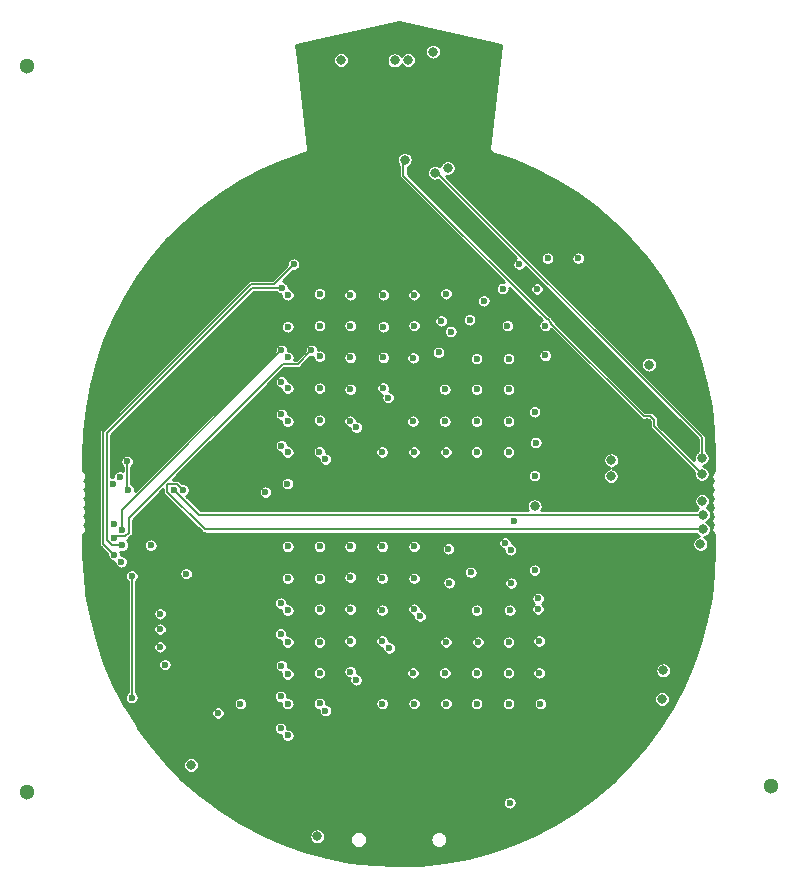
<source format=gbr>
G04 #@! TF.GenerationSoftware,KiCad,Pcbnew,(5.1.12-1-10_14)*
G04 #@! TF.CreationDate,2021-12-02T19:43:45-05:00*
G04 #@! TF.ProjectId,blinky,626c696e-6b79-42e6-9b69-6361645f7063,rev?*
G04 #@! TF.SameCoordinates,Original*
G04 #@! TF.FileFunction,Copper,L3,Inr*
G04 #@! TF.FilePolarity,Positive*
%FSLAX46Y46*%
G04 Gerber Fmt 4.6, Leading zero omitted, Abs format (unit mm)*
G04 Created by KiCad (PCBNEW (5.1.12-1-10_14)) date 2021-12-02 19:43:45*
%MOMM*%
%LPD*%
G01*
G04 APERTURE LIST*
G04 #@! TA.AperFunction,WasherPad*
%ADD10C,1.300000*%
G04 #@! TD*
G04 #@! TA.AperFunction,ViaPad*
%ADD11C,0.600000*%
G04 #@! TD*
G04 #@! TA.AperFunction,ViaPad*
%ADD12C,0.800000*%
G04 #@! TD*
G04 #@! TA.AperFunction,Conductor*
%ADD13C,0.150000*%
G04 #@! TD*
G04 #@! TA.AperFunction,Conductor*
%ADD14C,0.254000*%
G04 #@! TD*
G04 #@! TA.AperFunction,Conductor*
%ADD15C,0.100000*%
G04 #@! TD*
G04 APERTURE END LIST*
D10*
G04 #@! TO.N,*
G04 #@! TO.C,H9*
X221500000Y-106000000D03*
G04 #@! TD*
G04 #@! TO.N,*
G04 #@! TO.C,H8*
X158500000Y-106500000D03*
G04 #@! TD*
G04 #@! TO.N,*
G04 #@! TO.C,H7*
X158500000Y-45000000D03*
G04 #@! TD*
D11*
G04 #@! TO.N,Net-(BT1-Pad1)*
X199400000Y-107400000D03*
G04 #@! TO.N,GND*
X165100000Y-93000000D03*
D12*
X211000000Y-75250000D03*
D11*
X207300000Y-64400000D03*
X189500000Y-106500000D03*
X196700000Y-53500000D03*
X182300000Y-54500000D03*
X181400000Y-106100000D03*
X168900000Y-87000000D03*
X170100000Y-97800000D03*
D12*
G04 #@! TO.N,+3V3*
X192900000Y-43800000D03*
G04 #@! TO.N,/SWCLK*
X208000000Y-78400000D03*
X190800000Y-44500000D03*
G04 #@! TO.N,/D-*
X215650000Y-79550000D03*
X190504803Y-52945197D03*
G04 #@! TO.N,/SWDIO*
X207950000Y-79750000D03*
X189650000Y-44550000D03*
G04 #@! TO.N,/D+*
X215650000Y-78200000D03*
X193050000Y-54050000D03*
G04 #@! TO.N,/USB5V*
X183100000Y-110250000D03*
G04 #@! TO.N,/~RESET*
X211200000Y-70300000D03*
X194142582Y-53657418D03*
X185100000Y-44500000D03*
D11*
G04 #@! TO.N,Net-(R6-Pad2)*
X167400000Y-88200000D03*
X167400000Y-98500000D03*
D12*
G04 #@! TO.N,/A6*
X201500000Y-82300000D03*
X172400000Y-104200000D03*
G04 #@! TO.N,/SCL*
X215750000Y-83000000D03*
D11*
X171000000Y-80908331D03*
D12*
G04 #@! TO.N,/SDA*
X215750000Y-84250000D03*
D11*
X171750000Y-80908331D03*
G04 #@! TO.N,/A0*
X205200000Y-61300000D03*
X202600000Y-61300000D03*
G04 #@! TO.N,/CA8*
X180600000Y-64400000D03*
X180600000Y-67100000D03*
X180600000Y-69700000D03*
X180600000Y-72300000D03*
X180600000Y-75100000D03*
X180600000Y-77700000D03*
X180583331Y-80383331D03*
X183800000Y-78300000D03*
X188600000Y-77700000D03*
X191300000Y-77700000D03*
X194000000Y-77700000D03*
X196600000Y-77700000D03*
X199300000Y-77700000D03*
X201500000Y-79700000D03*
X165824990Y-80400000D03*
G04 #@! TO.N,/CA7*
X183300000Y-64300000D03*
X183300000Y-67000000D03*
X183300000Y-69600000D03*
X183300000Y-72300000D03*
X183300000Y-75000000D03*
X183284998Y-77684998D03*
X186416996Y-75616996D03*
X191200000Y-75100000D03*
X193900000Y-75100000D03*
X196600000Y-75100000D03*
X199300000Y-75100000D03*
X201600000Y-76900000D03*
X180069668Y-77169668D03*
X166400000Y-79800000D03*
G04 #@! TO.N,/CA6*
X185900000Y-64400000D03*
X185900000Y-67000000D03*
X185900000Y-69700000D03*
X185900000Y-72400000D03*
X185886665Y-75086665D03*
X189100000Y-73100000D03*
X193900000Y-72400000D03*
X196600000Y-72400000D03*
X199300000Y-72400000D03*
X201500000Y-74300000D03*
X180075000Y-74500000D03*
X167000000Y-78500000D03*
X167100000Y-80908331D03*
G04 #@! TO.N,/CA5*
X188700000Y-64400000D03*
X188700000Y-67100000D03*
X188700000Y-69700000D03*
X188683332Y-72283332D03*
X193371232Y-69271232D03*
X196600000Y-69800000D03*
X199300000Y-69800000D03*
X202400000Y-69529998D03*
X165900000Y-83800000D03*
X180069668Y-71769668D03*
G04 #@! TO.N,/CA4*
X191300000Y-64400000D03*
X191300000Y-67000000D03*
X194400000Y-67500000D03*
X191234999Y-69734999D03*
X166600000Y-84325000D03*
X180075000Y-69100000D03*
X199200000Y-67000000D03*
X202400000Y-67000000D03*
G04 #@! TO.N,/CA3*
X194000000Y-64300000D03*
X193600000Y-66600000D03*
X196000000Y-66500000D03*
X197200000Y-64900000D03*
X201700000Y-63900000D03*
X165900000Y-85000000D03*
X182600000Y-69100000D03*
G04 #@! TO.N,/CA2*
X200200000Y-61800000D03*
X198807577Y-63861668D03*
X166600000Y-85600000D03*
X180100000Y-63800000D03*
G04 #@! TO.N,/CA1*
X165900000Y-86400000D03*
X181100000Y-61800000D03*
G04 #@! TO.N,/CB9*
X172000000Y-88000000D03*
X169000000Y-85600000D03*
G04 #@! TO.N,/CB8*
X180600000Y-85700000D03*
X180600000Y-88400000D03*
X180600000Y-91100000D03*
X180600000Y-93800000D03*
X180600000Y-96500000D03*
X180600000Y-99000000D03*
X180600000Y-99000000D03*
X180599995Y-101699995D03*
X183800000Y-99600000D03*
X188600000Y-99000000D03*
X191300000Y-99000000D03*
X194000000Y-99000000D03*
X196600000Y-99000000D03*
X199300000Y-99000000D03*
X202000000Y-99000000D03*
X176600000Y-99000000D03*
G04 #@! TO.N,/CB7*
X183300000Y-85700000D03*
X183300000Y-88400000D03*
X183300000Y-91000000D03*
X183300000Y-93800000D03*
X183300000Y-96400000D03*
X183294350Y-98994350D03*
X186400000Y-97000000D03*
X191200000Y-96400000D03*
X193900000Y-96400000D03*
X196600000Y-96400000D03*
X199300000Y-96400000D03*
X201900000Y-96400000D03*
X174700000Y-99800000D03*
X180000000Y-101100000D03*
G04 #@! TO.N,/CB6*
X185900000Y-85700000D03*
X185900000Y-88300000D03*
X185900000Y-91000000D03*
X185900000Y-93700000D03*
X185900000Y-96300000D03*
X189200000Y-94300000D03*
X194000000Y-93800000D03*
X196700000Y-93800000D03*
X199300000Y-93800000D03*
X201900000Y-93700000D03*
X170200000Y-95700000D03*
X180000000Y-98400000D03*
G04 #@! TO.N,/CB5*
X188600000Y-85700000D03*
X188600000Y-88400000D03*
X188600000Y-91100000D03*
X188600000Y-93700000D03*
X191800000Y-91600000D03*
X196600000Y-91100000D03*
X199400000Y-91100000D03*
X201800000Y-91000000D03*
X169800000Y-94200000D03*
X180075000Y-95800000D03*
G04 #@! TO.N,/CB4*
X191300000Y-85700000D03*
X191300000Y-88400000D03*
X191300000Y-91000000D03*
X194274562Y-88774562D03*
X199520424Y-88800000D03*
X201800000Y-90100000D03*
X169800000Y-92700000D03*
X180000000Y-93100000D03*
G04 #@! TO.N,/CB3*
X199468522Y-85985653D03*
X201500000Y-87700000D03*
X196100000Y-87900000D03*
X194200000Y-85904994D03*
X169800000Y-91400000D03*
X180000000Y-90500000D03*
G04 #@! TO.N,/CB2*
X199000000Y-85400000D03*
X199789212Y-83533028D03*
G04 #@! TO.N,/CA9*
X166500000Y-87000000D03*
X178705424Y-81094576D03*
D12*
G04 #@! TO.N,/NEOPWR*
X215550000Y-85500000D03*
X212300000Y-98600000D03*
G04 #@! TO.N,/NEOPIX*
X215700000Y-81850000D03*
X212400000Y-96200000D03*
G04 #@! TD*
D13*
G04 #@! TO.N,/D-*
X202925001Y-66747999D02*
X202652001Y-66474999D01*
X202925001Y-66825001D02*
X202925001Y-66747999D01*
X202574999Y-66474999D02*
X190400000Y-54300000D01*
X202652001Y-66474999D02*
X202574999Y-66474999D01*
X210724999Y-74624999D02*
X202925001Y-66825001D01*
X211300001Y-74624999D02*
X210724999Y-74624999D01*
X211625001Y-75525001D02*
X211625001Y-74949999D01*
X211625001Y-74949999D02*
X211300001Y-74624999D01*
X215650000Y-79550000D02*
X211625001Y-75525001D01*
X190400000Y-53050000D02*
X190504803Y-52945197D01*
X190400000Y-54300000D02*
X190400000Y-53050000D01*
G04 #@! TO.N,/D+*
X193227002Y-54050000D02*
X193050000Y-54050000D01*
X215650000Y-76472998D02*
X193227002Y-54050000D01*
X215650000Y-78200000D02*
X215650000Y-76472998D01*
G04 #@! TO.N,Net-(R6-Pad2)*
X167400000Y-88200000D02*
X167400000Y-98500000D01*
G04 #@! TO.N,/SCL*
X215750000Y-83000000D02*
X173250000Y-83000000D01*
X173091669Y-83000000D02*
X173250000Y-83000000D01*
X171000000Y-80908331D02*
X173091669Y-83000000D01*
G04 #@! TO.N,/SDA*
X170374999Y-81050001D02*
X170374999Y-80449999D01*
X173574998Y-84250000D02*
X170374999Y-81050001D01*
X215750000Y-84250000D02*
X173574998Y-84250000D01*
X170747999Y-80383330D02*
X171224999Y-80383330D01*
X171224999Y-80383330D02*
X171750000Y-80908331D01*
X170681330Y-80449999D02*
X170747999Y-80383330D01*
X170374999Y-80449999D02*
X170681330Y-80449999D01*
G04 #@! TO.N,/CA6*
X167000000Y-80808331D02*
X167100000Y-80908331D01*
X167000000Y-78500000D02*
X167000000Y-80808331D01*
G04 #@! TO.N,/CA4*
X166600000Y-82575000D02*
X180075000Y-69100000D01*
X166600000Y-84325000D02*
X166600000Y-82575000D01*
G04 #@! TO.N,/CA3*
X181474999Y-70225001D02*
X182600000Y-69100000D01*
X167125001Y-84577001D02*
X167125001Y-83275719D01*
X180175719Y-70225001D02*
X181474999Y-70225001D01*
X167125001Y-83275719D02*
X180175719Y-70225001D01*
X166049999Y-84850001D02*
X165900000Y-85000000D01*
X166852001Y-84850001D02*
X166049999Y-84850001D01*
X167125001Y-84577001D02*
X166852001Y-84850001D01*
G04 #@! TO.N,/CA2*
X165299989Y-85176991D02*
X165299989Y-76100011D01*
X165722998Y-85600000D02*
X165299989Y-85176991D01*
X166600000Y-85600000D02*
X165722998Y-85600000D01*
X177600000Y-63800000D02*
X180100000Y-63800000D01*
X165299989Y-76100011D02*
X177600000Y-63800000D01*
G04 #@! TO.N,/CA1*
X164999979Y-85499979D02*
X164999980Y-75975742D01*
X177475732Y-63499990D02*
X179400010Y-63499990D01*
X164999980Y-75975742D02*
X177475732Y-63499990D01*
X179400010Y-63499990D02*
X181100000Y-61800000D01*
X165900000Y-86400000D02*
X164999979Y-85499979D01*
G04 #@! TD*
D14*
G04 #@! TO.N,GND*
X198669595Y-43235944D02*
X197680886Y-52037403D01*
X197680276Y-52081981D01*
X197691082Y-52140480D01*
X197713092Y-52195748D01*
X197745463Y-52245658D01*
X197786947Y-52288296D01*
X197835954Y-52322019D01*
X197890597Y-52345535D01*
X197901051Y-52347764D01*
X199780744Y-53004283D01*
X201612982Y-53802969D01*
X203380187Y-54736789D01*
X205072392Y-55800478D01*
X206680085Y-56988058D01*
X208194192Y-58292822D01*
X209606231Y-59707463D01*
X210908216Y-61223980D01*
X212092837Y-62833861D01*
X213153404Y-64528012D01*
X214083971Y-66296931D01*
X214879283Y-68130637D01*
X215534867Y-70018814D01*
X216047036Y-71950840D01*
X216412898Y-73915802D01*
X216630401Y-75902692D01*
X216698502Y-77905681D01*
X216698079Y-77984363D01*
X216698000Y-77985168D01*
X216698001Y-79317972D01*
X216664057Y-79340652D01*
X216590652Y-79414057D01*
X216532979Y-79500372D01*
X216493252Y-79596280D01*
X216473000Y-79698095D01*
X216473000Y-79801905D01*
X216493252Y-79903720D01*
X216532979Y-79999628D01*
X216590652Y-80085943D01*
X216629709Y-80125000D01*
X216590652Y-80164057D01*
X216532979Y-80250372D01*
X216493252Y-80346280D01*
X216473000Y-80448095D01*
X216473000Y-80551905D01*
X216493252Y-80653720D01*
X216532979Y-80749628D01*
X216590652Y-80835943D01*
X216629709Y-80875000D01*
X216590652Y-80914057D01*
X216532979Y-81000372D01*
X216493252Y-81096280D01*
X216473000Y-81198095D01*
X216473000Y-81301905D01*
X216493252Y-81403720D01*
X216532979Y-81499628D01*
X216590652Y-81585943D01*
X216629709Y-81625000D01*
X216590652Y-81664057D01*
X216532979Y-81750372D01*
X216493252Y-81846280D01*
X216473000Y-81948095D01*
X216473000Y-82051905D01*
X216493252Y-82153720D01*
X216532979Y-82249628D01*
X216590652Y-82335943D01*
X216629709Y-82375000D01*
X216590652Y-82414057D01*
X216532979Y-82500372D01*
X216493252Y-82596280D01*
X216473000Y-82698095D01*
X216473000Y-82801905D01*
X216493252Y-82903720D01*
X216532979Y-82999628D01*
X216590652Y-83085943D01*
X216629709Y-83125000D01*
X216590652Y-83164057D01*
X216532979Y-83250372D01*
X216493252Y-83346280D01*
X216473000Y-83448095D01*
X216473000Y-83551905D01*
X216493252Y-83653720D01*
X216532979Y-83749628D01*
X216590652Y-83835943D01*
X216629709Y-83875000D01*
X216590652Y-83914057D01*
X216532979Y-84000372D01*
X216493252Y-84096280D01*
X216473000Y-84198095D01*
X216473000Y-84301905D01*
X216493252Y-84403720D01*
X216532979Y-84499628D01*
X216590652Y-84585943D01*
X216664057Y-84659348D01*
X216698001Y-84682028D01*
X216698000Y-85994343D01*
X216622637Y-88001768D01*
X216397608Y-89992259D01*
X216023966Y-91960290D01*
X215503821Y-93894743D01*
X214840089Y-95784774D01*
X214036520Y-97619705D01*
X213097628Y-99389226D01*
X212028700Y-101083374D01*
X210835767Y-102692593D01*
X209525530Y-104207843D01*
X208105363Y-105620593D01*
X206583266Y-106922885D01*
X204967819Y-108107380D01*
X203268104Y-109167418D01*
X201493693Y-110097031D01*
X199654580Y-110890981D01*
X197761103Y-111544806D01*
X195823939Y-112054819D01*
X193853990Y-112418149D01*
X191862348Y-112632752D01*
X189860207Y-112697421D01*
X187858869Y-112611791D01*
X185869572Y-112376341D01*
X183903539Y-111992402D01*
X181971819Y-111462132D01*
X180085295Y-110788515D01*
X178722809Y-110183321D01*
X182423000Y-110183321D01*
X182423000Y-110316679D01*
X182449016Y-110447474D01*
X182500050Y-110570680D01*
X182574140Y-110681563D01*
X182668437Y-110775860D01*
X182779320Y-110849950D01*
X182902526Y-110900984D01*
X183033321Y-110927000D01*
X183166679Y-110927000D01*
X183297474Y-110900984D01*
X183420680Y-110849950D01*
X183531563Y-110775860D01*
X183625860Y-110681563D01*
X183699950Y-110570680D01*
X183750984Y-110447474D01*
X183754778Y-110428397D01*
X185873000Y-110428397D01*
X185873000Y-110571603D01*
X185900938Y-110712058D01*
X185955741Y-110844364D01*
X186035302Y-110963436D01*
X186136564Y-111064698D01*
X186255636Y-111144259D01*
X186387942Y-111199062D01*
X186528397Y-111227000D01*
X186671603Y-111227000D01*
X186812058Y-111199062D01*
X186944364Y-111144259D01*
X187063436Y-111064698D01*
X187164698Y-110963436D01*
X187244259Y-110844364D01*
X187299062Y-110712058D01*
X187327000Y-110571603D01*
X187327000Y-110428397D01*
X192673000Y-110428397D01*
X192673000Y-110571603D01*
X192700938Y-110712058D01*
X192755741Y-110844364D01*
X192835302Y-110963436D01*
X192936564Y-111064698D01*
X193055636Y-111144259D01*
X193187942Y-111199062D01*
X193328397Y-111227000D01*
X193471603Y-111227000D01*
X193612058Y-111199062D01*
X193744364Y-111144259D01*
X193863436Y-111064698D01*
X193964698Y-110963436D01*
X194044259Y-110844364D01*
X194099062Y-110712058D01*
X194127000Y-110571603D01*
X194127000Y-110428397D01*
X194099062Y-110287942D01*
X194044259Y-110155636D01*
X193964698Y-110036564D01*
X193863436Y-109935302D01*
X193744364Y-109855741D01*
X193612058Y-109800938D01*
X193471603Y-109773000D01*
X193328397Y-109773000D01*
X193187942Y-109800938D01*
X193055636Y-109855741D01*
X192936564Y-109935302D01*
X192835302Y-110036564D01*
X192755741Y-110155636D01*
X192700938Y-110287942D01*
X192673000Y-110428397D01*
X187327000Y-110428397D01*
X187299062Y-110287942D01*
X187244259Y-110155636D01*
X187164698Y-110036564D01*
X187063436Y-109935302D01*
X186944364Y-109855741D01*
X186812058Y-109800938D01*
X186671603Y-109773000D01*
X186528397Y-109773000D01*
X186387942Y-109800938D01*
X186255636Y-109855741D01*
X186136564Y-109935302D01*
X186035302Y-110036564D01*
X185955741Y-110155636D01*
X185900938Y-110287942D01*
X185873000Y-110428397D01*
X183754778Y-110428397D01*
X183777000Y-110316679D01*
X183777000Y-110183321D01*
X183750984Y-110052526D01*
X183699950Y-109929320D01*
X183625860Y-109818437D01*
X183531563Y-109724140D01*
X183420680Y-109650050D01*
X183297474Y-109599016D01*
X183166679Y-109573000D01*
X183033321Y-109573000D01*
X182902526Y-109599016D01*
X182779320Y-109650050D01*
X182668437Y-109724140D01*
X182574140Y-109818437D01*
X182500050Y-109929320D01*
X182449016Y-110052526D01*
X182423000Y-110183321D01*
X178722809Y-110183321D01*
X178254596Y-109975349D01*
X176490016Y-109027205D01*
X174801500Y-107949429D01*
X173992570Y-107343170D01*
X198823000Y-107343170D01*
X198823000Y-107456830D01*
X198845174Y-107568305D01*
X198888669Y-107673312D01*
X198951815Y-107767816D01*
X199032184Y-107848185D01*
X199126688Y-107911331D01*
X199231695Y-107954826D01*
X199343170Y-107977000D01*
X199456830Y-107977000D01*
X199568305Y-107954826D01*
X199673312Y-107911331D01*
X199767816Y-107848185D01*
X199848185Y-107767816D01*
X199911331Y-107673312D01*
X199954826Y-107568305D01*
X199977000Y-107456830D01*
X199977000Y-107343170D01*
X199954826Y-107231695D01*
X199911331Y-107126688D01*
X199848185Y-107032184D01*
X199767816Y-106951815D01*
X199673312Y-106888669D01*
X199568305Y-106845174D01*
X199456830Y-106823000D01*
X199343170Y-106823000D01*
X199231695Y-106845174D01*
X199126688Y-106888669D01*
X199032184Y-106951815D01*
X198951815Y-107032184D01*
X198888669Y-107126688D01*
X198845174Y-107231695D01*
X198823000Y-107343170D01*
X173992570Y-107343170D01*
X173198540Y-106748079D01*
X171690170Y-105429924D01*
X170413776Y-104133321D01*
X171723000Y-104133321D01*
X171723000Y-104266679D01*
X171749016Y-104397474D01*
X171800050Y-104520680D01*
X171874140Y-104631563D01*
X171968437Y-104725860D01*
X172079320Y-104799950D01*
X172202526Y-104850984D01*
X172333321Y-104877000D01*
X172466679Y-104877000D01*
X172597474Y-104850984D01*
X172720680Y-104799950D01*
X172831563Y-104725860D01*
X172925860Y-104631563D01*
X172999950Y-104520680D01*
X173050984Y-104397474D01*
X173077000Y-104266679D01*
X173077000Y-104133321D01*
X173050984Y-104002526D01*
X172999950Y-103879320D01*
X172925860Y-103768437D01*
X172831563Y-103674140D01*
X172720680Y-103600050D01*
X172597474Y-103549016D01*
X172466679Y-103523000D01*
X172333321Y-103523000D01*
X172202526Y-103549016D01*
X172079320Y-103600050D01*
X171968437Y-103674140D01*
X171874140Y-103768437D01*
X171800050Y-103879320D01*
X171749016Y-104002526D01*
X171723000Y-104133321D01*
X170413776Y-104133321D01*
X170284874Y-104002379D01*
X168990575Y-102473492D01*
X167953292Y-101043170D01*
X179423000Y-101043170D01*
X179423000Y-101156830D01*
X179445174Y-101268305D01*
X179488669Y-101373312D01*
X179551815Y-101467816D01*
X179632184Y-101548185D01*
X179726688Y-101611331D01*
X179831695Y-101654826D01*
X179943170Y-101677000D01*
X180022995Y-101677000D01*
X180022995Y-101756825D01*
X180045169Y-101868300D01*
X180088664Y-101973307D01*
X180151810Y-102067811D01*
X180232179Y-102148180D01*
X180326683Y-102211326D01*
X180431690Y-102254821D01*
X180543165Y-102276995D01*
X180656825Y-102276995D01*
X180768300Y-102254821D01*
X180873307Y-102211326D01*
X180967811Y-102148180D01*
X181048180Y-102067811D01*
X181111326Y-101973307D01*
X181154821Y-101868300D01*
X181176995Y-101756825D01*
X181176995Y-101643165D01*
X181154821Y-101531690D01*
X181111326Y-101426683D01*
X181048180Y-101332179D01*
X180967811Y-101251810D01*
X180873307Y-101188664D01*
X180768300Y-101145169D01*
X180656825Y-101122995D01*
X180577000Y-101122995D01*
X180577000Y-101043170D01*
X180554826Y-100931695D01*
X180511331Y-100826688D01*
X180448185Y-100732184D01*
X180367816Y-100651815D01*
X180273312Y-100588669D01*
X180168305Y-100545174D01*
X180056830Y-100523000D01*
X179943170Y-100523000D01*
X179831695Y-100545174D01*
X179726688Y-100588669D01*
X179632184Y-100651815D01*
X179551815Y-100732184D01*
X179488669Y-100826688D01*
X179445174Y-100931695D01*
X179423000Y-101043170D01*
X167953292Y-101043170D01*
X167814549Y-100851857D01*
X167131147Y-99743170D01*
X174123000Y-99743170D01*
X174123000Y-99856830D01*
X174145174Y-99968305D01*
X174188669Y-100073312D01*
X174251815Y-100167816D01*
X174332184Y-100248185D01*
X174426688Y-100311331D01*
X174531695Y-100354826D01*
X174643170Y-100377000D01*
X174756830Y-100377000D01*
X174868305Y-100354826D01*
X174973312Y-100311331D01*
X175067816Y-100248185D01*
X175148185Y-100167816D01*
X175211331Y-100073312D01*
X175254826Y-99968305D01*
X175277000Y-99856830D01*
X175277000Y-99743170D01*
X175254826Y-99631695D01*
X175211331Y-99526688D01*
X175148185Y-99432184D01*
X175067816Y-99351815D01*
X174973312Y-99288669D01*
X174868305Y-99245174D01*
X174756830Y-99223000D01*
X174643170Y-99223000D01*
X174531695Y-99245174D01*
X174426688Y-99288669D01*
X174332184Y-99351815D01*
X174251815Y-99432184D01*
X174188669Y-99526688D01*
X174145174Y-99631695D01*
X174123000Y-99743170D01*
X167131147Y-99743170D01*
X166763427Y-99146618D01*
X165843122Y-97367370D01*
X165058811Y-95524124D01*
X164414905Y-93627241D01*
X163915047Y-91687448D01*
X163562033Y-89715608D01*
X163400924Y-88143170D01*
X166823000Y-88143170D01*
X166823000Y-88256830D01*
X166845174Y-88368305D01*
X166888669Y-88473312D01*
X166951815Y-88567816D01*
X167032184Y-88648185D01*
X167048000Y-88658753D01*
X167048001Y-98041246D01*
X167032184Y-98051815D01*
X166951815Y-98132184D01*
X166888669Y-98226688D01*
X166845174Y-98331695D01*
X166823000Y-98443170D01*
X166823000Y-98556830D01*
X166845174Y-98668305D01*
X166888669Y-98773312D01*
X166951815Y-98867816D01*
X167032184Y-98948185D01*
X167126688Y-99011331D01*
X167231695Y-99054826D01*
X167343170Y-99077000D01*
X167456830Y-99077000D01*
X167568305Y-99054826D01*
X167673312Y-99011331D01*
X167767816Y-98948185D01*
X167772831Y-98943170D01*
X176023000Y-98943170D01*
X176023000Y-99056830D01*
X176045174Y-99168305D01*
X176088669Y-99273312D01*
X176151815Y-99367816D01*
X176232184Y-99448185D01*
X176326688Y-99511331D01*
X176431695Y-99554826D01*
X176543170Y-99577000D01*
X176656830Y-99577000D01*
X176768305Y-99554826D01*
X176873312Y-99511331D01*
X176967816Y-99448185D01*
X177048185Y-99367816D01*
X177111331Y-99273312D01*
X177154826Y-99168305D01*
X177177000Y-99056830D01*
X177177000Y-98943170D01*
X177154826Y-98831695D01*
X177111331Y-98726688D01*
X177048185Y-98632184D01*
X176967816Y-98551815D01*
X176873312Y-98488669D01*
X176768305Y-98445174D01*
X176656830Y-98423000D01*
X176543170Y-98423000D01*
X176431695Y-98445174D01*
X176326688Y-98488669D01*
X176232184Y-98551815D01*
X176151815Y-98632184D01*
X176088669Y-98726688D01*
X176045174Y-98831695D01*
X176023000Y-98943170D01*
X167772831Y-98943170D01*
X167848185Y-98867816D01*
X167911331Y-98773312D01*
X167954826Y-98668305D01*
X167977000Y-98556830D01*
X167977000Y-98443170D01*
X167957109Y-98343170D01*
X179423000Y-98343170D01*
X179423000Y-98456830D01*
X179445174Y-98568305D01*
X179488669Y-98673312D01*
X179551815Y-98767816D01*
X179632184Y-98848185D01*
X179726688Y-98911331D01*
X179831695Y-98954826D01*
X179943170Y-98977000D01*
X180023000Y-98977000D01*
X180023000Y-99056830D01*
X180045174Y-99168305D01*
X180088669Y-99273312D01*
X180151815Y-99367816D01*
X180232184Y-99448185D01*
X180326688Y-99511331D01*
X180431695Y-99554826D01*
X180543170Y-99577000D01*
X180656830Y-99577000D01*
X180768305Y-99554826D01*
X180873312Y-99511331D01*
X180967816Y-99448185D01*
X181048185Y-99367816D01*
X181111331Y-99273312D01*
X181154826Y-99168305D01*
X181177000Y-99056830D01*
X181177000Y-98943170D01*
X181175877Y-98937520D01*
X182717350Y-98937520D01*
X182717350Y-99051180D01*
X182739524Y-99162655D01*
X182783019Y-99267662D01*
X182846165Y-99362166D01*
X182926534Y-99442535D01*
X183021038Y-99505681D01*
X183126045Y-99549176D01*
X183223000Y-99568462D01*
X183223000Y-99656830D01*
X183245174Y-99768305D01*
X183288669Y-99873312D01*
X183351815Y-99967816D01*
X183432184Y-100048185D01*
X183526688Y-100111331D01*
X183631695Y-100154826D01*
X183743170Y-100177000D01*
X183856830Y-100177000D01*
X183968305Y-100154826D01*
X184073312Y-100111331D01*
X184167816Y-100048185D01*
X184248185Y-99967816D01*
X184311331Y-99873312D01*
X184354826Y-99768305D01*
X184377000Y-99656830D01*
X184377000Y-99543170D01*
X184354826Y-99431695D01*
X184311331Y-99326688D01*
X184248185Y-99232184D01*
X184167816Y-99151815D01*
X184073312Y-99088669D01*
X183968305Y-99045174D01*
X183871350Y-99025888D01*
X183871350Y-98943170D01*
X188023000Y-98943170D01*
X188023000Y-99056830D01*
X188045174Y-99168305D01*
X188088669Y-99273312D01*
X188151815Y-99367816D01*
X188232184Y-99448185D01*
X188326688Y-99511331D01*
X188431695Y-99554826D01*
X188543170Y-99577000D01*
X188656830Y-99577000D01*
X188768305Y-99554826D01*
X188873312Y-99511331D01*
X188967816Y-99448185D01*
X189048185Y-99367816D01*
X189111331Y-99273312D01*
X189154826Y-99168305D01*
X189177000Y-99056830D01*
X189177000Y-98943170D01*
X190723000Y-98943170D01*
X190723000Y-99056830D01*
X190745174Y-99168305D01*
X190788669Y-99273312D01*
X190851815Y-99367816D01*
X190932184Y-99448185D01*
X191026688Y-99511331D01*
X191131695Y-99554826D01*
X191243170Y-99577000D01*
X191356830Y-99577000D01*
X191468305Y-99554826D01*
X191573312Y-99511331D01*
X191667816Y-99448185D01*
X191748185Y-99367816D01*
X191811331Y-99273312D01*
X191854826Y-99168305D01*
X191877000Y-99056830D01*
X191877000Y-98943170D01*
X193423000Y-98943170D01*
X193423000Y-99056830D01*
X193445174Y-99168305D01*
X193488669Y-99273312D01*
X193551815Y-99367816D01*
X193632184Y-99448185D01*
X193726688Y-99511331D01*
X193831695Y-99554826D01*
X193943170Y-99577000D01*
X194056830Y-99577000D01*
X194168305Y-99554826D01*
X194273312Y-99511331D01*
X194367816Y-99448185D01*
X194448185Y-99367816D01*
X194511331Y-99273312D01*
X194554826Y-99168305D01*
X194577000Y-99056830D01*
X194577000Y-98943170D01*
X196023000Y-98943170D01*
X196023000Y-99056830D01*
X196045174Y-99168305D01*
X196088669Y-99273312D01*
X196151815Y-99367816D01*
X196232184Y-99448185D01*
X196326688Y-99511331D01*
X196431695Y-99554826D01*
X196543170Y-99577000D01*
X196656830Y-99577000D01*
X196768305Y-99554826D01*
X196873312Y-99511331D01*
X196967816Y-99448185D01*
X197048185Y-99367816D01*
X197111331Y-99273312D01*
X197154826Y-99168305D01*
X197177000Y-99056830D01*
X197177000Y-98943170D01*
X198723000Y-98943170D01*
X198723000Y-99056830D01*
X198745174Y-99168305D01*
X198788669Y-99273312D01*
X198851815Y-99367816D01*
X198932184Y-99448185D01*
X199026688Y-99511331D01*
X199131695Y-99554826D01*
X199243170Y-99577000D01*
X199356830Y-99577000D01*
X199468305Y-99554826D01*
X199573312Y-99511331D01*
X199667816Y-99448185D01*
X199748185Y-99367816D01*
X199811331Y-99273312D01*
X199854826Y-99168305D01*
X199877000Y-99056830D01*
X199877000Y-98943170D01*
X201423000Y-98943170D01*
X201423000Y-99056830D01*
X201445174Y-99168305D01*
X201488669Y-99273312D01*
X201551815Y-99367816D01*
X201632184Y-99448185D01*
X201726688Y-99511331D01*
X201831695Y-99554826D01*
X201943170Y-99577000D01*
X202056830Y-99577000D01*
X202168305Y-99554826D01*
X202273312Y-99511331D01*
X202367816Y-99448185D01*
X202448185Y-99367816D01*
X202511331Y-99273312D01*
X202554826Y-99168305D01*
X202577000Y-99056830D01*
X202577000Y-98943170D01*
X202554826Y-98831695D01*
X202511331Y-98726688D01*
X202448185Y-98632184D01*
X202367816Y-98551815D01*
X202340138Y-98533321D01*
X211623000Y-98533321D01*
X211623000Y-98666679D01*
X211649016Y-98797474D01*
X211700050Y-98920680D01*
X211774140Y-99031563D01*
X211868437Y-99125860D01*
X211979320Y-99199950D01*
X212102526Y-99250984D01*
X212233321Y-99277000D01*
X212366679Y-99277000D01*
X212497474Y-99250984D01*
X212620680Y-99199950D01*
X212731563Y-99125860D01*
X212825860Y-99031563D01*
X212899950Y-98920680D01*
X212950984Y-98797474D01*
X212977000Y-98666679D01*
X212977000Y-98533321D01*
X212950984Y-98402526D01*
X212899950Y-98279320D01*
X212825860Y-98168437D01*
X212731563Y-98074140D01*
X212620680Y-98000050D01*
X212497474Y-97949016D01*
X212366679Y-97923000D01*
X212233321Y-97923000D01*
X212102526Y-97949016D01*
X211979320Y-98000050D01*
X211868437Y-98074140D01*
X211774140Y-98168437D01*
X211700050Y-98279320D01*
X211649016Y-98402526D01*
X211623000Y-98533321D01*
X202340138Y-98533321D01*
X202273312Y-98488669D01*
X202168305Y-98445174D01*
X202056830Y-98423000D01*
X201943170Y-98423000D01*
X201831695Y-98445174D01*
X201726688Y-98488669D01*
X201632184Y-98551815D01*
X201551815Y-98632184D01*
X201488669Y-98726688D01*
X201445174Y-98831695D01*
X201423000Y-98943170D01*
X199877000Y-98943170D01*
X199854826Y-98831695D01*
X199811331Y-98726688D01*
X199748185Y-98632184D01*
X199667816Y-98551815D01*
X199573312Y-98488669D01*
X199468305Y-98445174D01*
X199356830Y-98423000D01*
X199243170Y-98423000D01*
X199131695Y-98445174D01*
X199026688Y-98488669D01*
X198932184Y-98551815D01*
X198851815Y-98632184D01*
X198788669Y-98726688D01*
X198745174Y-98831695D01*
X198723000Y-98943170D01*
X197177000Y-98943170D01*
X197154826Y-98831695D01*
X197111331Y-98726688D01*
X197048185Y-98632184D01*
X196967816Y-98551815D01*
X196873312Y-98488669D01*
X196768305Y-98445174D01*
X196656830Y-98423000D01*
X196543170Y-98423000D01*
X196431695Y-98445174D01*
X196326688Y-98488669D01*
X196232184Y-98551815D01*
X196151815Y-98632184D01*
X196088669Y-98726688D01*
X196045174Y-98831695D01*
X196023000Y-98943170D01*
X194577000Y-98943170D01*
X194554826Y-98831695D01*
X194511331Y-98726688D01*
X194448185Y-98632184D01*
X194367816Y-98551815D01*
X194273312Y-98488669D01*
X194168305Y-98445174D01*
X194056830Y-98423000D01*
X193943170Y-98423000D01*
X193831695Y-98445174D01*
X193726688Y-98488669D01*
X193632184Y-98551815D01*
X193551815Y-98632184D01*
X193488669Y-98726688D01*
X193445174Y-98831695D01*
X193423000Y-98943170D01*
X191877000Y-98943170D01*
X191854826Y-98831695D01*
X191811331Y-98726688D01*
X191748185Y-98632184D01*
X191667816Y-98551815D01*
X191573312Y-98488669D01*
X191468305Y-98445174D01*
X191356830Y-98423000D01*
X191243170Y-98423000D01*
X191131695Y-98445174D01*
X191026688Y-98488669D01*
X190932184Y-98551815D01*
X190851815Y-98632184D01*
X190788669Y-98726688D01*
X190745174Y-98831695D01*
X190723000Y-98943170D01*
X189177000Y-98943170D01*
X189154826Y-98831695D01*
X189111331Y-98726688D01*
X189048185Y-98632184D01*
X188967816Y-98551815D01*
X188873312Y-98488669D01*
X188768305Y-98445174D01*
X188656830Y-98423000D01*
X188543170Y-98423000D01*
X188431695Y-98445174D01*
X188326688Y-98488669D01*
X188232184Y-98551815D01*
X188151815Y-98632184D01*
X188088669Y-98726688D01*
X188045174Y-98831695D01*
X188023000Y-98943170D01*
X183871350Y-98943170D01*
X183871350Y-98937520D01*
X183849176Y-98826045D01*
X183805681Y-98721038D01*
X183742535Y-98626534D01*
X183662166Y-98546165D01*
X183567662Y-98483019D01*
X183462655Y-98439524D01*
X183351180Y-98417350D01*
X183237520Y-98417350D01*
X183126045Y-98439524D01*
X183021038Y-98483019D01*
X182926534Y-98546165D01*
X182846165Y-98626534D01*
X182783019Y-98721038D01*
X182739524Y-98826045D01*
X182717350Y-98937520D01*
X181175877Y-98937520D01*
X181154826Y-98831695D01*
X181111331Y-98726688D01*
X181048185Y-98632184D01*
X180967816Y-98551815D01*
X180873312Y-98488669D01*
X180768305Y-98445174D01*
X180656830Y-98423000D01*
X180577000Y-98423000D01*
X180577000Y-98343170D01*
X180554826Y-98231695D01*
X180511331Y-98126688D01*
X180448185Y-98032184D01*
X180367816Y-97951815D01*
X180273312Y-97888669D01*
X180168305Y-97845174D01*
X180056830Y-97823000D01*
X179943170Y-97823000D01*
X179831695Y-97845174D01*
X179726688Y-97888669D01*
X179632184Y-97951815D01*
X179551815Y-98032184D01*
X179488669Y-98126688D01*
X179445174Y-98231695D01*
X179423000Y-98343170D01*
X167957109Y-98343170D01*
X167954826Y-98331695D01*
X167911331Y-98226688D01*
X167848185Y-98132184D01*
X167767816Y-98051815D01*
X167752000Y-98041247D01*
X167752000Y-95643170D01*
X169623000Y-95643170D01*
X169623000Y-95756830D01*
X169645174Y-95868305D01*
X169688669Y-95973312D01*
X169751815Y-96067816D01*
X169832184Y-96148185D01*
X169926688Y-96211331D01*
X170031695Y-96254826D01*
X170143170Y-96277000D01*
X170256830Y-96277000D01*
X170368305Y-96254826D01*
X170473312Y-96211331D01*
X170567816Y-96148185D01*
X170648185Y-96067816D01*
X170711331Y-95973312D01*
X170754826Y-95868305D01*
X170777000Y-95756830D01*
X170777000Y-95743170D01*
X179498000Y-95743170D01*
X179498000Y-95856830D01*
X179520174Y-95968305D01*
X179563669Y-96073312D01*
X179626815Y-96167816D01*
X179707184Y-96248185D01*
X179801688Y-96311331D01*
X179906695Y-96354826D01*
X180018170Y-96377000D01*
X180036162Y-96377000D01*
X180023000Y-96443170D01*
X180023000Y-96556830D01*
X180045174Y-96668305D01*
X180088669Y-96773312D01*
X180151815Y-96867816D01*
X180232184Y-96948185D01*
X180326688Y-97011331D01*
X180431695Y-97054826D01*
X180543170Y-97077000D01*
X180656830Y-97077000D01*
X180768305Y-97054826D01*
X180873312Y-97011331D01*
X180967816Y-96948185D01*
X181048185Y-96867816D01*
X181111331Y-96773312D01*
X181154826Y-96668305D01*
X181177000Y-96556830D01*
X181177000Y-96443170D01*
X181157109Y-96343170D01*
X182723000Y-96343170D01*
X182723000Y-96456830D01*
X182745174Y-96568305D01*
X182788669Y-96673312D01*
X182851815Y-96767816D01*
X182932184Y-96848185D01*
X183026688Y-96911331D01*
X183131695Y-96954826D01*
X183243170Y-96977000D01*
X183356830Y-96977000D01*
X183468305Y-96954826D01*
X183573312Y-96911331D01*
X183667816Y-96848185D01*
X183748185Y-96767816D01*
X183811331Y-96673312D01*
X183854826Y-96568305D01*
X183877000Y-96456830D01*
X183877000Y-96343170D01*
X183857109Y-96243170D01*
X185323000Y-96243170D01*
X185323000Y-96356830D01*
X185345174Y-96468305D01*
X185388669Y-96573312D01*
X185451815Y-96667816D01*
X185532184Y-96748185D01*
X185626688Y-96811331D01*
X185731695Y-96854826D01*
X185836429Y-96875659D01*
X185823000Y-96943170D01*
X185823000Y-97056830D01*
X185845174Y-97168305D01*
X185888669Y-97273312D01*
X185951815Y-97367816D01*
X186032184Y-97448185D01*
X186126688Y-97511331D01*
X186231695Y-97554826D01*
X186343170Y-97577000D01*
X186456830Y-97577000D01*
X186568305Y-97554826D01*
X186673312Y-97511331D01*
X186767816Y-97448185D01*
X186848185Y-97367816D01*
X186911331Y-97273312D01*
X186954826Y-97168305D01*
X186977000Y-97056830D01*
X186977000Y-96943170D01*
X186954826Y-96831695D01*
X186911331Y-96726688D01*
X186848185Y-96632184D01*
X186767816Y-96551815D01*
X186673312Y-96488669D01*
X186568305Y-96445174D01*
X186463571Y-96424341D01*
X186477000Y-96356830D01*
X186477000Y-96343170D01*
X190623000Y-96343170D01*
X190623000Y-96456830D01*
X190645174Y-96568305D01*
X190688669Y-96673312D01*
X190751815Y-96767816D01*
X190832184Y-96848185D01*
X190926688Y-96911331D01*
X191031695Y-96954826D01*
X191143170Y-96977000D01*
X191256830Y-96977000D01*
X191368305Y-96954826D01*
X191473312Y-96911331D01*
X191567816Y-96848185D01*
X191648185Y-96767816D01*
X191711331Y-96673312D01*
X191754826Y-96568305D01*
X191777000Y-96456830D01*
X191777000Y-96343170D01*
X193323000Y-96343170D01*
X193323000Y-96456830D01*
X193345174Y-96568305D01*
X193388669Y-96673312D01*
X193451815Y-96767816D01*
X193532184Y-96848185D01*
X193626688Y-96911331D01*
X193731695Y-96954826D01*
X193843170Y-96977000D01*
X193956830Y-96977000D01*
X194068305Y-96954826D01*
X194173312Y-96911331D01*
X194267816Y-96848185D01*
X194348185Y-96767816D01*
X194411331Y-96673312D01*
X194454826Y-96568305D01*
X194477000Y-96456830D01*
X194477000Y-96343170D01*
X196023000Y-96343170D01*
X196023000Y-96456830D01*
X196045174Y-96568305D01*
X196088669Y-96673312D01*
X196151815Y-96767816D01*
X196232184Y-96848185D01*
X196326688Y-96911331D01*
X196431695Y-96954826D01*
X196543170Y-96977000D01*
X196656830Y-96977000D01*
X196768305Y-96954826D01*
X196873312Y-96911331D01*
X196967816Y-96848185D01*
X197048185Y-96767816D01*
X197111331Y-96673312D01*
X197154826Y-96568305D01*
X197177000Y-96456830D01*
X197177000Y-96343170D01*
X198723000Y-96343170D01*
X198723000Y-96456830D01*
X198745174Y-96568305D01*
X198788669Y-96673312D01*
X198851815Y-96767816D01*
X198932184Y-96848185D01*
X199026688Y-96911331D01*
X199131695Y-96954826D01*
X199243170Y-96977000D01*
X199356830Y-96977000D01*
X199468305Y-96954826D01*
X199573312Y-96911331D01*
X199667816Y-96848185D01*
X199748185Y-96767816D01*
X199811331Y-96673312D01*
X199854826Y-96568305D01*
X199877000Y-96456830D01*
X199877000Y-96343170D01*
X201323000Y-96343170D01*
X201323000Y-96456830D01*
X201345174Y-96568305D01*
X201388669Y-96673312D01*
X201451815Y-96767816D01*
X201532184Y-96848185D01*
X201626688Y-96911331D01*
X201731695Y-96954826D01*
X201843170Y-96977000D01*
X201956830Y-96977000D01*
X202068305Y-96954826D01*
X202173312Y-96911331D01*
X202267816Y-96848185D01*
X202348185Y-96767816D01*
X202411331Y-96673312D01*
X202454826Y-96568305D01*
X202477000Y-96456830D01*
X202477000Y-96343170D01*
X202454826Y-96231695D01*
X202414079Y-96133321D01*
X211723000Y-96133321D01*
X211723000Y-96266679D01*
X211749016Y-96397474D01*
X211800050Y-96520680D01*
X211874140Y-96631563D01*
X211968437Y-96725860D01*
X212079320Y-96799950D01*
X212202526Y-96850984D01*
X212333321Y-96877000D01*
X212466679Y-96877000D01*
X212597474Y-96850984D01*
X212720680Y-96799950D01*
X212831563Y-96725860D01*
X212925860Y-96631563D01*
X212999950Y-96520680D01*
X213050984Y-96397474D01*
X213077000Y-96266679D01*
X213077000Y-96133321D01*
X213050984Y-96002526D01*
X212999950Y-95879320D01*
X212925860Y-95768437D01*
X212831563Y-95674140D01*
X212720680Y-95600050D01*
X212597474Y-95549016D01*
X212466679Y-95523000D01*
X212333321Y-95523000D01*
X212202526Y-95549016D01*
X212079320Y-95600050D01*
X211968437Y-95674140D01*
X211874140Y-95768437D01*
X211800050Y-95879320D01*
X211749016Y-96002526D01*
X211723000Y-96133321D01*
X202414079Y-96133321D01*
X202411331Y-96126688D01*
X202348185Y-96032184D01*
X202267816Y-95951815D01*
X202173312Y-95888669D01*
X202068305Y-95845174D01*
X201956830Y-95823000D01*
X201843170Y-95823000D01*
X201731695Y-95845174D01*
X201626688Y-95888669D01*
X201532184Y-95951815D01*
X201451815Y-96032184D01*
X201388669Y-96126688D01*
X201345174Y-96231695D01*
X201323000Y-96343170D01*
X199877000Y-96343170D01*
X199854826Y-96231695D01*
X199811331Y-96126688D01*
X199748185Y-96032184D01*
X199667816Y-95951815D01*
X199573312Y-95888669D01*
X199468305Y-95845174D01*
X199356830Y-95823000D01*
X199243170Y-95823000D01*
X199131695Y-95845174D01*
X199026688Y-95888669D01*
X198932184Y-95951815D01*
X198851815Y-96032184D01*
X198788669Y-96126688D01*
X198745174Y-96231695D01*
X198723000Y-96343170D01*
X197177000Y-96343170D01*
X197154826Y-96231695D01*
X197111331Y-96126688D01*
X197048185Y-96032184D01*
X196967816Y-95951815D01*
X196873312Y-95888669D01*
X196768305Y-95845174D01*
X196656830Y-95823000D01*
X196543170Y-95823000D01*
X196431695Y-95845174D01*
X196326688Y-95888669D01*
X196232184Y-95951815D01*
X196151815Y-96032184D01*
X196088669Y-96126688D01*
X196045174Y-96231695D01*
X196023000Y-96343170D01*
X194477000Y-96343170D01*
X194454826Y-96231695D01*
X194411331Y-96126688D01*
X194348185Y-96032184D01*
X194267816Y-95951815D01*
X194173312Y-95888669D01*
X194068305Y-95845174D01*
X193956830Y-95823000D01*
X193843170Y-95823000D01*
X193731695Y-95845174D01*
X193626688Y-95888669D01*
X193532184Y-95951815D01*
X193451815Y-96032184D01*
X193388669Y-96126688D01*
X193345174Y-96231695D01*
X193323000Y-96343170D01*
X191777000Y-96343170D01*
X191754826Y-96231695D01*
X191711331Y-96126688D01*
X191648185Y-96032184D01*
X191567816Y-95951815D01*
X191473312Y-95888669D01*
X191368305Y-95845174D01*
X191256830Y-95823000D01*
X191143170Y-95823000D01*
X191031695Y-95845174D01*
X190926688Y-95888669D01*
X190832184Y-95951815D01*
X190751815Y-96032184D01*
X190688669Y-96126688D01*
X190645174Y-96231695D01*
X190623000Y-96343170D01*
X186477000Y-96343170D01*
X186477000Y-96243170D01*
X186454826Y-96131695D01*
X186411331Y-96026688D01*
X186348185Y-95932184D01*
X186267816Y-95851815D01*
X186173312Y-95788669D01*
X186068305Y-95745174D01*
X185956830Y-95723000D01*
X185843170Y-95723000D01*
X185731695Y-95745174D01*
X185626688Y-95788669D01*
X185532184Y-95851815D01*
X185451815Y-95932184D01*
X185388669Y-96026688D01*
X185345174Y-96131695D01*
X185323000Y-96243170D01*
X183857109Y-96243170D01*
X183854826Y-96231695D01*
X183811331Y-96126688D01*
X183748185Y-96032184D01*
X183667816Y-95951815D01*
X183573312Y-95888669D01*
X183468305Y-95845174D01*
X183356830Y-95823000D01*
X183243170Y-95823000D01*
X183131695Y-95845174D01*
X183026688Y-95888669D01*
X182932184Y-95951815D01*
X182851815Y-96032184D01*
X182788669Y-96126688D01*
X182745174Y-96231695D01*
X182723000Y-96343170D01*
X181157109Y-96343170D01*
X181154826Y-96331695D01*
X181111331Y-96226688D01*
X181048185Y-96132184D01*
X180967816Y-96051815D01*
X180873312Y-95988669D01*
X180768305Y-95945174D01*
X180656830Y-95923000D01*
X180638838Y-95923000D01*
X180652000Y-95856830D01*
X180652000Y-95743170D01*
X180629826Y-95631695D01*
X180586331Y-95526688D01*
X180523185Y-95432184D01*
X180442816Y-95351815D01*
X180348312Y-95288669D01*
X180243305Y-95245174D01*
X180131830Y-95223000D01*
X180018170Y-95223000D01*
X179906695Y-95245174D01*
X179801688Y-95288669D01*
X179707184Y-95351815D01*
X179626815Y-95432184D01*
X179563669Y-95526688D01*
X179520174Y-95631695D01*
X179498000Y-95743170D01*
X170777000Y-95743170D01*
X170777000Y-95643170D01*
X170754826Y-95531695D01*
X170711331Y-95426688D01*
X170648185Y-95332184D01*
X170567816Y-95251815D01*
X170473312Y-95188669D01*
X170368305Y-95145174D01*
X170256830Y-95123000D01*
X170143170Y-95123000D01*
X170031695Y-95145174D01*
X169926688Y-95188669D01*
X169832184Y-95251815D01*
X169751815Y-95332184D01*
X169688669Y-95426688D01*
X169645174Y-95531695D01*
X169623000Y-95643170D01*
X167752000Y-95643170D01*
X167752000Y-94143170D01*
X169223000Y-94143170D01*
X169223000Y-94256830D01*
X169245174Y-94368305D01*
X169288669Y-94473312D01*
X169351815Y-94567816D01*
X169432184Y-94648185D01*
X169526688Y-94711331D01*
X169631695Y-94754826D01*
X169743170Y-94777000D01*
X169856830Y-94777000D01*
X169968305Y-94754826D01*
X170073312Y-94711331D01*
X170167816Y-94648185D01*
X170248185Y-94567816D01*
X170311331Y-94473312D01*
X170354826Y-94368305D01*
X170377000Y-94256830D01*
X170377000Y-94143170D01*
X170354826Y-94031695D01*
X170311331Y-93926688D01*
X170248185Y-93832184D01*
X170167816Y-93751815D01*
X170073312Y-93688669D01*
X169968305Y-93645174D01*
X169856830Y-93623000D01*
X169743170Y-93623000D01*
X169631695Y-93645174D01*
X169526688Y-93688669D01*
X169432184Y-93751815D01*
X169351815Y-93832184D01*
X169288669Y-93926688D01*
X169245174Y-94031695D01*
X169223000Y-94143170D01*
X167752000Y-94143170D01*
X167752000Y-92643170D01*
X169223000Y-92643170D01*
X169223000Y-92756830D01*
X169245174Y-92868305D01*
X169288669Y-92973312D01*
X169351815Y-93067816D01*
X169432184Y-93148185D01*
X169526688Y-93211331D01*
X169631695Y-93254826D01*
X169743170Y-93277000D01*
X169856830Y-93277000D01*
X169968305Y-93254826D01*
X170073312Y-93211331D01*
X170167816Y-93148185D01*
X170248185Y-93067816D01*
X170264653Y-93043170D01*
X179423000Y-93043170D01*
X179423000Y-93156830D01*
X179445174Y-93268305D01*
X179488669Y-93373312D01*
X179551815Y-93467816D01*
X179632184Y-93548185D01*
X179726688Y-93611331D01*
X179831695Y-93654826D01*
X179943170Y-93677000D01*
X180036162Y-93677000D01*
X180023000Y-93743170D01*
X180023000Y-93856830D01*
X180045174Y-93968305D01*
X180088669Y-94073312D01*
X180151815Y-94167816D01*
X180232184Y-94248185D01*
X180326688Y-94311331D01*
X180431695Y-94354826D01*
X180543170Y-94377000D01*
X180656830Y-94377000D01*
X180768305Y-94354826D01*
X180873312Y-94311331D01*
X180967816Y-94248185D01*
X181048185Y-94167816D01*
X181111331Y-94073312D01*
X181154826Y-93968305D01*
X181177000Y-93856830D01*
X181177000Y-93743170D01*
X182723000Y-93743170D01*
X182723000Y-93856830D01*
X182745174Y-93968305D01*
X182788669Y-94073312D01*
X182851815Y-94167816D01*
X182932184Y-94248185D01*
X183026688Y-94311331D01*
X183131695Y-94354826D01*
X183243170Y-94377000D01*
X183356830Y-94377000D01*
X183468305Y-94354826D01*
X183573312Y-94311331D01*
X183667816Y-94248185D01*
X183748185Y-94167816D01*
X183811331Y-94073312D01*
X183854826Y-93968305D01*
X183877000Y-93856830D01*
X183877000Y-93743170D01*
X183857109Y-93643170D01*
X185323000Y-93643170D01*
X185323000Y-93756830D01*
X185345174Y-93868305D01*
X185388669Y-93973312D01*
X185451815Y-94067816D01*
X185532184Y-94148185D01*
X185626688Y-94211331D01*
X185731695Y-94254826D01*
X185843170Y-94277000D01*
X185956830Y-94277000D01*
X186068305Y-94254826D01*
X186173312Y-94211331D01*
X186267816Y-94148185D01*
X186348185Y-94067816D01*
X186411331Y-93973312D01*
X186454826Y-93868305D01*
X186477000Y-93756830D01*
X186477000Y-93643170D01*
X188023000Y-93643170D01*
X188023000Y-93756830D01*
X188045174Y-93868305D01*
X188088669Y-93973312D01*
X188151815Y-94067816D01*
X188232184Y-94148185D01*
X188326688Y-94211331D01*
X188431695Y-94254826D01*
X188543170Y-94277000D01*
X188623000Y-94277000D01*
X188623000Y-94356830D01*
X188645174Y-94468305D01*
X188688669Y-94573312D01*
X188751815Y-94667816D01*
X188832184Y-94748185D01*
X188926688Y-94811331D01*
X189031695Y-94854826D01*
X189143170Y-94877000D01*
X189256830Y-94877000D01*
X189368305Y-94854826D01*
X189473312Y-94811331D01*
X189567816Y-94748185D01*
X189648185Y-94667816D01*
X189711331Y-94573312D01*
X189754826Y-94468305D01*
X189777000Y-94356830D01*
X189777000Y-94243170D01*
X189754826Y-94131695D01*
X189711331Y-94026688D01*
X189648185Y-93932184D01*
X189567816Y-93851815D01*
X189473312Y-93788669D01*
X189368305Y-93745174D01*
X189358231Y-93743170D01*
X193423000Y-93743170D01*
X193423000Y-93856830D01*
X193445174Y-93968305D01*
X193488669Y-94073312D01*
X193551815Y-94167816D01*
X193632184Y-94248185D01*
X193726688Y-94311331D01*
X193831695Y-94354826D01*
X193943170Y-94377000D01*
X194056830Y-94377000D01*
X194168305Y-94354826D01*
X194273312Y-94311331D01*
X194367816Y-94248185D01*
X194448185Y-94167816D01*
X194511331Y-94073312D01*
X194554826Y-93968305D01*
X194577000Y-93856830D01*
X194577000Y-93743170D01*
X196123000Y-93743170D01*
X196123000Y-93856830D01*
X196145174Y-93968305D01*
X196188669Y-94073312D01*
X196251815Y-94167816D01*
X196332184Y-94248185D01*
X196426688Y-94311331D01*
X196531695Y-94354826D01*
X196643170Y-94377000D01*
X196756830Y-94377000D01*
X196868305Y-94354826D01*
X196973312Y-94311331D01*
X197067816Y-94248185D01*
X197148185Y-94167816D01*
X197211331Y-94073312D01*
X197254826Y-93968305D01*
X197277000Y-93856830D01*
X197277000Y-93743170D01*
X198723000Y-93743170D01*
X198723000Y-93856830D01*
X198745174Y-93968305D01*
X198788669Y-94073312D01*
X198851815Y-94167816D01*
X198932184Y-94248185D01*
X199026688Y-94311331D01*
X199131695Y-94354826D01*
X199243170Y-94377000D01*
X199356830Y-94377000D01*
X199468305Y-94354826D01*
X199573312Y-94311331D01*
X199667816Y-94248185D01*
X199748185Y-94167816D01*
X199811331Y-94073312D01*
X199854826Y-93968305D01*
X199877000Y-93856830D01*
X199877000Y-93743170D01*
X199857109Y-93643170D01*
X201323000Y-93643170D01*
X201323000Y-93756830D01*
X201345174Y-93868305D01*
X201388669Y-93973312D01*
X201451815Y-94067816D01*
X201532184Y-94148185D01*
X201626688Y-94211331D01*
X201731695Y-94254826D01*
X201843170Y-94277000D01*
X201956830Y-94277000D01*
X202068305Y-94254826D01*
X202173312Y-94211331D01*
X202267816Y-94148185D01*
X202348185Y-94067816D01*
X202411331Y-93973312D01*
X202454826Y-93868305D01*
X202477000Y-93756830D01*
X202477000Y-93643170D01*
X202454826Y-93531695D01*
X202411331Y-93426688D01*
X202348185Y-93332184D01*
X202267816Y-93251815D01*
X202173312Y-93188669D01*
X202068305Y-93145174D01*
X201956830Y-93123000D01*
X201843170Y-93123000D01*
X201731695Y-93145174D01*
X201626688Y-93188669D01*
X201532184Y-93251815D01*
X201451815Y-93332184D01*
X201388669Y-93426688D01*
X201345174Y-93531695D01*
X201323000Y-93643170D01*
X199857109Y-93643170D01*
X199854826Y-93631695D01*
X199811331Y-93526688D01*
X199748185Y-93432184D01*
X199667816Y-93351815D01*
X199573312Y-93288669D01*
X199468305Y-93245174D01*
X199356830Y-93223000D01*
X199243170Y-93223000D01*
X199131695Y-93245174D01*
X199026688Y-93288669D01*
X198932184Y-93351815D01*
X198851815Y-93432184D01*
X198788669Y-93526688D01*
X198745174Y-93631695D01*
X198723000Y-93743170D01*
X197277000Y-93743170D01*
X197254826Y-93631695D01*
X197211331Y-93526688D01*
X197148185Y-93432184D01*
X197067816Y-93351815D01*
X196973312Y-93288669D01*
X196868305Y-93245174D01*
X196756830Y-93223000D01*
X196643170Y-93223000D01*
X196531695Y-93245174D01*
X196426688Y-93288669D01*
X196332184Y-93351815D01*
X196251815Y-93432184D01*
X196188669Y-93526688D01*
X196145174Y-93631695D01*
X196123000Y-93743170D01*
X194577000Y-93743170D01*
X194554826Y-93631695D01*
X194511331Y-93526688D01*
X194448185Y-93432184D01*
X194367816Y-93351815D01*
X194273312Y-93288669D01*
X194168305Y-93245174D01*
X194056830Y-93223000D01*
X193943170Y-93223000D01*
X193831695Y-93245174D01*
X193726688Y-93288669D01*
X193632184Y-93351815D01*
X193551815Y-93432184D01*
X193488669Y-93526688D01*
X193445174Y-93631695D01*
X193423000Y-93743170D01*
X189358231Y-93743170D01*
X189256830Y-93723000D01*
X189177000Y-93723000D01*
X189177000Y-93643170D01*
X189154826Y-93531695D01*
X189111331Y-93426688D01*
X189048185Y-93332184D01*
X188967816Y-93251815D01*
X188873312Y-93188669D01*
X188768305Y-93145174D01*
X188656830Y-93123000D01*
X188543170Y-93123000D01*
X188431695Y-93145174D01*
X188326688Y-93188669D01*
X188232184Y-93251815D01*
X188151815Y-93332184D01*
X188088669Y-93426688D01*
X188045174Y-93531695D01*
X188023000Y-93643170D01*
X186477000Y-93643170D01*
X186454826Y-93531695D01*
X186411331Y-93426688D01*
X186348185Y-93332184D01*
X186267816Y-93251815D01*
X186173312Y-93188669D01*
X186068305Y-93145174D01*
X185956830Y-93123000D01*
X185843170Y-93123000D01*
X185731695Y-93145174D01*
X185626688Y-93188669D01*
X185532184Y-93251815D01*
X185451815Y-93332184D01*
X185388669Y-93426688D01*
X185345174Y-93531695D01*
X185323000Y-93643170D01*
X183857109Y-93643170D01*
X183854826Y-93631695D01*
X183811331Y-93526688D01*
X183748185Y-93432184D01*
X183667816Y-93351815D01*
X183573312Y-93288669D01*
X183468305Y-93245174D01*
X183356830Y-93223000D01*
X183243170Y-93223000D01*
X183131695Y-93245174D01*
X183026688Y-93288669D01*
X182932184Y-93351815D01*
X182851815Y-93432184D01*
X182788669Y-93526688D01*
X182745174Y-93631695D01*
X182723000Y-93743170D01*
X181177000Y-93743170D01*
X181154826Y-93631695D01*
X181111331Y-93526688D01*
X181048185Y-93432184D01*
X180967816Y-93351815D01*
X180873312Y-93288669D01*
X180768305Y-93245174D01*
X180656830Y-93223000D01*
X180563838Y-93223000D01*
X180577000Y-93156830D01*
X180577000Y-93043170D01*
X180554826Y-92931695D01*
X180511331Y-92826688D01*
X180448185Y-92732184D01*
X180367816Y-92651815D01*
X180273312Y-92588669D01*
X180168305Y-92545174D01*
X180056830Y-92523000D01*
X179943170Y-92523000D01*
X179831695Y-92545174D01*
X179726688Y-92588669D01*
X179632184Y-92651815D01*
X179551815Y-92732184D01*
X179488669Y-92826688D01*
X179445174Y-92931695D01*
X179423000Y-93043170D01*
X170264653Y-93043170D01*
X170311331Y-92973312D01*
X170354826Y-92868305D01*
X170377000Y-92756830D01*
X170377000Y-92643170D01*
X170354826Y-92531695D01*
X170311331Y-92426688D01*
X170248185Y-92332184D01*
X170167816Y-92251815D01*
X170073312Y-92188669D01*
X169968305Y-92145174D01*
X169856830Y-92123000D01*
X169743170Y-92123000D01*
X169631695Y-92145174D01*
X169526688Y-92188669D01*
X169432184Y-92251815D01*
X169351815Y-92332184D01*
X169288669Y-92426688D01*
X169245174Y-92531695D01*
X169223000Y-92643170D01*
X167752000Y-92643170D01*
X167752000Y-91343170D01*
X169223000Y-91343170D01*
X169223000Y-91456830D01*
X169245174Y-91568305D01*
X169288669Y-91673312D01*
X169351815Y-91767816D01*
X169432184Y-91848185D01*
X169526688Y-91911331D01*
X169631695Y-91954826D01*
X169743170Y-91977000D01*
X169856830Y-91977000D01*
X169968305Y-91954826D01*
X170073312Y-91911331D01*
X170167816Y-91848185D01*
X170248185Y-91767816D01*
X170311331Y-91673312D01*
X170354826Y-91568305D01*
X170377000Y-91456830D01*
X170377000Y-91343170D01*
X170354826Y-91231695D01*
X170311331Y-91126688D01*
X170248185Y-91032184D01*
X170167816Y-90951815D01*
X170073312Y-90888669D01*
X169968305Y-90845174D01*
X169856830Y-90823000D01*
X169743170Y-90823000D01*
X169631695Y-90845174D01*
X169526688Y-90888669D01*
X169432184Y-90951815D01*
X169351815Y-91032184D01*
X169288669Y-91126688D01*
X169245174Y-91231695D01*
X169223000Y-91343170D01*
X167752000Y-91343170D01*
X167752000Y-90443170D01*
X179423000Y-90443170D01*
X179423000Y-90556830D01*
X179445174Y-90668305D01*
X179488669Y-90773312D01*
X179551815Y-90867816D01*
X179632184Y-90948185D01*
X179726688Y-91011331D01*
X179831695Y-91054826D01*
X179943170Y-91077000D01*
X180023000Y-91077000D01*
X180023000Y-91156830D01*
X180045174Y-91268305D01*
X180088669Y-91373312D01*
X180151815Y-91467816D01*
X180232184Y-91548185D01*
X180326688Y-91611331D01*
X180431695Y-91654826D01*
X180543170Y-91677000D01*
X180656830Y-91677000D01*
X180768305Y-91654826D01*
X180873312Y-91611331D01*
X180967816Y-91548185D01*
X181048185Y-91467816D01*
X181111331Y-91373312D01*
X181154826Y-91268305D01*
X181177000Y-91156830D01*
X181177000Y-91043170D01*
X181157109Y-90943170D01*
X182723000Y-90943170D01*
X182723000Y-91056830D01*
X182745174Y-91168305D01*
X182788669Y-91273312D01*
X182851815Y-91367816D01*
X182932184Y-91448185D01*
X183026688Y-91511331D01*
X183131695Y-91554826D01*
X183243170Y-91577000D01*
X183356830Y-91577000D01*
X183468305Y-91554826D01*
X183573312Y-91511331D01*
X183667816Y-91448185D01*
X183748185Y-91367816D01*
X183811331Y-91273312D01*
X183854826Y-91168305D01*
X183877000Y-91056830D01*
X183877000Y-90943170D01*
X185323000Y-90943170D01*
X185323000Y-91056830D01*
X185345174Y-91168305D01*
X185388669Y-91273312D01*
X185451815Y-91367816D01*
X185532184Y-91448185D01*
X185626688Y-91511331D01*
X185731695Y-91554826D01*
X185843170Y-91577000D01*
X185956830Y-91577000D01*
X186068305Y-91554826D01*
X186173312Y-91511331D01*
X186267816Y-91448185D01*
X186348185Y-91367816D01*
X186411331Y-91273312D01*
X186454826Y-91168305D01*
X186477000Y-91056830D01*
X186477000Y-91043170D01*
X188023000Y-91043170D01*
X188023000Y-91156830D01*
X188045174Y-91268305D01*
X188088669Y-91373312D01*
X188151815Y-91467816D01*
X188232184Y-91548185D01*
X188326688Y-91611331D01*
X188431695Y-91654826D01*
X188543170Y-91677000D01*
X188656830Y-91677000D01*
X188768305Y-91654826D01*
X188873312Y-91611331D01*
X188967816Y-91548185D01*
X189048185Y-91467816D01*
X189111331Y-91373312D01*
X189154826Y-91268305D01*
X189177000Y-91156830D01*
X189177000Y-91043170D01*
X189157109Y-90943170D01*
X190723000Y-90943170D01*
X190723000Y-91056830D01*
X190745174Y-91168305D01*
X190788669Y-91273312D01*
X190851815Y-91367816D01*
X190932184Y-91448185D01*
X191026688Y-91511331D01*
X191131695Y-91554826D01*
X191223000Y-91572988D01*
X191223000Y-91656830D01*
X191245174Y-91768305D01*
X191288669Y-91873312D01*
X191351815Y-91967816D01*
X191432184Y-92048185D01*
X191526688Y-92111331D01*
X191631695Y-92154826D01*
X191743170Y-92177000D01*
X191856830Y-92177000D01*
X191968305Y-92154826D01*
X192073312Y-92111331D01*
X192167816Y-92048185D01*
X192248185Y-91967816D01*
X192311331Y-91873312D01*
X192354826Y-91768305D01*
X192377000Y-91656830D01*
X192377000Y-91543170D01*
X192354826Y-91431695D01*
X192311331Y-91326688D01*
X192248185Y-91232184D01*
X192167816Y-91151815D01*
X192073312Y-91088669D01*
X191968305Y-91045174D01*
X191958231Y-91043170D01*
X196023000Y-91043170D01*
X196023000Y-91156830D01*
X196045174Y-91268305D01*
X196088669Y-91373312D01*
X196151815Y-91467816D01*
X196232184Y-91548185D01*
X196326688Y-91611331D01*
X196431695Y-91654826D01*
X196543170Y-91677000D01*
X196656830Y-91677000D01*
X196768305Y-91654826D01*
X196873312Y-91611331D01*
X196967816Y-91548185D01*
X197048185Y-91467816D01*
X197111331Y-91373312D01*
X197154826Y-91268305D01*
X197177000Y-91156830D01*
X197177000Y-91043170D01*
X198823000Y-91043170D01*
X198823000Y-91156830D01*
X198845174Y-91268305D01*
X198888669Y-91373312D01*
X198951815Y-91467816D01*
X199032184Y-91548185D01*
X199126688Y-91611331D01*
X199231695Y-91654826D01*
X199343170Y-91677000D01*
X199456830Y-91677000D01*
X199568305Y-91654826D01*
X199673312Y-91611331D01*
X199767816Y-91548185D01*
X199848185Y-91467816D01*
X199911331Y-91373312D01*
X199954826Y-91268305D01*
X199977000Y-91156830D01*
X199977000Y-91043170D01*
X199954826Y-90931695D01*
X199911331Y-90826688D01*
X199848185Y-90732184D01*
X199767816Y-90651815D01*
X199673312Y-90588669D01*
X199568305Y-90545174D01*
X199456830Y-90523000D01*
X199343170Y-90523000D01*
X199231695Y-90545174D01*
X199126688Y-90588669D01*
X199032184Y-90651815D01*
X198951815Y-90732184D01*
X198888669Y-90826688D01*
X198845174Y-90931695D01*
X198823000Y-91043170D01*
X197177000Y-91043170D01*
X197154826Y-90931695D01*
X197111331Y-90826688D01*
X197048185Y-90732184D01*
X196967816Y-90651815D01*
X196873312Y-90588669D01*
X196768305Y-90545174D01*
X196656830Y-90523000D01*
X196543170Y-90523000D01*
X196431695Y-90545174D01*
X196326688Y-90588669D01*
X196232184Y-90651815D01*
X196151815Y-90732184D01*
X196088669Y-90826688D01*
X196045174Y-90931695D01*
X196023000Y-91043170D01*
X191958231Y-91043170D01*
X191877000Y-91027012D01*
X191877000Y-90943170D01*
X191854826Y-90831695D01*
X191811331Y-90726688D01*
X191748185Y-90632184D01*
X191667816Y-90551815D01*
X191573312Y-90488669D01*
X191468305Y-90445174D01*
X191356830Y-90423000D01*
X191243170Y-90423000D01*
X191131695Y-90445174D01*
X191026688Y-90488669D01*
X190932184Y-90551815D01*
X190851815Y-90632184D01*
X190788669Y-90726688D01*
X190745174Y-90831695D01*
X190723000Y-90943170D01*
X189157109Y-90943170D01*
X189154826Y-90931695D01*
X189111331Y-90826688D01*
X189048185Y-90732184D01*
X188967816Y-90651815D01*
X188873312Y-90588669D01*
X188768305Y-90545174D01*
X188656830Y-90523000D01*
X188543170Y-90523000D01*
X188431695Y-90545174D01*
X188326688Y-90588669D01*
X188232184Y-90651815D01*
X188151815Y-90732184D01*
X188088669Y-90826688D01*
X188045174Y-90931695D01*
X188023000Y-91043170D01*
X186477000Y-91043170D01*
X186477000Y-90943170D01*
X186454826Y-90831695D01*
X186411331Y-90726688D01*
X186348185Y-90632184D01*
X186267816Y-90551815D01*
X186173312Y-90488669D01*
X186068305Y-90445174D01*
X185956830Y-90423000D01*
X185843170Y-90423000D01*
X185731695Y-90445174D01*
X185626688Y-90488669D01*
X185532184Y-90551815D01*
X185451815Y-90632184D01*
X185388669Y-90726688D01*
X185345174Y-90831695D01*
X185323000Y-90943170D01*
X183877000Y-90943170D01*
X183854826Y-90831695D01*
X183811331Y-90726688D01*
X183748185Y-90632184D01*
X183667816Y-90551815D01*
X183573312Y-90488669D01*
X183468305Y-90445174D01*
X183356830Y-90423000D01*
X183243170Y-90423000D01*
X183131695Y-90445174D01*
X183026688Y-90488669D01*
X182932184Y-90551815D01*
X182851815Y-90632184D01*
X182788669Y-90726688D01*
X182745174Y-90831695D01*
X182723000Y-90943170D01*
X181157109Y-90943170D01*
X181154826Y-90931695D01*
X181111331Y-90826688D01*
X181048185Y-90732184D01*
X180967816Y-90651815D01*
X180873312Y-90588669D01*
X180768305Y-90545174D01*
X180656830Y-90523000D01*
X180577000Y-90523000D01*
X180577000Y-90443170D01*
X180554826Y-90331695D01*
X180511331Y-90226688D01*
X180448185Y-90132184D01*
X180367816Y-90051815D01*
X180354878Y-90043170D01*
X201223000Y-90043170D01*
X201223000Y-90156830D01*
X201245174Y-90268305D01*
X201288669Y-90373312D01*
X201351815Y-90467816D01*
X201432184Y-90548185D01*
X201434900Y-90550000D01*
X201432184Y-90551815D01*
X201351815Y-90632184D01*
X201288669Y-90726688D01*
X201245174Y-90831695D01*
X201223000Y-90943170D01*
X201223000Y-91056830D01*
X201245174Y-91168305D01*
X201288669Y-91273312D01*
X201351815Y-91367816D01*
X201432184Y-91448185D01*
X201526688Y-91511331D01*
X201631695Y-91554826D01*
X201743170Y-91577000D01*
X201856830Y-91577000D01*
X201968305Y-91554826D01*
X202073312Y-91511331D01*
X202167816Y-91448185D01*
X202248185Y-91367816D01*
X202311331Y-91273312D01*
X202354826Y-91168305D01*
X202377000Y-91056830D01*
X202377000Y-90943170D01*
X202354826Y-90831695D01*
X202311331Y-90726688D01*
X202248185Y-90632184D01*
X202167816Y-90551815D01*
X202165100Y-90550000D01*
X202167816Y-90548185D01*
X202248185Y-90467816D01*
X202311331Y-90373312D01*
X202354826Y-90268305D01*
X202377000Y-90156830D01*
X202377000Y-90043170D01*
X202354826Y-89931695D01*
X202311331Y-89826688D01*
X202248185Y-89732184D01*
X202167816Y-89651815D01*
X202073312Y-89588669D01*
X201968305Y-89545174D01*
X201856830Y-89523000D01*
X201743170Y-89523000D01*
X201631695Y-89545174D01*
X201526688Y-89588669D01*
X201432184Y-89651815D01*
X201351815Y-89732184D01*
X201288669Y-89826688D01*
X201245174Y-89931695D01*
X201223000Y-90043170D01*
X180354878Y-90043170D01*
X180273312Y-89988669D01*
X180168305Y-89945174D01*
X180056830Y-89923000D01*
X179943170Y-89923000D01*
X179831695Y-89945174D01*
X179726688Y-89988669D01*
X179632184Y-90051815D01*
X179551815Y-90132184D01*
X179488669Y-90226688D01*
X179445174Y-90331695D01*
X179423000Y-90443170D01*
X167752000Y-90443170D01*
X167752000Y-88658753D01*
X167767816Y-88648185D01*
X167848185Y-88567816D01*
X167911331Y-88473312D01*
X167954826Y-88368305D01*
X167977000Y-88256830D01*
X167977000Y-88143170D01*
X167954826Y-88031695D01*
X167918159Y-87943170D01*
X171423000Y-87943170D01*
X171423000Y-88056830D01*
X171445174Y-88168305D01*
X171488669Y-88273312D01*
X171551815Y-88367816D01*
X171632184Y-88448185D01*
X171726688Y-88511331D01*
X171831695Y-88554826D01*
X171943170Y-88577000D01*
X172056830Y-88577000D01*
X172168305Y-88554826D01*
X172273312Y-88511331D01*
X172367816Y-88448185D01*
X172448185Y-88367816D01*
X172464653Y-88343170D01*
X180023000Y-88343170D01*
X180023000Y-88456830D01*
X180045174Y-88568305D01*
X180088669Y-88673312D01*
X180151815Y-88767816D01*
X180232184Y-88848185D01*
X180326688Y-88911331D01*
X180431695Y-88954826D01*
X180543170Y-88977000D01*
X180656830Y-88977000D01*
X180768305Y-88954826D01*
X180873312Y-88911331D01*
X180967816Y-88848185D01*
X181048185Y-88767816D01*
X181111331Y-88673312D01*
X181154826Y-88568305D01*
X181177000Y-88456830D01*
X181177000Y-88343170D01*
X182723000Y-88343170D01*
X182723000Y-88456830D01*
X182745174Y-88568305D01*
X182788669Y-88673312D01*
X182851815Y-88767816D01*
X182932184Y-88848185D01*
X183026688Y-88911331D01*
X183131695Y-88954826D01*
X183243170Y-88977000D01*
X183356830Y-88977000D01*
X183468305Y-88954826D01*
X183573312Y-88911331D01*
X183667816Y-88848185D01*
X183748185Y-88767816D01*
X183811331Y-88673312D01*
X183854826Y-88568305D01*
X183877000Y-88456830D01*
X183877000Y-88343170D01*
X183857109Y-88243170D01*
X185323000Y-88243170D01*
X185323000Y-88356830D01*
X185345174Y-88468305D01*
X185388669Y-88573312D01*
X185451815Y-88667816D01*
X185532184Y-88748185D01*
X185626688Y-88811331D01*
X185731695Y-88854826D01*
X185843170Y-88877000D01*
X185956830Y-88877000D01*
X186068305Y-88854826D01*
X186173312Y-88811331D01*
X186267816Y-88748185D01*
X186348185Y-88667816D01*
X186411331Y-88573312D01*
X186454826Y-88468305D01*
X186477000Y-88356830D01*
X186477000Y-88343170D01*
X188023000Y-88343170D01*
X188023000Y-88456830D01*
X188045174Y-88568305D01*
X188088669Y-88673312D01*
X188151815Y-88767816D01*
X188232184Y-88848185D01*
X188326688Y-88911331D01*
X188431695Y-88954826D01*
X188543170Y-88977000D01*
X188656830Y-88977000D01*
X188768305Y-88954826D01*
X188873312Y-88911331D01*
X188967816Y-88848185D01*
X189048185Y-88767816D01*
X189111331Y-88673312D01*
X189154826Y-88568305D01*
X189177000Y-88456830D01*
X189177000Y-88343170D01*
X190723000Y-88343170D01*
X190723000Y-88456830D01*
X190745174Y-88568305D01*
X190788669Y-88673312D01*
X190851815Y-88767816D01*
X190932184Y-88848185D01*
X191026688Y-88911331D01*
X191131695Y-88954826D01*
X191243170Y-88977000D01*
X191356830Y-88977000D01*
X191468305Y-88954826D01*
X191573312Y-88911331D01*
X191667816Y-88848185D01*
X191748185Y-88767816D01*
X191781650Y-88717732D01*
X193697562Y-88717732D01*
X193697562Y-88831392D01*
X193719736Y-88942867D01*
X193763231Y-89047874D01*
X193826377Y-89142378D01*
X193906746Y-89222747D01*
X194001250Y-89285893D01*
X194106257Y-89329388D01*
X194217732Y-89351562D01*
X194331392Y-89351562D01*
X194442867Y-89329388D01*
X194547874Y-89285893D01*
X194642378Y-89222747D01*
X194722747Y-89142378D01*
X194785893Y-89047874D01*
X194829388Y-88942867D01*
X194851562Y-88831392D01*
X194851562Y-88743170D01*
X198943424Y-88743170D01*
X198943424Y-88856830D01*
X198965598Y-88968305D01*
X199009093Y-89073312D01*
X199072239Y-89167816D01*
X199152608Y-89248185D01*
X199247112Y-89311331D01*
X199352119Y-89354826D01*
X199463594Y-89377000D01*
X199577254Y-89377000D01*
X199688729Y-89354826D01*
X199793736Y-89311331D01*
X199888240Y-89248185D01*
X199968609Y-89167816D01*
X200031755Y-89073312D01*
X200075250Y-88968305D01*
X200097424Y-88856830D01*
X200097424Y-88743170D01*
X200075250Y-88631695D01*
X200031755Y-88526688D01*
X199968609Y-88432184D01*
X199888240Y-88351815D01*
X199793736Y-88288669D01*
X199688729Y-88245174D01*
X199577254Y-88223000D01*
X199463594Y-88223000D01*
X199352119Y-88245174D01*
X199247112Y-88288669D01*
X199152608Y-88351815D01*
X199072239Y-88432184D01*
X199009093Y-88526688D01*
X198965598Y-88631695D01*
X198943424Y-88743170D01*
X194851562Y-88743170D01*
X194851562Y-88717732D01*
X194829388Y-88606257D01*
X194785893Y-88501250D01*
X194722747Y-88406746D01*
X194642378Y-88326377D01*
X194547874Y-88263231D01*
X194442867Y-88219736D01*
X194331392Y-88197562D01*
X194217732Y-88197562D01*
X194106257Y-88219736D01*
X194001250Y-88263231D01*
X193906746Y-88326377D01*
X193826377Y-88406746D01*
X193763231Y-88501250D01*
X193719736Y-88606257D01*
X193697562Y-88717732D01*
X191781650Y-88717732D01*
X191811331Y-88673312D01*
X191854826Y-88568305D01*
X191877000Y-88456830D01*
X191877000Y-88343170D01*
X191854826Y-88231695D01*
X191811331Y-88126688D01*
X191748185Y-88032184D01*
X191667816Y-87951815D01*
X191573312Y-87888669D01*
X191468305Y-87845174D01*
X191458231Y-87843170D01*
X195523000Y-87843170D01*
X195523000Y-87956830D01*
X195545174Y-88068305D01*
X195588669Y-88173312D01*
X195651815Y-88267816D01*
X195732184Y-88348185D01*
X195826688Y-88411331D01*
X195931695Y-88454826D01*
X196043170Y-88477000D01*
X196156830Y-88477000D01*
X196268305Y-88454826D01*
X196373312Y-88411331D01*
X196467816Y-88348185D01*
X196548185Y-88267816D01*
X196611331Y-88173312D01*
X196654826Y-88068305D01*
X196677000Y-87956830D01*
X196677000Y-87843170D01*
X196654826Y-87731695D01*
X196618159Y-87643170D01*
X200923000Y-87643170D01*
X200923000Y-87756830D01*
X200945174Y-87868305D01*
X200988669Y-87973312D01*
X201051815Y-88067816D01*
X201132184Y-88148185D01*
X201226688Y-88211331D01*
X201331695Y-88254826D01*
X201443170Y-88277000D01*
X201556830Y-88277000D01*
X201668305Y-88254826D01*
X201773312Y-88211331D01*
X201867816Y-88148185D01*
X201948185Y-88067816D01*
X202011331Y-87973312D01*
X202054826Y-87868305D01*
X202077000Y-87756830D01*
X202077000Y-87643170D01*
X202054826Y-87531695D01*
X202011331Y-87426688D01*
X201948185Y-87332184D01*
X201867816Y-87251815D01*
X201773312Y-87188669D01*
X201668305Y-87145174D01*
X201556830Y-87123000D01*
X201443170Y-87123000D01*
X201331695Y-87145174D01*
X201226688Y-87188669D01*
X201132184Y-87251815D01*
X201051815Y-87332184D01*
X200988669Y-87426688D01*
X200945174Y-87531695D01*
X200923000Y-87643170D01*
X196618159Y-87643170D01*
X196611331Y-87626688D01*
X196548185Y-87532184D01*
X196467816Y-87451815D01*
X196373312Y-87388669D01*
X196268305Y-87345174D01*
X196156830Y-87323000D01*
X196043170Y-87323000D01*
X195931695Y-87345174D01*
X195826688Y-87388669D01*
X195732184Y-87451815D01*
X195651815Y-87532184D01*
X195588669Y-87626688D01*
X195545174Y-87731695D01*
X195523000Y-87843170D01*
X191458231Y-87843170D01*
X191356830Y-87823000D01*
X191243170Y-87823000D01*
X191131695Y-87845174D01*
X191026688Y-87888669D01*
X190932184Y-87951815D01*
X190851815Y-88032184D01*
X190788669Y-88126688D01*
X190745174Y-88231695D01*
X190723000Y-88343170D01*
X189177000Y-88343170D01*
X189154826Y-88231695D01*
X189111331Y-88126688D01*
X189048185Y-88032184D01*
X188967816Y-87951815D01*
X188873312Y-87888669D01*
X188768305Y-87845174D01*
X188656830Y-87823000D01*
X188543170Y-87823000D01*
X188431695Y-87845174D01*
X188326688Y-87888669D01*
X188232184Y-87951815D01*
X188151815Y-88032184D01*
X188088669Y-88126688D01*
X188045174Y-88231695D01*
X188023000Y-88343170D01*
X186477000Y-88343170D01*
X186477000Y-88243170D01*
X186454826Y-88131695D01*
X186411331Y-88026688D01*
X186348185Y-87932184D01*
X186267816Y-87851815D01*
X186173312Y-87788669D01*
X186068305Y-87745174D01*
X185956830Y-87723000D01*
X185843170Y-87723000D01*
X185731695Y-87745174D01*
X185626688Y-87788669D01*
X185532184Y-87851815D01*
X185451815Y-87932184D01*
X185388669Y-88026688D01*
X185345174Y-88131695D01*
X185323000Y-88243170D01*
X183857109Y-88243170D01*
X183854826Y-88231695D01*
X183811331Y-88126688D01*
X183748185Y-88032184D01*
X183667816Y-87951815D01*
X183573312Y-87888669D01*
X183468305Y-87845174D01*
X183356830Y-87823000D01*
X183243170Y-87823000D01*
X183131695Y-87845174D01*
X183026688Y-87888669D01*
X182932184Y-87951815D01*
X182851815Y-88032184D01*
X182788669Y-88126688D01*
X182745174Y-88231695D01*
X182723000Y-88343170D01*
X181177000Y-88343170D01*
X181154826Y-88231695D01*
X181111331Y-88126688D01*
X181048185Y-88032184D01*
X180967816Y-87951815D01*
X180873312Y-87888669D01*
X180768305Y-87845174D01*
X180656830Y-87823000D01*
X180543170Y-87823000D01*
X180431695Y-87845174D01*
X180326688Y-87888669D01*
X180232184Y-87951815D01*
X180151815Y-88032184D01*
X180088669Y-88126688D01*
X180045174Y-88231695D01*
X180023000Y-88343170D01*
X172464653Y-88343170D01*
X172511331Y-88273312D01*
X172554826Y-88168305D01*
X172577000Y-88056830D01*
X172577000Y-87943170D01*
X172554826Y-87831695D01*
X172511331Y-87726688D01*
X172448185Y-87632184D01*
X172367816Y-87551815D01*
X172273312Y-87488669D01*
X172168305Y-87445174D01*
X172056830Y-87423000D01*
X171943170Y-87423000D01*
X171831695Y-87445174D01*
X171726688Y-87488669D01*
X171632184Y-87551815D01*
X171551815Y-87632184D01*
X171488669Y-87726688D01*
X171445174Y-87831695D01*
X171423000Y-87943170D01*
X167918159Y-87943170D01*
X167911331Y-87926688D01*
X167848185Y-87832184D01*
X167767816Y-87751815D01*
X167673312Y-87688669D01*
X167568305Y-87645174D01*
X167456830Y-87623000D01*
X167343170Y-87623000D01*
X167231695Y-87645174D01*
X167126688Y-87688669D01*
X167032184Y-87751815D01*
X166951815Y-87832184D01*
X166888669Y-87926688D01*
X166845174Y-88031695D01*
X166823000Y-88143170D01*
X163400924Y-88143170D01*
X163357781Y-87722091D01*
X163302000Y-85995112D01*
X163302000Y-85499979D01*
X164646276Y-85499979D01*
X164647979Y-85517268D01*
X164647979Y-85517270D01*
X164653072Y-85568982D01*
X164673200Y-85635334D01*
X164684690Y-85656830D01*
X164705886Y-85696486D01*
X164720702Y-85714539D01*
X164749873Y-85750084D01*
X164763306Y-85761108D01*
X165326711Y-86324514D01*
X165323000Y-86343170D01*
X165323000Y-86456830D01*
X165345174Y-86568305D01*
X165388669Y-86673312D01*
X165451815Y-86767816D01*
X165532184Y-86848185D01*
X165626688Y-86911331D01*
X165731695Y-86954826D01*
X165843170Y-86977000D01*
X165923000Y-86977000D01*
X165923000Y-87056830D01*
X165945174Y-87168305D01*
X165988669Y-87273312D01*
X166051815Y-87367816D01*
X166132184Y-87448185D01*
X166226688Y-87511331D01*
X166331695Y-87554826D01*
X166443170Y-87577000D01*
X166556830Y-87577000D01*
X166668305Y-87554826D01*
X166773312Y-87511331D01*
X166867816Y-87448185D01*
X166948185Y-87367816D01*
X167011331Y-87273312D01*
X167054826Y-87168305D01*
X167077000Y-87056830D01*
X167077000Y-86943170D01*
X167054826Y-86831695D01*
X167011331Y-86726688D01*
X166948185Y-86632184D01*
X166867816Y-86551815D01*
X166773312Y-86488669D01*
X166668305Y-86445174D01*
X166556830Y-86423000D01*
X166477000Y-86423000D01*
X166477000Y-86343170D01*
X166454826Y-86231695D01*
X166421182Y-86150472D01*
X166431695Y-86154826D01*
X166543170Y-86177000D01*
X166656830Y-86177000D01*
X166768305Y-86154826D01*
X166873312Y-86111331D01*
X166967816Y-86048185D01*
X167048185Y-85967816D01*
X167111331Y-85873312D01*
X167154826Y-85768305D01*
X167177000Y-85656830D01*
X167177000Y-85543170D01*
X168423000Y-85543170D01*
X168423000Y-85656830D01*
X168445174Y-85768305D01*
X168488669Y-85873312D01*
X168551815Y-85967816D01*
X168632184Y-86048185D01*
X168726688Y-86111331D01*
X168831695Y-86154826D01*
X168943170Y-86177000D01*
X169056830Y-86177000D01*
X169168305Y-86154826D01*
X169273312Y-86111331D01*
X169367816Y-86048185D01*
X169448185Y-85967816D01*
X169511331Y-85873312D01*
X169554826Y-85768305D01*
X169577000Y-85656830D01*
X169577000Y-85643170D01*
X180023000Y-85643170D01*
X180023000Y-85756830D01*
X180045174Y-85868305D01*
X180088669Y-85973312D01*
X180151815Y-86067816D01*
X180232184Y-86148185D01*
X180326688Y-86211331D01*
X180431695Y-86254826D01*
X180543170Y-86277000D01*
X180656830Y-86277000D01*
X180768305Y-86254826D01*
X180873312Y-86211331D01*
X180967816Y-86148185D01*
X181048185Y-86067816D01*
X181111331Y-85973312D01*
X181154826Y-85868305D01*
X181177000Y-85756830D01*
X181177000Y-85643170D01*
X182723000Y-85643170D01*
X182723000Y-85756830D01*
X182745174Y-85868305D01*
X182788669Y-85973312D01*
X182851815Y-86067816D01*
X182932184Y-86148185D01*
X183026688Y-86211331D01*
X183131695Y-86254826D01*
X183243170Y-86277000D01*
X183356830Y-86277000D01*
X183468305Y-86254826D01*
X183573312Y-86211331D01*
X183667816Y-86148185D01*
X183748185Y-86067816D01*
X183811331Y-85973312D01*
X183854826Y-85868305D01*
X183877000Y-85756830D01*
X183877000Y-85643170D01*
X185323000Y-85643170D01*
X185323000Y-85756830D01*
X185345174Y-85868305D01*
X185388669Y-85973312D01*
X185451815Y-86067816D01*
X185532184Y-86148185D01*
X185626688Y-86211331D01*
X185731695Y-86254826D01*
X185843170Y-86277000D01*
X185956830Y-86277000D01*
X186068305Y-86254826D01*
X186173312Y-86211331D01*
X186267816Y-86148185D01*
X186348185Y-86067816D01*
X186411331Y-85973312D01*
X186454826Y-85868305D01*
X186477000Y-85756830D01*
X186477000Y-85643170D01*
X188023000Y-85643170D01*
X188023000Y-85756830D01*
X188045174Y-85868305D01*
X188088669Y-85973312D01*
X188151815Y-86067816D01*
X188232184Y-86148185D01*
X188326688Y-86211331D01*
X188431695Y-86254826D01*
X188543170Y-86277000D01*
X188656830Y-86277000D01*
X188768305Y-86254826D01*
X188873312Y-86211331D01*
X188967816Y-86148185D01*
X189048185Y-86067816D01*
X189111331Y-85973312D01*
X189154826Y-85868305D01*
X189177000Y-85756830D01*
X189177000Y-85643170D01*
X190723000Y-85643170D01*
X190723000Y-85756830D01*
X190745174Y-85868305D01*
X190788669Y-85973312D01*
X190851815Y-86067816D01*
X190932184Y-86148185D01*
X191026688Y-86211331D01*
X191131695Y-86254826D01*
X191243170Y-86277000D01*
X191356830Y-86277000D01*
X191468305Y-86254826D01*
X191573312Y-86211331D01*
X191667816Y-86148185D01*
X191748185Y-86067816D01*
X191811331Y-85973312D01*
X191854826Y-85868305D01*
X191858832Y-85848164D01*
X193623000Y-85848164D01*
X193623000Y-85961824D01*
X193645174Y-86073299D01*
X193688669Y-86178306D01*
X193751815Y-86272810D01*
X193832184Y-86353179D01*
X193926688Y-86416325D01*
X194031695Y-86459820D01*
X194143170Y-86481994D01*
X194256830Y-86481994D01*
X194368305Y-86459820D01*
X194473312Y-86416325D01*
X194567816Y-86353179D01*
X194648185Y-86272810D01*
X194711331Y-86178306D01*
X194754826Y-86073299D01*
X194777000Y-85961824D01*
X194777000Y-85848164D01*
X194754826Y-85736689D01*
X194711331Y-85631682D01*
X194648185Y-85537178D01*
X194567816Y-85456809D01*
X194473312Y-85393663D01*
X194368305Y-85350168D01*
X194333125Y-85343170D01*
X198423000Y-85343170D01*
X198423000Y-85456830D01*
X198445174Y-85568305D01*
X198488669Y-85673312D01*
X198551815Y-85767816D01*
X198632184Y-85848185D01*
X198726688Y-85911331D01*
X198831695Y-85954826D01*
X198891522Y-85966726D01*
X198891522Y-86042483D01*
X198913696Y-86153958D01*
X198957191Y-86258965D01*
X199020337Y-86353469D01*
X199100706Y-86433838D01*
X199195210Y-86496984D01*
X199300217Y-86540479D01*
X199411692Y-86562653D01*
X199525352Y-86562653D01*
X199636827Y-86540479D01*
X199741834Y-86496984D01*
X199836338Y-86433838D01*
X199916707Y-86353469D01*
X199979853Y-86258965D01*
X200023348Y-86153958D01*
X200045522Y-86042483D01*
X200045522Y-85928823D01*
X200023348Y-85817348D01*
X199979853Y-85712341D01*
X199916707Y-85617837D01*
X199836338Y-85537468D01*
X199741834Y-85474322D01*
X199636827Y-85430827D01*
X199577000Y-85418927D01*
X199577000Y-85343170D01*
X199554826Y-85231695D01*
X199511331Y-85126688D01*
X199448185Y-85032184D01*
X199367816Y-84951815D01*
X199273312Y-84888669D01*
X199168305Y-84845174D01*
X199056830Y-84823000D01*
X198943170Y-84823000D01*
X198831695Y-84845174D01*
X198726688Y-84888669D01*
X198632184Y-84951815D01*
X198551815Y-85032184D01*
X198488669Y-85126688D01*
X198445174Y-85231695D01*
X198423000Y-85343170D01*
X194333125Y-85343170D01*
X194256830Y-85327994D01*
X194143170Y-85327994D01*
X194031695Y-85350168D01*
X193926688Y-85393663D01*
X193832184Y-85456809D01*
X193751815Y-85537178D01*
X193688669Y-85631682D01*
X193645174Y-85736689D01*
X193623000Y-85848164D01*
X191858832Y-85848164D01*
X191877000Y-85756830D01*
X191877000Y-85643170D01*
X191854826Y-85531695D01*
X191811331Y-85426688D01*
X191748185Y-85332184D01*
X191667816Y-85251815D01*
X191573312Y-85188669D01*
X191468305Y-85145174D01*
X191356830Y-85123000D01*
X191243170Y-85123000D01*
X191131695Y-85145174D01*
X191026688Y-85188669D01*
X190932184Y-85251815D01*
X190851815Y-85332184D01*
X190788669Y-85426688D01*
X190745174Y-85531695D01*
X190723000Y-85643170D01*
X189177000Y-85643170D01*
X189154826Y-85531695D01*
X189111331Y-85426688D01*
X189048185Y-85332184D01*
X188967816Y-85251815D01*
X188873312Y-85188669D01*
X188768305Y-85145174D01*
X188656830Y-85123000D01*
X188543170Y-85123000D01*
X188431695Y-85145174D01*
X188326688Y-85188669D01*
X188232184Y-85251815D01*
X188151815Y-85332184D01*
X188088669Y-85426688D01*
X188045174Y-85531695D01*
X188023000Y-85643170D01*
X186477000Y-85643170D01*
X186454826Y-85531695D01*
X186411331Y-85426688D01*
X186348185Y-85332184D01*
X186267816Y-85251815D01*
X186173312Y-85188669D01*
X186068305Y-85145174D01*
X185956830Y-85123000D01*
X185843170Y-85123000D01*
X185731695Y-85145174D01*
X185626688Y-85188669D01*
X185532184Y-85251815D01*
X185451815Y-85332184D01*
X185388669Y-85426688D01*
X185345174Y-85531695D01*
X185323000Y-85643170D01*
X183877000Y-85643170D01*
X183854826Y-85531695D01*
X183811331Y-85426688D01*
X183748185Y-85332184D01*
X183667816Y-85251815D01*
X183573312Y-85188669D01*
X183468305Y-85145174D01*
X183356830Y-85123000D01*
X183243170Y-85123000D01*
X183131695Y-85145174D01*
X183026688Y-85188669D01*
X182932184Y-85251815D01*
X182851815Y-85332184D01*
X182788669Y-85426688D01*
X182745174Y-85531695D01*
X182723000Y-85643170D01*
X181177000Y-85643170D01*
X181154826Y-85531695D01*
X181111331Y-85426688D01*
X181048185Y-85332184D01*
X180967816Y-85251815D01*
X180873312Y-85188669D01*
X180768305Y-85145174D01*
X180656830Y-85123000D01*
X180543170Y-85123000D01*
X180431695Y-85145174D01*
X180326688Y-85188669D01*
X180232184Y-85251815D01*
X180151815Y-85332184D01*
X180088669Y-85426688D01*
X180045174Y-85531695D01*
X180023000Y-85643170D01*
X169577000Y-85643170D01*
X169577000Y-85543170D01*
X169554826Y-85431695D01*
X169511331Y-85326688D01*
X169448185Y-85232184D01*
X169367816Y-85151815D01*
X169273312Y-85088669D01*
X169168305Y-85045174D01*
X169056830Y-85023000D01*
X168943170Y-85023000D01*
X168831695Y-85045174D01*
X168726688Y-85088669D01*
X168632184Y-85151815D01*
X168551815Y-85232184D01*
X168488669Y-85326688D01*
X168445174Y-85431695D01*
X168423000Y-85543170D01*
X167177000Y-85543170D01*
X167154826Y-85431695D01*
X167111331Y-85326688D01*
X167048185Y-85232184D01*
X166990892Y-85174891D01*
X167048508Y-85144094D01*
X167102107Y-85100107D01*
X167113135Y-85086669D01*
X167361678Y-84838127D01*
X167375106Y-84827107D01*
X167395711Y-84802000D01*
X167419094Y-84773509D01*
X167451779Y-84712358D01*
X167451780Y-84712357D01*
X167471908Y-84646005D01*
X167477001Y-84594293D01*
X167477001Y-84594291D01*
X167478704Y-84577002D01*
X167477001Y-84559713D01*
X167477001Y-83421521D01*
X170022999Y-80875523D01*
X170022999Y-81032712D01*
X170021296Y-81050001D01*
X170022999Y-81067290D01*
X170022999Y-81067292D01*
X170028092Y-81119004D01*
X170048220Y-81185356D01*
X170057343Y-81202424D01*
X170080906Y-81246508D01*
X170103144Y-81273604D01*
X170124893Y-81300106D01*
X170138328Y-81311132D01*
X173313868Y-84486673D01*
X173324892Y-84500106D01*
X173338323Y-84511128D01*
X173378490Y-84544093D01*
X173400595Y-84555908D01*
X173439642Y-84576779D01*
X173505994Y-84596907D01*
X173557706Y-84602000D01*
X173557709Y-84602000D01*
X173574998Y-84603703D01*
X173592287Y-84602000D01*
X215170977Y-84602000D01*
X215224140Y-84681563D01*
X215318437Y-84775860D01*
X215410627Y-84837459D01*
X215352526Y-84849016D01*
X215229320Y-84900050D01*
X215118437Y-84974140D01*
X215024140Y-85068437D01*
X214950050Y-85179320D01*
X214899016Y-85302526D01*
X214873000Y-85433321D01*
X214873000Y-85566679D01*
X214899016Y-85697474D01*
X214950050Y-85820680D01*
X215024140Y-85931563D01*
X215118437Y-86025860D01*
X215229320Y-86099950D01*
X215352526Y-86150984D01*
X215483321Y-86177000D01*
X215616679Y-86177000D01*
X215747474Y-86150984D01*
X215870680Y-86099950D01*
X215981563Y-86025860D01*
X216075860Y-85931563D01*
X216149950Y-85820680D01*
X216200984Y-85697474D01*
X216227000Y-85566679D01*
X216227000Y-85433321D01*
X216200984Y-85302526D01*
X216149950Y-85179320D01*
X216075860Y-85068437D01*
X215981563Y-84974140D01*
X215889373Y-84912541D01*
X215947474Y-84900984D01*
X216070680Y-84849950D01*
X216181563Y-84775860D01*
X216275860Y-84681563D01*
X216349950Y-84570680D01*
X216400984Y-84447474D01*
X216427000Y-84316679D01*
X216427000Y-84183321D01*
X216400984Y-84052526D01*
X216349950Y-83929320D01*
X216275860Y-83818437D01*
X216181563Y-83724140D01*
X216070680Y-83650050D01*
X216010204Y-83625000D01*
X216070680Y-83599950D01*
X216181563Y-83525860D01*
X216275860Y-83431563D01*
X216349950Y-83320680D01*
X216400984Y-83197474D01*
X216427000Y-83066679D01*
X216427000Y-82933321D01*
X216400984Y-82802526D01*
X216349950Y-82679320D01*
X216275860Y-82568437D01*
X216181563Y-82474140D01*
X216083020Y-82408295D01*
X216131563Y-82375860D01*
X216225860Y-82281563D01*
X216299950Y-82170680D01*
X216350984Y-82047474D01*
X216377000Y-81916679D01*
X216377000Y-81783321D01*
X216350984Y-81652526D01*
X216299950Y-81529320D01*
X216225860Y-81418437D01*
X216131563Y-81324140D01*
X216020680Y-81250050D01*
X215897474Y-81199016D01*
X215766679Y-81173000D01*
X215633321Y-81173000D01*
X215502526Y-81199016D01*
X215379320Y-81250050D01*
X215268437Y-81324140D01*
X215174140Y-81418437D01*
X215100050Y-81529320D01*
X215049016Y-81652526D01*
X215023000Y-81783321D01*
X215023000Y-81916679D01*
X215049016Y-82047474D01*
X215100050Y-82170680D01*
X215174140Y-82281563D01*
X215268437Y-82375860D01*
X215366980Y-82441705D01*
X215318437Y-82474140D01*
X215224140Y-82568437D01*
X215170977Y-82648000D01*
X202081695Y-82648000D01*
X202099950Y-82620680D01*
X202150984Y-82497474D01*
X202177000Y-82366679D01*
X202177000Y-82233321D01*
X202150984Y-82102526D01*
X202099950Y-81979320D01*
X202025860Y-81868437D01*
X201931563Y-81774140D01*
X201820680Y-81700050D01*
X201697474Y-81649016D01*
X201566679Y-81623000D01*
X201433321Y-81623000D01*
X201302526Y-81649016D01*
X201179320Y-81700050D01*
X201068437Y-81774140D01*
X200974140Y-81868437D01*
X200900050Y-81979320D01*
X200849016Y-82102526D01*
X200823000Y-82233321D01*
X200823000Y-82366679D01*
X200849016Y-82497474D01*
X200900050Y-82620680D01*
X200918305Y-82648000D01*
X173237473Y-82648000D01*
X172013286Y-81423815D01*
X172023312Y-81419662D01*
X172117816Y-81356516D01*
X172198185Y-81276147D01*
X172261331Y-81181643D01*
X172304826Y-81076636D01*
X172312561Y-81037746D01*
X178128424Y-81037746D01*
X178128424Y-81151406D01*
X178150598Y-81262881D01*
X178194093Y-81367888D01*
X178257239Y-81462392D01*
X178337608Y-81542761D01*
X178432112Y-81605907D01*
X178537119Y-81649402D01*
X178648594Y-81671576D01*
X178762254Y-81671576D01*
X178873729Y-81649402D01*
X178978736Y-81605907D01*
X179073240Y-81542761D01*
X179153609Y-81462392D01*
X179216755Y-81367888D01*
X179260250Y-81262881D01*
X179282424Y-81151406D01*
X179282424Y-81037746D01*
X179260250Y-80926271D01*
X179216755Y-80821264D01*
X179153609Y-80726760D01*
X179073240Y-80646391D01*
X178978736Y-80583245D01*
X178873729Y-80539750D01*
X178762254Y-80517576D01*
X178648594Y-80517576D01*
X178537119Y-80539750D01*
X178432112Y-80583245D01*
X178337608Y-80646391D01*
X178257239Y-80726760D01*
X178194093Y-80821264D01*
X178150598Y-80926271D01*
X178128424Y-81037746D01*
X172312561Y-81037746D01*
X172327000Y-80965161D01*
X172327000Y-80851501D01*
X172304826Y-80740026D01*
X172261331Y-80635019D01*
X172198185Y-80540515D01*
X172117816Y-80460146D01*
X172023312Y-80397000D01*
X171918305Y-80353505D01*
X171806830Y-80331331D01*
X171693170Y-80331331D01*
X171674513Y-80335042D01*
X171665972Y-80326501D01*
X180006331Y-80326501D01*
X180006331Y-80440161D01*
X180028505Y-80551636D01*
X180072000Y-80656643D01*
X180135146Y-80751147D01*
X180215515Y-80831516D01*
X180310019Y-80894662D01*
X180415026Y-80938157D01*
X180526501Y-80960331D01*
X180640161Y-80960331D01*
X180751636Y-80938157D01*
X180856643Y-80894662D01*
X180951147Y-80831516D01*
X181031516Y-80751147D01*
X181094662Y-80656643D01*
X181138157Y-80551636D01*
X181160331Y-80440161D01*
X181160331Y-80326501D01*
X181138157Y-80215026D01*
X181094662Y-80110019D01*
X181031516Y-80015515D01*
X180951147Y-79935146D01*
X180856643Y-79872000D01*
X180751636Y-79828505D01*
X180640161Y-79806331D01*
X180526501Y-79806331D01*
X180415026Y-79828505D01*
X180310019Y-79872000D01*
X180215515Y-79935146D01*
X180135146Y-80015515D01*
X180072000Y-80110019D01*
X180028505Y-80215026D01*
X180006331Y-80326501D01*
X171665972Y-80326501D01*
X171486134Y-80146663D01*
X171475105Y-80133224D01*
X171421506Y-80089237D01*
X171360355Y-80056551D01*
X171294003Y-80036423D01*
X171242291Y-80031330D01*
X171242288Y-80031330D01*
X171224999Y-80029627D01*
X171207710Y-80031330D01*
X170867192Y-80031330D01*
X171255352Y-79643170D01*
X200923000Y-79643170D01*
X200923000Y-79756830D01*
X200945174Y-79868305D01*
X200988669Y-79973312D01*
X201051815Y-80067816D01*
X201132184Y-80148185D01*
X201226688Y-80211331D01*
X201331695Y-80254826D01*
X201443170Y-80277000D01*
X201556830Y-80277000D01*
X201668305Y-80254826D01*
X201773312Y-80211331D01*
X201867816Y-80148185D01*
X201948185Y-80067816D01*
X202011331Y-79973312D01*
X202054826Y-79868305D01*
X202077000Y-79756830D01*
X202077000Y-79683321D01*
X207273000Y-79683321D01*
X207273000Y-79816679D01*
X207299016Y-79947474D01*
X207350050Y-80070680D01*
X207424140Y-80181563D01*
X207518437Y-80275860D01*
X207629320Y-80349950D01*
X207752526Y-80400984D01*
X207883321Y-80427000D01*
X208016679Y-80427000D01*
X208147474Y-80400984D01*
X208270680Y-80349950D01*
X208381563Y-80275860D01*
X208475860Y-80181563D01*
X208549950Y-80070680D01*
X208600984Y-79947474D01*
X208627000Y-79816679D01*
X208627000Y-79683321D01*
X208600984Y-79552526D01*
X208549950Y-79429320D01*
X208475860Y-79318437D01*
X208381563Y-79224140D01*
X208270680Y-79150050D01*
X208147474Y-79099016D01*
X208036789Y-79077000D01*
X208066679Y-79077000D01*
X208197474Y-79050984D01*
X208320680Y-78999950D01*
X208431563Y-78925860D01*
X208525860Y-78831563D01*
X208599950Y-78720680D01*
X208650984Y-78597474D01*
X208677000Y-78466679D01*
X208677000Y-78333321D01*
X208650984Y-78202526D01*
X208599950Y-78079320D01*
X208525860Y-77968437D01*
X208431563Y-77874140D01*
X208320680Y-77800050D01*
X208197474Y-77749016D01*
X208066679Y-77723000D01*
X207933321Y-77723000D01*
X207802526Y-77749016D01*
X207679320Y-77800050D01*
X207568437Y-77874140D01*
X207474140Y-77968437D01*
X207400050Y-78079320D01*
X207349016Y-78202526D01*
X207323000Y-78333321D01*
X207323000Y-78466679D01*
X207349016Y-78597474D01*
X207400050Y-78720680D01*
X207474140Y-78831563D01*
X207568437Y-78925860D01*
X207679320Y-78999950D01*
X207802526Y-79050984D01*
X207913211Y-79073000D01*
X207883321Y-79073000D01*
X207752526Y-79099016D01*
X207629320Y-79150050D01*
X207518437Y-79224140D01*
X207424140Y-79318437D01*
X207350050Y-79429320D01*
X207299016Y-79552526D01*
X207273000Y-79683321D01*
X202077000Y-79683321D01*
X202077000Y-79643170D01*
X202054826Y-79531695D01*
X202011331Y-79426688D01*
X201948185Y-79332184D01*
X201867816Y-79251815D01*
X201773312Y-79188669D01*
X201668305Y-79145174D01*
X201556830Y-79123000D01*
X201443170Y-79123000D01*
X201331695Y-79145174D01*
X201226688Y-79188669D01*
X201132184Y-79251815D01*
X201051815Y-79332184D01*
X200988669Y-79426688D01*
X200945174Y-79531695D01*
X200923000Y-79643170D01*
X171255352Y-79643170D01*
X173785684Y-77112838D01*
X179492668Y-77112838D01*
X179492668Y-77226498D01*
X179514842Y-77337973D01*
X179558337Y-77442980D01*
X179621483Y-77537484D01*
X179701852Y-77617853D01*
X179796356Y-77680999D01*
X179901363Y-77724494D01*
X180012838Y-77746668D01*
X180023000Y-77746668D01*
X180023000Y-77756830D01*
X180045174Y-77868305D01*
X180088669Y-77973312D01*
X180151815Y-78067816D01*
X180232184Y-78148185D01*
X180326688Y-78211331D01*
X180431695Y-78254826D01*
X180543170Y-78277000D01*
X180656830Y-78277000D01*
X180768305Y-78254826D01*
X180873312Y-78211331D01*
X180967816Y-78148185D01*
X181048185Y-78067816D01*
X181111331Y-77973312D01*
X181154826Y-77868305D01*
X181177000Y-77756830D01*
X181177000Y-77643170D01*
X181174016Y-77628168D01*
X182707998Y-77628168D01*
X182707998Y-77741828D01*
X182730172Y-77853303D01*
X182773667Y-77958310D01*
X182836813Y-78052814D01*
X182917182Y-78133183D01*
X183011686Y-78196329D01*
X183116693Y-78239824D01*
X183223000Y-78260970D01*
X183223000Y-78356830D01*
X183245174Y-78468305D01*
X183288669Y-78573312D01*
X183351815Y-78667816D01*
X183432184Y-78748185D01*
X183526688Y-78811331D01*
X183631695Y-78854826D01*
X183743170Y-78877000D01*
X183856830Y-78877000D01*
X183968305Y-78854826D01*
X184073312Y-78811331D01*
X184167816Y-78748185D01*
X184248185Y-78667816D01*
X184311331Y-78573312D01*
X184354826Y-78468305D01*
X184377000Y-78356830D01*
X184377000Y-78243170D01*
X184354826Y-78131695D01*
X184311331Y-78026688D01*
X184248185Y-77932184D01*
X184167816Y-77851815D01*
X184073312Y-77788669D01*
X183968305Y-77745174D01*
X183861998Y-77724028D01*
X183861998Y-77643170D01*
X188023000Y-77643170D01*
X188023000Y-77756830D01*
X188045174Y-77868305D01*
X188088669Y-77973312D01*
X188151815Y-78067816D01*
X188232184Y-78148185D01*
X188326688Y-78211331D01*
X188431695Y-78254826D01*
X188543170Y-78277000D01*
X188656830Y-78277000D01*
X188768305Y-78254826D01*
X188873312Y-78211331D01*
X188967816Y-78148185D01*
X189048185Y-78067816D01*
X189111331Y-77973312D01*
X189154826Y-77868305D01*
X189177000Y-77756830D01*
X189177000Y-77643170D01*
X190723000Y-77643170D01*
X190723000Y-77756830D01*
X190745174Y-77868305D01*
X190788669Y-77973312D01*
X190851815Y-78067816D01*
X190932184Y-78148185D01*
X191026688Y-78211331D01*
X191131695Y-78254826D01*
X191243170Y-78277000D01*
X191356830Y-78277000D01*
X191468305Y-78254826D01*
X191573312Y-78211331D01*
X191667816Y-78148185D01*
X191748185Y-78067816D01*
X191811331Y-77973312D01*
X191854826Y-77868305D01*
X191877000Y-77756830D01*
X191877000Y-77643170D01*
X193423000Y-77643170D01*
X193423000Y-77756830D01*
X193445174Y-77868305D01*
X193488669Y-77973312D01*
X193551815Y-78067816D01*
X193632184Y-78148185D01*
X193726688Y-78211331D01*
X193831695Y-78254826D01*
X193943170Y-78277000D01*
X194056830Y-78277000D01*
X194168305Y-78254826D01*
X194273312Y-78211331D01*
X194367816Y-78148185D01*
X194448185Y-78067816D01*
X194511331Y-77973312D01*
X194554826Y-77868305D01*
X194577000Y-77756830D01*
X194577000Y-77643170D01*
X196023000Y-77643170D01*
X196023000Y-77756830D01*
X196045174Y-77868305D01*
X196088669Y-77973312D01*
X196151815Y-78067816D01*
X196232184Y-78148185D01*
X196326688Y-78211331D01*
X196431695Y-78254826D01*
X196543170Y-78277000D01*
X196656830Y-78277000D01*
X196768305Y-78254826D01*
X196873312Y-78211331D01*
X196967816Y-78148185D01*
X197048185Y-78067816D01*
X197111331Y-77973312D01*
X197154826Y-77868305D01*
X197177000Y-77756830D01*
X197177000Y-77643170D01*
X198723000Y-77643170D01*
X198723000Y-77756830D01*
X198745174Y-77868305D01*
X198788669Y-77973312D01*
X198851815Y-78067816D01*
X198932184Y-78148185D01*
X199026688Y-78211331D01*
X199131695Y-78254826D01*
X199243170Y-78277000D01*
X199356830Y-78277000D01*
X199468305Y-78254826D01*
X199573312Y-78211331D01*
X199667816Y-78148185D01*
X199748185Y-78067816D01*
X199811331Y-77973312D01*
X199854826Y-77868305D01*
X199877000Y-77756830D01*
X199877000Y-77643170D01*
X199854826Y-77531695D01*
X199811331Y-77426688D01*
X199748185Y-77332184D01*
X199667816Y-77251815D01*
X199573312Y-77188669D01*
X199468305Y-77145174D01*
X199356830Y-77123000D01*
X199243170Y-77123000D01*
X199131695Y-77145174D01*
X199026688Y-77188669D01*
X198932184Y-77251815D01*
X198851815Y-77332184D01*
X198788669Y-77426688D01*
X198745174Y-77531695D01*
X198723000Y-77643170D01*
X197177000Y-77643170D01*
X197154826Y-77531695D01*
X197111331Y-77426688D01*
X197048185Y-77332184D01*
X196967816Y-77251815D01*
X196873312Y-77188669D01*
X196768305Y-77145174D01*
X196656830Y-77123000D01*
X196543170Y-77123000D01*
X196431695Y-77145174D01*
X196326688Y-77188669D01*
X196232184Y-77251815D01*
X196151815Y-77332184D01*
X196088669Y-77426688D01*
X196045174Y-77531695D01*
X196023000Y-77643170D01*
X194577000Y-77643170D01*
X194554826Y-77531695D01*
X194511331Y-77426688D01*
X194448185Y-77332184D01*
X194367816Y-77251815D01*
X194273312Y-77188669D01*
X194168305Y-77145174D01*
X194056830Y-77123000D01*
X193943170Y-77123000D01*
X193831695Y-77145174D01*
X193726688Y-77188669D01*
X193632184Y-77251815D01*
X193551815Y-77332184D01*
X193488669Y-77426688D01*
X193445174Y-77531695D01*
X193423000Y-77643170D01*
X191877000Y-77643170D01*
X191854826Y-77531695D01*
X191811331Y-77426688D01*
X191748185Y-77332184D01*
X191667816Y-77251815D01*
X191573312Y-77188669D01*
X191468305Y-77145174D01*
X191356830Y-77123000D01*
X191243170Y-77123000D01*
X191131695Y-77145174D01*
X191026688Y-77188669D01*
X190932184Y-77251815D01*
X190851815Y-77332184D01*
X190788669Y-77426688D01*
X190745174Y-77531695D01*
X190723000Y-77643170D01*
X189177000Y-77643170D01*
X189154826Y-77531695D01*
X189111331Y-77426688D01*
X189048185Y-77332184D01*
X188967816Y-77251815D01*
X188873312Y-77188669D01*
X188768305Y-77145174D01*
X188656830Y-77123000D01*
X188543170Y-77123000D01*
X188431695Y-77145174D01*
X188326688Y-77188669D01*
X188232184Y-77251815D01*
X188151815Y-77332184D01*
X188088669Y-77426688D01*
X188045174Y-77531695D01*
X188023000Y-77643170D01*
X183861998Y-77643170D01*
X183861998Y-77628168D01*
X183839824Y-77516693D01*
X183796329Y-77411686D01*
X183733183Y-77317182D01*
X183652814Y-77236813D01*
X183558310Y-77173667D01*
X183453303Y-77130172D01*
X183341828Y-77107998D01*
X183228168Y-77107998D01*
X183116693Y-77130172D01*
X183011686Y-77173667D01*
X182917182Y-77236813D01*
X182836813Y-77317182D01*
X182773667Y-77411686D01*
X182730172Y-77516693D01*
X182707998Y-77628168D01*
X181174016Y-77628168D01*
X181154826Y-77531695D01*
X181111331Y-77426688D01*
X181048185Y-77332184D01*
X180967816Y-77251815D01*
X180873312Y-77188669D01*
X180768305Y-77145174D01*
X180656830Y-77123000D01*
X180646668Y-77123000D01*
X180646668Y-77112838D01*
X180624494Y-77001363D01*
X180580999Y-76896356D01*
X180545461Y-76843170D01*
X201023000Y-76843170D01*
X201023000Y-76956830D01*
X201045174Y-77068305D01*
X201088669Y-77173312D01*
X201151815Y-77267816D01*
X201232184Y-77348185D01*
X201326688Y-77411331D01*
X201431695Y-77454826D01*
X201543170Y-77477000D01*
X201656830Y-77477000D01*
X201768305Y-77454826D01*
X201873312Y-77411331D01*
X201967816Y-77348185D01*
X202048185Y-77267816D01*
X202111331Y-77173312D01*
X202154826Y-77068305D01*
X202177000Y-76956830D01*
X202177000Y-76843170D01*
X202154826Y-76731695D01*
X202111331Y-76626688D01*
X202048185Y-76532184D01*
X201967816Y-76451815D01*
X201873312Y-76388669D01*
X201768305Y-76345174D01*
X201656830Y-76323000D01*
X201543170Y-76323000D01*
X201431695Y-76345174D01*
X201326688Y-76388669D01*
X201232184Y-76451815D01*
X201151815Y-76532184D01*
X201088669Y-76626688D01*
X201045174Y-76731695D01*
X201023000Y-76843170D01*
X180545461Y-76843170D01*
X180517853Y-76801852D01*
X180437484Y-76721483D01*
X180342980Y-76658337D01*
X180237973Y-76614842D01*
X180126498Y-76592668D01*
X180012838Y-76592668D01*
X179901363Y-76614842D01*
X179796356Y-76658337D01*
X179701852Y-76721483D01*
X179621483Y-76801852D01*
X179558337Y-76896356D01*
X179514842Y-77001363D01*
X179492668Y-77112838D01*
X173785684Y-77112838D01*
X176455352Y-74443170D01*
X179498000Y-74443170D01*
X179498000Y-74556830D01*
X179520174Y-74668305D01*
X179563669Y-74773312D01*
X179626815Y-74867816D01*
X179707184Y-74948185D01*
X179801688Y-75011331D01*
X179906695Y-75054826D01*
X180018170Y-75077000D01*
X180023000Y-75077000D01*
X180023000Y-75156830D01*
X180045174Y-75268305D01*
X180088669Y-75373312D01*
X180151815Y-75467816D01*
X180232184Y-75548185D01*
X180326688Y-75611331D01*
X180431695Y-75654826D01*
X180543170Y-75677000D01*
X180656830Y-75677000D01*
X180768305Y-75654826D01*
X180873312Y-75611331D01*
X180967816Y-75548185D01*
X181048185Y-75467816D01*
X181111331Y-75373312D01*
X181154826Y-75268305D01*
X181177000Y-75156830D01*
X181177000Y-75043170D01*
X181157109Y-74943170D01*
X182723000Y-74943170D01*
X182723000Y-75056830D01*
X182745174Y-75168305D01*
X182788669Y-75273312D01*
X182851815Y-75367816D01*
X182932184Y-75448185D01*
X183026688Y-75511331D01*
X183131695Y-75554826D01*
X183243170Y-75577000D01*
X183356830Y-75577000D01*
X183468305Y-75554826D01*
X183573312Y-75511331D01*
X183667816Y-75448185D01*
X183748185Y-75367816D01*
X183811331Y-75273312D01*
X183854826Y-75168305D01*
X183877000Y-75056830D01*
X183877000Y-75029835D01*
X185309665Y-75029835D01*
X185309665Y-75143495D01*
X185331839Y-75254970D01*
X185375334Y-75359977D01*
X185438480Y-75454481D01*
X185518849Y-75534850D01*
X185613353Y-75597996D01*
X185718360Y-75641491D01*
X185829835Y-75663665D01*
X185839996Y-75663665D01*
X185839996Y-75673826D01*
X185862170Y-75785301D01*
X185905665Y-75890308D01*
X185968811Y-75984812D01*
X186049180Y-76065181D01*
X186143684Y-76128327D01*
X186248691Y-76171822D01*
X186360166Y-76193996D01*
X186473826Y-76193996D01*
X186585301Y-76171822D01*
X186690308Y-76128327D01*
X186784812Y-76065181D01*
X186865181Y-75984812D01*
X186928327Y-75890308D01*
X186971822Y-75785301D01*
X186993996Y-75673826D01*
X186993996Y-75560166D01*
X186971822Y-75448691D01*
X186928327Y-75343684D01*
X186865181Y-75249180D01*
X186784812Y-75168811D01*
X186690308Y-75105665D01*
X186585301Y-75062170D01*
X186489783Y-75043170D01*
X190623000Y-75043170D01*
X190623000Y-75156830D01*
X190645174Y-75268305D01*
X190688669Y-75373312D01*
X190751815Y-75467816D01*
X190832184Y-75548185D01*
X190926688Y-75611331D01*
X191031695Y-75654826D01*
X191143170Y-75677000D01*
X191256830Y-75677000D01*
X191368305Y-75654826D01*
X191473312Y-75611331D01*
X191567816Y-75548185D01*
X191648185Y-75467816D01*
X191711331Y-75373312D01*
X191754826Y-75268305D01*
X191777000Y-75156830D01*
X191777000Y-75043170D01*
X193323000Y-75043170D01*
X193323000Y-75156830D01*
X193345174Y-75268305D01*
X193388669Y-75373312D01*
X193451815Y-75467816D01*
X193532184Y-75548185D01*
X193626688Y-75611331D01*
X193731695Y-75654826D01*
X193843170Y-75677000D01*
X193956830Y-75677000D01*
X194068305Y-75654826D01*
X194173312Y-75611331D01*
X194267816Y-75548185D01*
X194348185Y-75467816D01*
X194411331Y-75373312D01*
X194454826Y-75268305D01*
X194477000Y-75156830D01*
X194477000Y-75043170D01*
X196023000Y-75043170D01*
X196023000Y-75156830D01*
X196045174Y-75268305D01*
X196088669Y-75373312D01*
X196151815Y-75467816D01*
X196232184Y-75548185D01*
X196326688Y-75611331D01*
X196431695Y-75654826D01*
X196543170Y-75677000D01*
X196656830Y-75677000D01*
X196768305Y-75654826D01*
X196873312Y-75611331D01*
X196967816Y-75548185D01*
X197048185Y-75467816D01*
X197111331Y-75373312D01*
X197154826Y-75268305D01*
X197177000Y-75156830D01*
X197177000Y-75043170D01*
X198723000Y-75043170D01*
X198723000Y-75156830D01*
X198745174Y-75268305D01*
X198788669Y-75373312D01*
X198851815Y-75467816D01*
X198932184Y-75548185D01*
X199026688Y-75611331D01*
X199131695Y-75654826D01*
X199243170Y-75677000D01*
X199356830Y-75677000D01*
X199468305Y-75654826D01*
X199573312Y-75611331D01*
X199667816Y-75548185D01*
X199748185Y-75467816D01*
X199811331Y-75373312D01*
X199854826Y-75268305D01*
X199877000Y-75156830D01*
X199877000Y-75043170D01*
X199854826Y-74931695D01*
X199811331Y-74826688D01*
X199748185Y-74732184D01*
X199667816Y-74651815D01*
X199573312Y-74588669D01*
X199468305Y-74545174D01*
X199356830Y-74523000D01*
X199243170Y-74523000D01*
X199131695Y-74545174D01*
X199026688Y-74588669D01*
X198932184Y-74651815D01*
X198851815Y-74732184D01*
X198788669Y-74826688D01*
X198745174Y-74931695D01*
X198723000Y-75043170D01*
X197177000Y-75043170D01*
X197154826Y-74931695D01*
X197111331Y-74826688D01*
X197048185Y-74732184D01*
X196967816Y-74651815D01*
X196873312Y-74588669D01*
X196768305Y-74545174D01*
X196656830Y-74523000D01*
X196543170Y-74523000D01*
X196431695Y-74545174D01*
X196326688Y-74588669D01*
X196232184Y-74651815D01*
X196151815Y-74732184D01*
X196088669Y-74826688D01*
X196045174Y-74931695D01*
X196023000Y-75043170D01*
X194477000Y-75043170D01*
X194454826Y-74931695D01*
X194411331Y-74826688D01*
X194348185Y-74732184D01*
X194267816Y-74651815D01*
X194173312Y-74588669D01*
X194068305Y-74545174D01*
X193956830Y-74523000D01*
X193843170Y-74523000D01*
X193731695Y-74545174D01*
X193626688Y-74588669D01*
X193532184Y-74651815D01*
X193451815Y-74732184D01*
X193388669Y-74826688D01*
X193345174Y-74931695D01*
X193323000Y-75043170D01*
X191777000Y-75043170D01*
X191754826Y-74931695D01*
X191711331Y-74826688D01*
X191648185Y-74732184D01*
X191567816Y-74651815D01*
X191473312Y-74588669D01*
X191368305Y-74545174D01*
X191256830Y-74523000D01*
X191143170Y-74523000D01*
X191031695Y-74545174D01*
X190926688Y-74588669D01*
X190832184Y-74651815D01*
X190751815Y-74732184D01*
X190688669Y-74826688D01*
X190645174Y-74931695D01*
X190623000Y-75043170D01*
X186489783Y-75043170D01*
X186473826Y-75039996D01*
X186463665Y-75039996D01*
X186463665Y-75029835D01*
X186441491Y-74918360D01*
X186397996Y-74813353D01*
X186334850Y-74718849D01*
X186254481Y-74638480D01*
X186159977Y-74575334D01*
X186054970Y-74531839D01*
X185943495Y-74509665D01*
X185829835Y-74509665D01*
X185718360Y-74531839D01*
X185613353Y-74575334D01*
X185518849Y-74638480D01*
X185438480Y-74718849D01*
X185375334Y-74813353D01*
X185331839Y-74918360D01*
X185309665Y-75029835D01*
X183877000Y-75029835D01*
X183877000Y-74943170D01*
X183854826Y-74831695D01*
X183811331Y-74726688D01*
X183748185Y-74632184D01*
X183667816Y-74551815D01*
X183573312Y-74488669D01*
X183468305Y-74445174D01*
X183356830Y-74423000D01*
X183243170Y-74423000D01*
X183131695Y-74445174D01*
X183026688Y-74488669D01*
X182932184Y-74551815D01*
X182851815Y-74632184D01*
X182788669Y-74726688D01*
X182745174Y-74831695D01*
X182723000Y-74943170D01*
X181157109Y-74943170D01*
X181154826Y-74931695D01*
X181111331Y-74826688D01*
X181048185Y-74732184D01*
X180967816Y-74651815D01*
X180873312Y-74588669D01*
X180768305Y-74545174D01*
X180656830Y-74523000D01*
X180652000Y-74523000D01*
X180652000Y-74443170D01*
X180629826Y-74331695D01*
X180593159Y-74243170D01*
X200923000Y-74243170D01*
X200923000Y-74356830D01*
X200945174Y-74468305D01*
X200988669Y-74573312D01*
X201051815Y-74667816D01*
X201132184Y-74748185D01*
X201226688Y-74811331D01*
X201331695Y-74854826D01*
X201443170Y-74877000D01*
X201556830Y-74877000D01*
X201668305Y-74854826D01*
X201773312Y-74811331D01*
X201867816Y-74748185D01*
X201948185Y-74667816D01*
X202011331Y-74573312D01*
X202054826Y-74468305D01*
X202077000Y-74356830D01*
X202077000Y-74243170D01*
X202054826Y-74131695D01*
X202011331Y-74026688D01*
X201948185Y-73932184D01*
X201867816Y-73851815D01*
X201773312Y-73788669D01*
X201668305Y-73745174D01*
X201556830Y-73723000D01*
X201443170Y-73723000D01*
X201331695Y-73745174D01*
X201226688Y-73788669D01*
X201132184Y-73851815D01*
X201051815Y-73932184D01*
X200988669Y-74026688D01*
X200945174Y-74131695D01*
X200923000Y-74243170D01*
X180593159Y-74243170D01*
X180586331Y-74226688D01*
X180523185Y-74132184D01*
X180442816Y-74051815D01*
X180348312Y-73988669D01*
X180243305Y-73945174D01*
X180131830Y-73923000D01*
X180018170Y-73923000D01*
X179906695Y-73945174D01*
X179801688Y-73988669D01*
X179707184Y-74051815D01*
X179626815Y-74132184D01*
X179563669Y-74226688D01*
X179520174Y-74331695D01*
X179498000Y-74443170D01*
X176455352Y-74443170D01*
X179185684Y-71712838D01*
X179492668Y-71712838D01*
X179492668Y-71826498D01*
X179514842Y-71937973D01*
X179558337Y-72042980D01*
X179621483Y-72137484D01*
X179701852Y-72217853D01*
X179796356Y-72280999D01*
X179901363Y-72324494D01*
X180012838Y-72346668D01*
X180023000Y-72346668D01*
X180023000Y-72356830D01*
X180045174Y-72468305D01*
X180088669Y-72573312D01*
X180151815Y-72667816D01*
X180232184Y-72748185D01*
X180326688Y-72811331D01*
X180431695Y-72854826D01*
X180543170Y-72877000D01*
X180656830Y-72877000D01*
X180768305Y-72854826D01*
X180873312Y-72811331D01*
X180967816Y-72748185D01*
X181048185Y-72667816D01*
X181111331Y-72573312D01*
X181154826Y-72468305D01*
X181177000Y-72356830D01*
X181177000Y-72243170D01*
X182723000Y-72243170D01*
X182723000Y-72356830D01*
X182745174Y-72468305D01*
X182788669Y-72573312D01*
X182851815Y-72667816D01*
X182932184Y-72748185D01*
X183026688Y-72811331D01*
X183131695Y-72854826D01*
X183243170Y-72877000D01*
X183356830Y-72877000D01*
X183468305Y-72854826D01*
X183573312Y-72811331D01*
X183667816Y-72748185D01*
X183748185Y-72667816D01*
X183811331Y-72573312D01*
X183854826Y-72468305D01*
X183877000Y-72356830D01*
X183877000Y-72343170D01*
X185323000Y-72343170D01*
X185323000Y-72456830D01*
X185345174Y-72568305D01*
X185388669Y-72673312D01*
X185451815Y-72767816D01*
X185532184Y-72848185D01*
X185626688Y-72911331D01*
X185731695Y-72954826D01*
X185843170Y-72977000D01*
X185956830Y-72977000D01*
X186068305Y-72954826D01*
X186173312Y-72911331D01*
X186267816Y-72848185D01*
X186348185Y-72767816D01*
X186411331Y-72673312D01*
X186454826Y-72568305D01*
X186477000Y-72456830D01*
X186477000Y-72343170D01*
X186454826Y-72231695D01*
X186452676Y-72226502D01*
X188106332Y-72226502D01*
X188106332Y-72340162D01*
X188128506Y-72451637D01*
X188172001Y-72556644D01*
X188235147Y-72651148D01*
X188315516Y-72731517D01*
X188410020Y-72794663D01*
X188515027Y-72838158D01*
X188578674Y-72850818D01*
X188545174Y-72931695D01*
X188523000Y-73043170D01*
X188523000Y-73156830D01*
X188545174Y-73268305D01*
X188588669Y-73373312D01*
X188651815Y-73467816D01*
X188732184Y-73548185D01*
X188826688Y-73611331D01*
X188931695Y-73654826D01*
X189043170Y-73677000D01*
X189156830Y-73677000D01*
X189268305Y-73654826D01*
X189373312Y-73611331D01*
X189467816Y-73548185D01*
X189548185Y-73467816D01*
X189611331Y-73373312D01*
X189654826Y-73268305D01*
X189677000Y-73156830D01*
X189677000Y-73043170D01*
X189654826Y-72931695D01*
X189611331Y-72826688D01*
X189548185Y-72732184D01*
X189467816Y-72651815D01*
X189373312Y-72588669D01*
X189268305Y-72545174D01*
X189204658Y-72532514D01*
X189238158Y-72451637D01*
X189259733Y-72343170D01*
X193323000Y-72343170D01*
X193323000Y-72456830D01*
X193345174Y-72568305D01*
X193388669Y-72673312D01*
X193451815Y-72767816D01*
X193532184Y-72848185D01*
X193626688Y-72911331D01*
X193731695Y-72954826D01*
X193843170Y-72977000D01*
X193956830Y-72977000D01*
X194068305Y-72954826D01*
X194173312Y-72911331D01*
X194267816Y-72848185D01*
X194348185Y-72767816D01*
X194411331Y-72673312D01*
X194454826Y-72568305D01*
X194477000Y-72456830D01*
X194477000Y-72343170D01*
X196023000Y-72343170D01*
X196023000Y-72456830D01*
X196045174Y-72568305D01*
X196088669Y-72673312D01*
X196151815Y-72767816D01*
X196232184Y-72848185D01*
X196326688Y-72911331D01*
X196431695Y-72954826D01*
X196543170Y-72977000D01*
X196656830Y-72977000D01*
X196768305Y-72954826D01*
X196873312Y-72911331D01*
X196967816Y-72848185D01*
X197048185Y-72767816D01*
X197111331Y-72673312D01*
X197154826Y-72568305D01*
X197177000Y-72456830D01*
X197177000Y-72343170D01*
X198723000Y-72343170D01*
X198723000Y-72456830D01*
X198745174Y-72568305D01*
X198788669Y-72673312D01*
X198851815Y-72767816D01*
X198932184Y-72848185D01*
X199026688Y-72911331D01*
X199131695Y-72954826D01*
X199243170Y-72977000D01*
X199356830Y-72977000D01*
X199468305Y-72954826D01*
X199573312Y-72911331D01*
X199667816Y-72848185D01*
X199748185Y-72767816D01*
X199811331Y-72673312D01*
X199854826Y-72568305D01*
X199877000Y-72456830D01*
X199877000Y-72343170D01*
X199854826Y-72231695D01*
X199811331Y-72126688D01*
X199748185Y-72032184D01*
X199667816Y-71951815D01*
X199573312Y-71888669D01*
X199468305Y-71845174D01*
X199356830Y-71823000D01*
X199243170Y-71823000D01*
X199131695Y-71845174D01*
X199026688Y-71888669D01*
X198932184Y-71951815D01*
X198851815Y-72032184D01*
X198788669Y-72126688D01*
X198745174Y-72231695D01*
X198723000Y-72343170D01*
X197177000Y-72343170D01*
X197154826Y-72231695D01*
X197111331Y-72126688D01*
X197048185Y-72032184D01*
X196967816Y-71951815D01*
X196873312Y-71888669D01*
X196768305Y-71845174D01*
X196656830Y-71823000D01*
X196543170Y-71823000D01*
X196431695Y-71845174D01*
X196326688Y-71888669D01*
X196232184Y-71951815D01*
X196151815Y-72032184D01*
X196088669Y-72126688D01*
X196045174Y-72231695D01*
X196023000Y-72343170D01*
X194477000Y-72343170D01*
X194454826Y-72231695D01*
X194411331Y-72126688D01*
X194348185Y-72032184D01*
X194267816Y-71951815D01*
X194173312Y-71888669D01*
X194068305Y-71845174D01*
X193956830Y-71823000D01*
X193843170Y-71823000D01*
X193731695Y-71845174D01*
X193626688Y-71888669D01*
X193532184Y-71951815D01*
X193451815Y-72032184D01*
X193388669Y-72126688D01*
X193345174Y-72231695D01*
X193323000Y-72343170D01*
X189259733Y-72343170D01*
X189260332Y-72340162D01*
X189260332Y-72226502D01*
X189238158Y-72115027D01*
X189194663Y-72010020D01*
X189131517Y-71915516D01*
X189051148Y-71835147D01*
X188956644Y-71772001D01*
X188851637Y-71728506D01*
X188740162Y-71706332D01*
X188626502Y-71706332D01*
X188515027Y-71728506D01*
X188410020Y-71772001D01*
X188315516Y-71835147D01*
X188235147Y-71915516D01*
X188172001Y-72010020D01*
X188128506Y-72115027D01*
X188106332Y-72226502D01*
X186452676Y-72226502D01*
X186411331Y-72126688D01*
X186348185Y-72032184D01*
X186267816Y-71951815D01*
X186173312Y-71888669D01*
X186068305Y-71845174D01*
X185956830Y-71823000D01*
X185843170Y-71823000D01*
X185731695Y-71845174D01*
X185626688Y-71888669D01*
X185532184Y-71951815D01*
X185451815Y-72032184D01*
X185388669Y-72126688D01*
X185345174Y-72231695D01*
X185323000Y-72343170D01*
X183877000Y-72343170D01*
X183877000Y-72243170D01*
X183854826Y-72131695D01*
X183811331Y-72026688D01*
X183748185Y-71932184D01*
X183667816Y-71851815D01*
X183573312Y-71788669D01*
X183468305Y-71745174D01*
X183356830Y-71723000D01*
X183243170Y-71723000D01*
X183131695Y-71745174D01*
X183026688Y-71788669D01*
X182932184Y-71851815D01*
X182851815Y-71932184D01*
X182788669Y-72026688D01*
X182745174Y-72131695D01*
X182723000Y-72243170D01*
X181177000Y-72243170D01*
X181154826Y-72131695D01*
X181111331Y-72026688D01*
X181048185Y-71932184D01*
X180967816Y-71851815D01*
X180873312Y-71788669D01*
X180768305Y-71745174D01*
X180656830Y-71723000D01*
X180646668Y-71723000D01*
X180646668Y-71712838D01*
X180624494Y-71601363D01*
X180580999Y-71496356D01*
X180517853Y-71401852D01*
X180437484Y-71321483D01*
X180342980Y-71258337D01*
X180237973Y-71214842D01*
X180126498Y-71192668D01*
X180012838Y-71192668D01*
X179901363Y-71214842D01*
X179796356Y-71258337D01*
X179701852Y-71321483D01*
X179621483Y-71401852D01*
X179558337Y-71496356D01*
X179514842Y-71601363D01*
X179492668Y-71712838D01*
X179185684Y-71712838D01*
X180321522Y-70577001D01*
X181457710Y-70577001D01*
X181474999Y-70578704D01*
X181492288Y-70577001D01*
X181492291Y-70577001D01*
X181544003Y-70571908D01*
X181610355Y-70551780D01*
X181671506Y-70519094D01*
X181725105Y-70475107D01*
X181736134Y-70461668D01*
X182524514Y-69673289D01*
X182543170Y-69677000D01*
X182656830Y-69677000D01*
X182724341Y-69663571D01*
X182745174Y-69768305D01*
X182788669Y-69873312D01*
X182851815Y-69967816D01*
X182932184Y-70048185D01*
X183026688Y-70111331D01*
X183131695Y-70154826D01*
X183243170Y-70177000D01*
X183356830Y-70177000D01*
X183468305Y-70154826D01*
X183573312Y-70111331D01*
X183667816Y-70048185D01*
X183748185Y-69967816D01*
X183811331Y-69873312D01*
X183854826Y-69768305D01*
X183877000Y-69656830D01*
X183877000Y-69643170D01*
X185323000Y-69643170D01*
X185323000Y-69756830D01*
X185345174Y-69868305D01*
X185388669Y-69973312D01*
X185451815Y-70067816D01*
X185532184Y-70148185D01*
X185626688Y-70211331D01*
X185731695Y-70254826D01*
X185843170Y-70277000D01*
X185956830Y-70277000D01*
X186068305Y-70254826D01*
X186173312Y-70211331D01*
X186267816Y-70148185D01*
X186348185Y-70067816D01*
X186411331Y-69973312D01*
X186454826Y-69868305D01*
X186477000Y-69756830D01*
X186477000Y-69643170D01*
X188123000Y-69643170D01*
X188123000Y-69756830D01*
X188145174Y-69868305D01*
X188188669Y-69973312D01*
X188251815Y-70067816D01*
X188332184Y-70148185D01*
X188426688Y-70211331D01*
X188531695Y-70254826D01*
X188643170Y-70277000D01*
X188756830Y-70277000D01*
X188868305Y-70254826D01*
X188973312Y-70211331D01*
X189067816Y-70148185D01*
X189148185Y-70067816D01*
X189211331Y-69973312D01*
X189254826Y-69868305D01*
X189277000Y-69756830D01*
X189277000Y-69678169D01*
X190657999Y-69678169D01*
X190657999Y-69791829D01*
X190680173Y-69903304D01*
X190723668Y-70008311D01*
X190786814Y-70102815D01*
X190867183Y-70183184D01*
X190961687Y-70246330D01*
X191066694Y-70289825D01*
X191178169Y-70311999D01*
X191291829Y-70311999D01*
X191403304Y-70289825D01*
X191508311Y-70246330D01*
X191602815Y-70183184D01*
X191683184Y-70102815D01*
X191746330Y-70008311D01*
X191789825Y-69903304D01*
X191811999Y-69791829D01*
X191811999Y-69678169D01*
X191789825Y-69566694D01*
X191746330Y-69461687D01*
X191683184Y-69367183D01*
X191602815Y-69286814D01*
X191508311Y-69223668D01*
X191485941Y-69214402D01*
X192794232Y-69214402D01*
X192794232Y-69328062D01*
X192816406Y-69439537D01*
X192859901Y-69544544D01*
X192923047Y-69639048D01*
X193003416Y-69719417D01*
X193097920Y-69782563D01*
X193202927Y-69826058D01*
X193314402Y-69848232D01*
X193428062Y-69848232D01*
X193539537Y-69826058D01*
X193644544Y-69782563D01*
X193703499Y-69743170D01*
X196023000Y-69743170D01*
X196023000Y-69856830D01*
X196045174Y-69968305D01*
X196088669Y-70073312D01*
X196151815Y-70167816D01*
X196232184Y-70248185D01*
X196326688Y-70311331D01*
X196431695Y-70354826D01*
X196543170Y-70377000D01*
X196656830Y-70377000D01*
X196768305Y-70354826D01*
X196873312Y-70311331D01*
X196967816Y-70248185D01*
X197048185Y-70167816D01*
X197111331Y-70073312D01*
X197154826Y-69968305D01*
X197177000Y-69856830D01*
X197177000Y-69743170D01*
X198723000Y-69743170D01*
X198723000Y-69856830D01*
X198745174Y-69968305D01*
X198788669Y-70073312D01*
X198851815Y-70167816D01*
X198932184Y-70248185D01*
X199026688Y-70311331D01*
X199131695Y-70354826D01*
X199243170Y-70377000D01*
X199356830Y-70377000D01*
X199468305Y-70354826D01*
X199573312Y-70311331D01*
X199667816Y-70248185D01*
X199748185Y-70167816D01*
X199811331Y-70073312D01*
X199854826Y-69968305D01*
X199877000Y-69856830D01*
X199877000Y-69743170D01*
X199854826Y-69631695D01*
X199811331Y-69526688D01*
X199775570Y-69473168D01*
X201823000Y-69473168D01*
X201823000Y-69586828D01*
X201845174Y-69698303D01*
X201888669Y-69803310D01*
X201951815Y-69897814D01*
X202032184Y-69978183D01*
X202126688Y-70041329D01*
X202231695Y-70084824D01*
X202343170Y-70106998D01*
X202456830Y-70106998D01*
X202568305Y-70084824D01*
X202673312Y-70041329D01*
X202767816Y-69978183D01*
X202848185Y-69897814D01*
X202911331Y-69803310D01*
X202954826Y-69698303D01*
X202977000Y-69586828D01*
X202977000Y-69473168D01*
X202954826Y-69361693D01*
X202911331Y-69256686D01*
X202848185Y-69162182D01*
X202767816Y-69081813D01*
X202673312Y-69018667D01*
X202568305Y-68975172D01*
X202456830Y-68952998D01*
X202343170Y-68952998D01*
X202231695Y-68975172D01*
X202126688Y-69018667D01*
X202032184Y-69081813D01*
X201951815Y-69162182D01*
X201888669Y-69256686D01*
X201845174Y-69361693D01*
X201823000Y-69473168D01*
X199775570Y-69473168D01*
X199748185Y-69432184D01*
X199667816Y-69351815D01*
X199573312Y-69288669D01*
X199468305Y-69245174D01*
X199356830Y-69223000D01*
X199243170Y-69223000D01*
X199131695Y-69245174D01*
X199026688Y-69288669D01*
X198932184Y-69351815D01*
X198851815Y-69432184D01*
X198788669Y-69526688D01*
X198745174Y-69631695D01*
X198723000Y-69743170D01*
X197177000Y-69743170D01*
X197154826Y-69631695D01*
X197111331Y-69526688D01*
X197048185Y-69432184D01*
X196967816Y-69351815D01*
X196873312Y-69288669D01*
X196768305Y-69245174D01*
X196656830Y-69223000D01*
X196543170Y-69223000D01*
X196431695Y-69245174D01*
X196326688Y-69288669D01*
X196232184Y-69351815D01*
X196151815Y-69432184D01*
X196088669Y-69526688D01*
X196045174Y-69631695D01*
X196023000Y-69743170D01*
X193703499Y-69743170D01*
X193739048Y-69719417D01*
X193819417Y-69639048D01*
X193882563Y-69544544D01*
X193926058Y-69439537D01*
X193948232Y-69328062D01*
X193948232Y-69214402D01*
X193926058Y-69102927D01*
X193882563Y-68997920D01*
X193819417Y-68903416D01*
X193739048Y-68823047D01*
X193644544Y-68759901D01*
X193539537Y-68716406D01*
X193428062Y-68694232D01*
X193314402Y-68694232D01*
X193202927Y-68716406D01*
X193097920Y-68759901D01*
X193003416Y-68823047D01*
X192923047Y-68903416D01*
X192859901Y-68997920D01*
X192816406Y-69102927D01*
X192794232Y-69214402D01*
X191485941Y-69214402D01*
X191403304Y-69180173D01*
X191291829Y-69157999D01*
X191178169Y-69157999D01*
X191066694Y-69180173D01*
X190961687Y-69223668D01*
X190867183Y-69286814D01*
X190786814Y-69367183D01*
X190723668Y-69461687D01*
X190680173Y-69566694D01*
X190657999Y-69678169D01*
X189277000Y-69678169D01*
X189277000Y-69643170D01*
X189254826Y-69531695D01*
X189211331Y-69426688D01*
X189148185Y-69332184D01*
X189067816Y-69251815D01*
X188973312Y-69188669D01*
X188868305Y-69145174D01*
X188756830Y-69123000D01*
X188643170Y-69123000D01*
X188531695Y-69145174D01*
X188426688Y-69188669D01*
X188332184Y-69251815D01*
X188251815Y-69332184D01*
X188188669Y-69426688D01*
X188145174Y-69531695D01*
X188123000Y-69643170D01*
X186477000Y-69643170D01*
X186454826Y-69531695D01*
X186411331Y-69426688D01*
X186348185Y-69332184D01*
X186267816Y-69251815D01*
X186173312Y-69188669D01*
X186068305Y-69145174D01*
X185956830Y-69123000D01*
X185843170Y-69123000D01*
X185731695Y-69145174D01*
X185626688Y-69188669D01*
X185532184Y-69251815D01*
X185451815Y-69332184D01*
X185388669Y-69426688D01*
X185345174Y-69531695D01*
X185323000Y-69643170D01*
X183877000Y-69643170D01*
X183877000Y-69543170D01*
X183854826Y-69431695D01*
X183811331Y-69326688D01*
X183748185Y-69232184D01*
X183667816Y-69151815D01*
X183573312Y-69088669D01*
X183468305Y-69045174D01*
X183356830Y-69023000D01*
X183243170Y-69023000D01*
X183175659Y-69036429D01*
X183154826Y-68931695D01*
X183111331Y-68826688D01*
X183048185Y-68732184D01*
X182967816Y-68651815D01*
X182873312Y-68588669D01*
X182768305Y-68545174D01*
X182656830Y-68523000D01*
X182543170Y-68523000D01*
X182431695Y-68545174D01*
X182326688Y-68588669D01*
X182232184Y-68651815D01*
X182151815Y-68732184D01*
X182088669Y-68826688D01*
X182045174Y-68931695D01*
X182023000Y-69043170D01*
X182023000Y-69156830D01*
X182026711Y-69175486D01*
X181329197Y-69873001D01*
X181152881Y-69873001D01*
X181154826Y-69868305D01*
X181177000Y-69756830D01*
X181177000Y-69643170D01*
X181154826Y-69531695D01*
X181111331Y-69426688D01*
X181048185Y-69332184D01*
X180967816Y-69251815D01*
X180873312Y-69188669D01*
X180768305Y-69145174D01*
X180656830Y-69123000D01*
X180652000Y-69123000D01*
X180652000Y-69043170D01*
X180629826Y-68931695D01*
X180586331Y-68826688D01*
X180523185Y-68732184D01*
X180442816Y-68651815D01*
X180348312Y-68588669D01*
X180243305Y-68545174D01*
X180131830Y-68523000D01*
X180018170Y-68523000D01*
X179906695Y-68545174D01*
X179801688Y-68588669D01*
X179707184Y-68651815D01*
X179626815Y-68732184D01*
X179563669Y-68826688D01*
X179520174Y-68931695D01*
X179498000Y-69043170D01*
X179498000Y-69156830D01*
X179501711Y-69175485D01*
X167668300Y-81008898D01*
X167677000Y-80965161D01*
X167677000Y-80851501D01*
X167654826Y-80740026D01*
X167611331Y-80635019D01*
X167548185Y-80540515D01*
X167467816Y-80460146D01*
X167373312Y-80397000D01*
X167352000Y-80388172D01*
X167352000Y-78958753D01*
X167367816Y-78948185D01*
X167448185Y-78867816D01*
X167511331Y-78773312D01*
X167554826Y-78668305D01*
X167577000Y-78556830D01*
X167577000Y-78443170D01*
X167554826Y-78331695D01*
X167511331Y-78226688D01*
X167448185Y-78132184D01*
X167367816Y-78051815D01*
X167273312Y-77988669D01*
X167168305Y-77945174D01*
X167056830Y-77923000D01*
X166943170Y-77923000D01*
X166831695Y-77945174D01*
X166726688Y-77988669D01*
X166632184Y-78051815D01*
X166551815Y-78132184D01*
X166488669Y-78226688D01*
X166445174Y-78331695D01*
X166423000Y-78443170D01*
X166423000Y-78556830D01*
X166445174Y-78668305D01*
X166488669Y-78773312D01*
X166551815Y-78867816D01*
X166632184Y-78948185D01*
X166648000Y-78958753D01*
X166648000Y-79278185D01*
X166568305Y-79245174D01*
X166456830Y-79223000D01*
X166343170Y-79223000D01*
X166231695Y-79245174D01*
X166126688Y-79288669D01*
X166032184Y-79351815D01*
X165951815Y-79432184D01*
X165888669Y-79526688D01*
X165845174Y-79631695D01*
X165823000Y-79743170D01*
X165823000Y-79823000D01*
X165768160Y-79823000D01*
X165656685Y-79845174D01*
X165651989Y-79847119D01*
X165651989Y-76245813D01*
X174854632Y-67043170D01*
X180023000Y-67043170D01*
X180023000Y-67156830D01*
X180045174Y-67268305D01*
X180088669Y-67373312D01*
X180151815Y-67467816D01*
X180232184Y-67548185D01*
X180326688Y-67611331D01*
X180431695Y-67654826D01*
X180543170Y-67677000D01*
X180656830Y-67677000D01*
X180768305Y-67654826D01*
X180873312Y-67611331D01*
X180967816Y-67548185D01*
X181048185Y-67467816D01*
X181111331Y-67373312D01*
X181154826Y-67268305D01*
X181177000Y-67156830D01*
X181177000Y-67043170D01*
X181157109Y-66943170D01*
X182723000Y-66943170D01*
X182723000Y-67056830D01*
X182745174Y-67168305D01*
X182788669Y-67273312D01*
X182851815Y-67367816D01*
X182932184Y-67448185D01*
X183026688Y-67511331D01*
X183131695Y-67554826D01*
X183243170Y-67577000D01*
X183356830Y-67577000D01*
X183468305Y-67554826D01*
X183573312Y-67511331D01*
X183667816Y-67448185D01*
X183748185Y-67367816D01*
X183811331Y-67273312D01*
X183854826Y-67168305D01*
X183877000Y-67056830D01*
X183877000Y-66943170D01*
X185323000Y-66943170D01*
X185323000Y-67056830D01*
X185345174Y-67168305D01*
X185388669Y-67273312D01*
X185451815Y-67367816D01*
X185532184Y-67448185D01*
X185626688Y-67511331D01*
X185731695Y-67554826D01*
X185843170Y-67577000D01*
X185956830Y-67577000D01*
X186068305Y-67554826D01*
X186173312Y-67511331D01*
X186267816Y-67448185D01*
X186348185Y-67367816D01*
X186411331Y-67273312D01*
X186454826Y-67168305D01*
X186477000Y-67056830D01*
X186477000Y-67043170D01*
X188123000Y-67043170D01*
X188123000Y-67156830D01*
X188145174Y-67268305D01*
X188188669Y-67373312D01*
X188251815Y-67467816D01*
X188332184Y-67548185D01*
X188426688Y-67611331D01*
X188531695Y-67654826D01*
X188643170Y-67677000D01*
X188756830Y-67677000D01*
X188868305Y-67654826D01*
X188973312Y-67611331D01*
X189067816Y-67548185D01*
X189148185Y-67467816D01*
X189211331Y-67373312D01*
X189254826Y-67268305D01*
X189277000Y-67156830D01*
X189277000Y-67043170D01*
X189257109Y-66943170D01*
X190723000Y-66943170D01*
X190723000Y-67056830D01*
X190745174Y-67168305D01*
X190788669Y-67273312D01*
X190851815Y-67367816D01*
X190932184Y-67448185D01*
X191026688Y-67511331D01*
X191131695Y-67554826D01*
X191243170Y-67577000D01*
X191356830Y-67577000D01*
X191468305Y-67554826D01*
X191573312Y-67511331D01*
X191667816Y-67448185D01*
X191672831Y-67443170D01*
X193823000Y-67443170D01*
X193823000Y-67556830D01*
X193845174Y-67668305D01*
X193888669Y-67773312D01*
X193951815Y-67867816D01*
X194032184Y-67948185D01*
X194126688Y-68011331D01*
X194231695Y-68054826D01*
X194343170Y-68077000D01*
X194456830Y-68077000D01*
X194568305Y-68054826D01*
X194673312Y-68011331D01*
X194767816Y-67948185D01*
X194848185Y-67867816D01*
X194911331Y-67773312D01*
X194954826Y-67668305D01*
X194977000Y-67556830D01*
X194977000Y-67443170D01*
X194954826Y-67331695D01*
X194911331Y-67226688D01*
X194848185Y-67132184D01*
X194767816Y-67051815D01*
X194673312Y-66988669D01*
X194568305Y-66945174D01*
X194456830Y-66923000D01*
X194343170Y-66923000D01*
X194231695Y-66945174D01*
X194126688Y-66988669D01*
X194032184Y-67051815D01*
X193951815Y-67132184D01*
X193888669Y-67226688D01*
X193845174Y-67331695D01*
X193823000Y-67443170D01*
X191672831Y-67443170D01*
X191748185Y-67367816D01*
X191811331Y-67273312D01*
X191854826Y-67168305D01*
X191877000Y-67056830D01*
X191877000Y-66943170D01*
X191854826Y-66831695D01*
X191811331Y-66726688D01*
X191748185Y-66632184D01*
X191667816Y-66551815D01*
X191654878Y-66543170D01*
X193023000Y-66543170D01*
X193023000Y-66656830D01*
X193045174Y-66768305D01*
X193088669Y-66873312D01*
X193151815Y-66967816D01*
X193232184Y-67048185D01*
X193326688Y-67111331D01*
X193431695Y-67154826D01*
X193543170Y-67177000D01*
X193656830Y-67177000D01*
X193768305Y-67154826D01*
X193873312Y-67111331D01*
X193967816Y-67048185D01*
X194048185Y-66967816D01*
X194111331Y-66873312D01*
X194154826Y-66768305D01*
X194177000Y-66656830D01*
X194177000Y-66543170D01*
X194157109Y-66443170D01*
X195423000Y-66443170D01*
X195423000Y-66556830D01*
X195445174Y-66668305D01*
X195488669Y-66773312D01*
X195551815Y-66867816D01*
X195632184Y-66948185D01*
X195726688Y-67011331D01*
X195831695Y-67054826D01*
X195943170Y-67077000D01*
X196056830Y-67077000D01*
X196168305Y-67054826D01*
X196273312Y-67011331D01*
X196367816Y-66948185D01*
X196372831Y-66943170D01*
X198623000Y-66943170D01*
X198623000Y-67056830D01*
X198645174Y-67168305D01*
X198688669Y-67273312D01*
X198751815Y-67367816D01*
X198832184Y-67448185D01*
X198926688Y-67511331D01*
X199031695Y-67554826D01*
X199143170Y-67577000D01*
X199256830Y-67577000D01*
X199368305Y-67554826D01*
X199473312Y-67511331D01*
X199567816Y-67448185D01*
X199648185Y-67367816D01*
X199711331Y-67273312D01*
X199754826Y-67168305D01*
X199777000Y-67056830D01*
X199777000Y-66943170D01*
X199754826Y-66831695D01*
X199711331Y-66726688D01*
X199648185Y-66632184D01*
X199567816Y-66551815D01*
X199473312Y-66488669D01*
X199368305Y-66445174D01*
X199256830Y-66423000D01*
X199143170Y-66423000D01*
X199031695Y-66445174D01*
X198926688Y-66488669D01*
X198832184Y-66551815D01*
X198751815Y-66632184D01*
X198688669Y-66726688D01*
X198645174Y-66831695D01*
X198623000Y-66943170D01*
X196372831Y-66943170D01*
X196448185Y-66867816D01*
X196511331Y-66773312D01*
X196554826Y-66668305D01*
X196577000Y-66556830D01*
X196577000Y-66443170D01*
X196554826Y-66331695D01*
X196511331Y-66226688D01*
X196448185Y-66132184D01*
X196367816Y-66051815D01*
X196273312Y-65988669D01*
X196168305Y-65945174D01*
X196056830Y-65923000D01*
X195943170Y-65923000D01*
X195831695Y-65945174D01*
X195726688Y-65988669D01*
X195632184Y-66051815D01*
X195551815Y-66132184D01*
X195488669Y-66226688D01*
X195445174Y-66331695D01*
X195423000Y-66443170D01*
X194157109Y-66443170D01*
X194154826Y-66431695D01*
X194111331Y-66326688D01*
X194048185Y-66232184D01*
X193967816Y-66151815D01*
X193873312Y-66088669D01*
X193768305Y-66045174D01*
X193656830Y-66023000D01*
X193543170Y-66023000D01*
X193431695Y-66045174D01*
X193326688Y-66088669D01*
X193232184Y-66151815D01*
X193151815Y-66232184D01*
X193088669Y-66326688D01*
X193045174Y-66431695D01*
X193023000Y-66543170D01*
X191654878Y-66543170D01*
X191573312Y-66488669D01*
X191468305Y-66445174D01*
X191356830Y-66423000D01*
X191243170Y-66423000D01*
X191131695Y-66445174D01*
X191026688Y-66488669D01*
X190932184Y-66551815D01*
X190851815Y-66632184D01*
X190788669Y-66726688D01*
X190745174Y-66831695D01*
X190723000Y-66943170D01*
X189257109Y-66943170D01*
X189254826Y-66931695D01*
X189211331Y-66826688D01*
X189148185Y-66732184D01*
X189067816Y-66651815D01*
X188973312Y-66588669D01*
X188868305Y-66545174D01*
X188756830Y-66523000D01*
X188643170Y-66523000D01*
X188531695Y-66545174D01*
X188426688Y-66588669D01*
X188332184Y-66651815D01*
X188251815Y-66732184D01*
X188188669Y-66826688D01*
X188145174Y-66931695D01*
X188123000Y-67043170D01*
X186477000Y-67043170D01*
X186477000Y-66943170D01*
X186454826Y-66831695D01*
X186411331Y-66726688D01*
X186348185Y-66632184D01*
X186267816Y-66551815D01*
X186173312Y-66488669D01*
X186068305Y-66445174D01*
X185956830Y-66423000D01*
X185843170Y-66423000D01*
X185731695Y-66445174D01*
X185626688Y-66488669D01*
X185532184Y-66551815D01*
X185451815Y-66632184D01*
X185388669Y-66726688D01*
X185345174Y-66831695D01*
X185323000Y-66943170D01*
X183877000Y-66943170D01*
X183854826Y-66831695D01*
X183811331Y-66726688D01*
X183748185Y-66632184D01*
X183667816Y-66551815D01*
X183573312Y-66488669D01*
X183468305Y-66445174D01*
X183356830Y-66423000D01*
X183243170Y-66423000D01*
X183131695Y-66445174D01*
X183026688Y-66488669D01*
X182932184Y-66551815D01*
X182851815Y-66632184D01*
X182788669Y-66726688D01*
X182745174Y-66831695D01*
X182723000Y-66943170D01*
X181157109Y-66943170D01*
X181154826Y-66931695D01*
X181111331Y-66826688D01*
X181048185Y-66732184D01*
X180967816Y-66651815D01*
X180873312Y-66588669D01*
X180768305Y-66545174D01*
X180656830Y-66523000D01*
X180543170Y-66523000D01*
X180431695Y-66545174D01*
X180326688Y-66588669D01*
X180232184Y-66651815D01*
X180151815Y-66732184D01*
X180088669Y-66826688D01*
X180045174Y-66931695D01*
X180023000Y-67043170D01*
X174854632Y-67043170D01*
X177745803Y-64152000D01*
X179641247Y-64152000D01*
X179651815Y-64167816D01*
X179732184Y-64248185D01*
X179826688Y-64311331D01*
X179931695Y-64354826D01*
X180023000Y-64372988D01*
X180023000Y-64456830D01*
X180045174Y-64568305D01*
X180088669Y-64673312D01*
X180151815Y-64767816D01*
X180232184Y-64848185D01*
X180326688Y-64911331D01*
X180431695Y-64954826D01*
X180543170Y-64977000D01*
X180656830Y-64977000D01*
X180768305Y-64954826D01*
X180873312Y-64911331D01*
X180967816Y-64848185D01*
X181048185Y-64767816D01*
X181111331Y-64673312D01*
X181154826Y-64568305D01*
X181177000Y-64456830D01*
X181177000Y-64343170D01*
X181157109Y-64243170D01*
X182723000Y-64243170D01*
X182723000Y-64356830D01*
X182745174Y-64468305D01*
X182788669Y-64573312D01*
X182851815Y-64667816D01*
X182932184Y-64748185D01*
X183026688Y-64811331D01*
X183131695Y-64854826D01*
X183243170Y-64877000D01*
X183356830Y-64877000D01*
X183468305Y-64854826D01*
X183573312Y-64811331D01*
X183667816Y-64748185D01*
X183748185Y-64667816D01*
X183811331Y-64573312D01*
X183854826Y-64468305D01*
X183877000Y-64356830D01*
X183877000Y-64343170D01*
X185323000Y-64343170D01*
X185323000Y-64456830D01*
X185345174Y-64568305D01*
X185388669Y-64673312D01*
X185451815Y-64767816D01*
X185532184Y-64848185D01*
X185626688Y-64911331D01*
X185731695Y-64954826D01*
X185843170Y-64977000D01*
X185956830Y-64977000D01*
X186068305Y-64954826D01*
X186173312Y-64911331D01*
X186267816Y-64848185D01*
X186348185Y-64767816D01*
X186411331Y-64673312D01*
X186454826Y-64568305D01*
X186477000Y-64456830D01*
X186477000Y-64343170D01*
X188123000Y-64343170D01*
X188123000Y-64456830D01*
X188145174Y-64568305D01*
X188188669Y-64673312D01*
X188251815Y-64767816D01*
X188332184Y-64848185D01*
X188426688Y-64911331D01*
X188531695Y-64954826D01*
X188643170Y-64977000D01*
X188756830Y-64977000D01*
X188868305Y-64954826D01*
X188973312Y-64911331D01*
X189067816Y-64848185D01*
X189148185Y-64767816D01*
X189211331Y-64673312D01*
X189254826Y-64568305D01*
X189277000Y-64456830D01*
X189277000Y-64343170D01*
X190723000Y-64343170D01*
X190723000Y-64456830D01*
X190745174Y-64568305D01*
X190788669Y-64673312D01*
X190851815Y-64767816D01*
X190932184Y-64848185D01*
X191026688Y-64911331D01*
X191131695Y-64954826D01*
X191243170Y-64977000D01*
X191356830Y-64977000D01*
X191468305Y-64954826D01*
X191573312Y-64911331D01*
X191667816Y-64848185D01*
X191748185Y-64767816D01*
X191811331Y-64673312D01*
X191854826Y-64568305D01*
X191877000Y-64456830D01*
X191877000Y-64343170D01*
X191857109Y-64243170D01*
X193423000Y-64243170D01*
X193423000Y-64356830D01*
X193445174Y-64468305D01*
X193488669Y-64573312D01*
X193551815Y-64667816D01*
X193632184Y-64748185D01*
X193726688Y-64811331D01*
X193831695Y-64854826D01*
X193943170Y-64877000D01*
X194056830Y-64877000D01*
X194168305Y-64854826D01*
X194196445Y-64843170D01*
X196623000Y-64843170D01*
X196623000Y-64956830D01*
X196645174Y-65068305D01*
X196688669Y-65173312D01*
X196751815Y-65267816D01*
X196832184Y-65348185D01*
X196926688Y-65411331D01*
X197031695Y-65454826D01*
X197143170Y-65477000D01*
X197256830Y-65477000D01*
X197368305Y-65454826D01*
X197473312Y-65411331D01*
X197567816Y-65348185D01*
X197648185Y-65267816D01*
X197711331Y-65173312D01*
X197754826Y-65068305D01*
X197777000Y-64956830D01*
X197777000Y-64843170D01*
X197754826Y-64731695D01*
X197711331Y-64626688D01*
X197648185Y-64532184D01*
X197567816Y-64451815D01*
X197473312Y-64388669D01*
X197368305Y-64345174D01*
X197256830Y-64323000D01*
X197143170Y-64323000D01*
X197031695Y-64345174D01*
X196926688Y-64388669D01*
X196832184Y-64451815D01*
X196751815Y-64532184D01*
X196688669Y-64626688D01*
X196645174Y-64731695D01*
X196623000Y-64843170D01*
X194196445Y-64843170D01*
X194273312Y-64811331D01*
X194367816Y-64748185D01*
X194448185Y-64667816D01*
X194511331Y-64573312D01*
X194554826Y-64468305D01*
X194577000Y-64356830D01*
X194577000Y-64243170D01*
X194554826Y-64131695D01*
X194511331Y-64026688D01*
X194448185Y-63932184D01*
X194367816Y-63851815D01*
X194273312Y-63788669D01*
X194168305Y-63745174D01*
X194056830Y-63723000D01*
X193943170Y-63723000D01*
X193831695Y-63745174D01*
X193726688Y-63788669D01*
X193632184Y-63851815D01*
X193551815Y-63932184D01*
X193488669Y-64026688D01*
X193445174Y-64131695D01*
X193423000Y-64243170D01*
X191857109Y-64243170D01*
X191854826Y-64231695D01*
X191811331Y-64126688D01*
X191748185Y-64032184D01*
X191667816Y-63951815D01*
X191573312Y-63888669D01*
X191468305Y-63845174D01*
X191356830Y-63823000D01*
X191243170Y-63823000D01*
X191131695Y-63845174D01*
X191026688Y-63888669D01*
X190932184Y-63951815D01*
X190851815Y-64032184D01*
X190788669Y-64126688D01*
X190745174Y-64231695D01*
X190723000Y-64343170D01*
X189277000Y-64343170D01*
X189254826Y-64231695D01*
X189211331Y-64126688D01*
X189148185Y-64032184D01*
X189067816Y-63951815D01*
X188973312Y-63888669D01*
X188868305Y-63845174D01*
X188756830Y-63823000D01*
X188643170Y-63823000D01*
X188531695Y-63845174D01*
X188426688Y-63888669D01*
X188332184Y-63951815D01*
X188251815Y-64032184D01*
X188188669Y-64126688D01*
X188145174Y-64231695D01*
X188123000Y-64343170D01*
X186477000Y-64343170D01*
X186454826Y-64231695D01*
X186411331Y-64126688D01*
X186348185Y-64032184D01*
X186267816Y-63951815D01*
X186173312Y-63888669D01*
X186068305Y-63845174D01*
X185956830Y-63823000D01*
X185843170Y-63823000D01*
X185731695Y-63845174D01*
X185626688Y-63888669D01*
X185532184Y-63951815D01*
X185451815Y-64032184D01*
X185388669Y-64126688D01*
X185345174Y-64231695D01*
X185323000Y-64343170D01*
X183877000Y-64343170D01*
X183877000Y-64243170D01*
X183854826Y-64131695D01*
X183811331Y-64026688D01*
X183748185Y-63932184D01*
X183667816Y-63851815D01*
X183573312Y-63788669D01*
X183468305Y-63745174D01*
X183356830Y-63723000D01*
X183243170Y-63723000D01*
X183131695Y-63745174D01*
X183026688Y-63788669D01*
X182932184Y-63851815D01*
X182851815Y-63932184D01*
X182788669Y-64026688D01*
X182745174Y-64131695D01*
X182723000Y-64243170D01*
X181157109Y-64243170D01*
X181154826Y-64231695D01*
X181111331Y-64126688D01*
X181048185Y-64032184D01*
X180967816Y-63951815D01*
X180873312Y-63888669D01*
X180768305Y-63845174D01*
X180677000Y-63827012D01*
X180677000Y-63743170D01*
X180654826Y-63631695D01*
X180611331Y-63526688D01*
X180548185Y-63432184D01*
X180467816Y-63351815D01*
X180373312Y-63288669D01*
X180268305Y-63245174D01*
X180171820Y-63225982D01*
X181024514Y-62373289D01*
X181043170Y-62377000D01*
X181156830Y-62377000D01*
X181268305Y-62354826D01*
X181373312Y-62311331D01*
X181467816Y-62248185D01*
X181548185Y-62167816D01*
X181611331Y-62073312D01*
X181654826Y-61968305D01*
X181677000Y-61856830D01*
X181677000Y-61743170D01*
X181654826Y-61631695D01*
X181611331Y-61526688D01*
X181548185Y-61432184D01*
X181467816Y-61351815D01*
X181373312Y-61288669D01*
X181268305Y-61245174D01*
X181156830Y-61223000D01*
X181043170Y-61223000D01*
X180931695Y-61245174D01*
X180826688Y-61288669D01*
X180732184Y-61351815D01*
X180651815Y-61432184D01*
X180588669Y-61526688D01*
X180545174Y-61631695D01*
X180523000Y-61743170D01*
X180523000Y-61856830D01*
X180526711Y-61875486D01*
X179254208Y-63147990D01*
X177493021Y-63147990D01*
X177475732Y-63146287D01*
X177458443Y-63147990D01*
X177458440Y-63147990D01*
X177406728Y-63153083D01*
X177355818Y-63168526D01*
X177340375Y-63173211D01*
X177279225Y-63205897D01*
X177239057Y-63238861D01*
X177239054Y-63238864D01*
X177225626Y-63249884D01*
X177214606Y-63263312D01*
X164763308Y-75714612D01*
X164749875Y-75725636D01*
X164738852Y-75739068D01*
X164705887Y-75779235D01*
X164673202Y-75840386D01*
X164661977Y-75877391D01*
X164653074Y-75906739D01*
X164646277Y-75975742D01*
X164647981Y-75993041D01*
X164647979Y-85482690D01*
X164646276Y-85499979D01*
X163302000Y-85499979D01*
X163302000Y-84682028D01*
X163335943Y-84659348D01*
X163409348Y-84585943D01*
X163467021Y-84499628D01*
X163506748Y-84403720D01*
X163527000Y-84301905D01*
X163527000Y-84198095D01*
X163506748Y-84096280D01*
X163467021Y-84000372D01*
X163409348Y-83914057D01*
X163370291Y-83875000D01*
X163409348Y-83835943D01*
X163467021Y-83749628D01*
X163506748Y-83653720D01*
X163527000Y-83551905D01*
X163527000Y-83448095D01*
X163506748Y-83346280D01*
X163467021Y-83250372D01*
X163409348Y-83164057D01*
X163370291Y-83125000D01*
X163409348Y-83085943D01*
X163467021Y-82999628D01*
X163506748Y-82903720D01*
X163527000Y-82801905D01*
X163527000Y-82698095D01*
X163506748Y-82596280D01*
X163467021Y-82500372D01*
X163409348Y-82414057D01*
X163370291Y-82375000D01*
X163409348Y-82335943D01*
X163467021Y-82249628D01*
X163506748Y-82153720D01*
X163527000Y-82051905D01*
X163527000Y-81948095D01*
X163506748Y-81846280D01*
X163467021Y-81750372D01*
X163409348Y-81664057D01*
X163370291Y-81625000D01*
X163409348Y-81585943D01*
X163467021Y-81499628D01*
X163506748Y-81403720D01*
X163527000Y-81301905D01*
X163527000Y-81198095D01*
X163506748Y-81096280D01*
X163467021Y-81000372D01*
X163409348Y-80914057D01*
X163370291Y-80875000D01*
X163409348Y-80835943D01*
X163467021Y-80749628D01*
X163506748Y-80653720D01*
X163527000Y-80551905D01*
X163527000Y-80448095D01*
X163506748Y-80346280D01*
X163467021Y-80250372D01*
X163409348Y-80164057D01*
X163370291Y-80125000D01*
X163409348Y-80085943D01*
X163467021Y-79999628D01*
X163506748Y-79903720D01*
X163527000Y-79801905D01*
X163527000Y-79698095D01*
X163506748Y-79596280D01*
X163467021Y-79500372D01*
X163409348Y-79414057D01*
X163335943Y-79340652D01*
X163302000Y-79317972D01*
X163302000Y-78004575D01*
X163362807Y-75999995D01*
X163573034Y-74012329D01*
X163931703Y-72046015D01*
X164436789Y-70112151D01*
X165085460Y-68221575D01*
X165874052Y-66384969D01*
X166798131Y-64612662D01*
X167852497Y-62914625D01*
X169031213Y-61300422D01*
X170327635Y-59779151D01*
X171734471Y-58359363D01*
X173243809Y-57049048D01*
X174847138Y-55855595D01*
X176535447Y-54785709D01*
X178299195Y-53845437D01*
X180128510Y-53040044D01*
X180585594Y-52878518D01*
X189827803Y-52878518D01*
X189827803Y-53011876D01*
X189853819Y-53142671D01*
X189904853Y-53265877D01*
X189978943Y-53376760D01*
X190048001Y-53445818D01*
X190048000Y-54282711D01*
X190046297Y-54300000D01*
X190048000Y-54317289D01*
X190048000Y-54317291D01*
X190053093Y-54369003D01*
X190073221Y-54435355D01*
X190073222Y-54435356D01*
X190105907Y-54496507D01*
X190128145Y-54523603D01*
X190149894Y-54550105D01*
X190163329Y-54561131D01*
X198892441Y-63290244D01*
X198864407Y-63284668D01*
X198750747Y-63284668D01*
X198639272Y-63306842D01*
X198534265Y-63350337D01*
X198439761Y-63413483D01*
X198359392Y-63493852D01*
X198296246Y-63588356D01*
X198252751Y-63693363D01*
X198230577Y-63804838D01*
X198230577Y-63918498D01*
X198252751Y-64029973D01*
X198296246Y-64134980D01*
X198359392Y-64229484D01*
X198439761Y-64309853D01*
X198534265Y-64372999D01*
X198639272Y-64416494D01*
X198750747Y-64438668D01*
X198864407Y-64438668D01*
X198975882Y-64416494D01*
X199080889Y-64372999D01*
X199175393Y-64309853D01*
X199255762Y-64229484D01*
X199318908Y-64134980D01*
X199362403Y-64029973D01*
X199384577Y-63918498D01*
X199384577Y-63804838D01*
X199379001Y-63776804D01*
X202105214Y-66503018D01*
X202032184Y-66551815D01*
X201951815Y-66632184D01*
X201888669Y-66726688D01*
X201845174Y-66831695D01*
X201823000Y-66943170D01*
X201823000Y-67056830D01*
X201845174Y-67168305D01*
X201888669Y-67273312D01*
X201951815Y-67367816D01*
X202032184Y-67448185D01*
X202126688Y-67511331D01*
X202231695Y-67554826D01*
X202343170Y-67577000D01*
X202456830Y-67577000D01*
X202568305Y-67554826D01*
X202673312Y-67511331D01*
X202767816Y-67448185D01*
X202848185Y-67367816D01*
X202896983Y-67294785D01*
X210463869Y-74861672D01*
X210474893Y-74875105D01*
X210488324Y-74886127D01*
X210528491Y-74919092D01*
X210552070Y-74931695D01*
X210589643Y-74951778D01*
X210655995Y-74971906D01*
X210707707Y-74976999D01*
X210707710Y-74976999D01*
X210724999Y-74978702D01*
X210742288Y-74976999D01*
X211154199Y-74976999D01*
X211273002Y-75095802D01*
X211273001Y-75507712D01*
X211271298Y-75525001D01*
X211273001Y-75542290D01*
X211273001Y-75542292D01*
X211278094Y-75594004D01*
X211298222Y-75660356D01*
X211309604Y-75681650D01*
X211330908Y-75721508D01*
X211347237Y-75741404D01*
X211374895Y-75775106D01*
X211388330Y-75786132D01*
X214991668Y-79389470D01*
X214973000Y-79483321D01*
X214973000Y-79616679D01*
X214999016Y-79747474D01*
X215050050Y-79870680D01*
X215124140Y-79981563D01*
X215218437Y-80075860D01*
X215329320Y-80149950D01*
X215452526Y-80200984D01*
X215583321Y-80227000D01*
X215716679Y-80227000D01*
X215847474Y-80200984D01*
X215970680Y-80149950D01*
X216081563Y-80075860D01*
X216175860Y-79981563D01*
X216249950Y-79870680D01*
X216300984Y-79747474D01*
X216327000Y-79616679D01*
X216327000Y-79483321D01*
X216300984Y-79352526D01*
X216249950Y-79229320D01*
X216175860Y-79118437D01*
X216081563Y-79024140D01*
X215970680Y-78950050D01*
X215847474Y-78899016D01*
X215726734Y-78875000D01*
X215847474Y-78850984D01*
X215970680Y-78799950D01*
X216081563Y-78725860D01*
X216175860Y-78631563D01*
X216249950Y-78520680D01*
X216300984Y-78397474D01*
X216327000Y-78266679D01*
X216327000Y-78133321D01*
X216300984Y-78002526D01*
X216249950Y-77879320D01*
X216175860Y-77768437D01*
X216081563Y-77674140D01*
X216002000Y-77620977D01*
X216002000Y-76490287D01*
X216003703Y-76472998D01*
X216002000Y-76455706D01*
X215996907Y-76403994D01*
X215976779Y-76337642D01*
X215954798Y-76296518D01*
X215944093Y-76276490D01*
X215911128Y-76236323D01*
X215900106Y-76222892D01*
X215886673Y-76211868D01*
X209908126Y-70233321D01*
X210523000Y-70233321D01*
X210523000Y-70366679D01*
X210549016Y-70497474D01*
X210600050Y-70620680D01*
X210674140Y-70731563D01*
X210768437Y-70825860D01*
X210879320Y-70899950D01*
X211002526Y-70950984D01*
X211133321Y-70977000D01*
X211266679Y-70977000D01*
X211397474Y-70950984D01*
X211520680Y-70899950D01*
X211631563Y-70825860D01*
X211725860Y-70731563D01*
X211799950Y-70620680D01*
X211850984Y-70497474D01*
X211877000Y-70366679D01*
X211877000Y-70233321D01*
X211850984Y-70102526D01*
X211799950Y-69979320D01*
X211725860Y-69868437D01*
X211631563Y-69774140D01*
X211520680Y-69700050D01*
X211397474Y-69649016D01*
X211266679Y-69623000D01*
X211133321Y-69623000D01*
X211002526Y-69649016D01*
X210879320Y-69700050D01*
X210768437Y-69774140D01*
X210674140Y-69868437D01*
X210600050Y-69979320D01*
X210549016Y-70102526D01*
X210523000Y-70233321D01*
X209908126Y-70233321D01*
X200917975Y-61243170D01*
X202023000Y-61243170D01*
X202023000Y-61356830D01*
X202045174Y-61468305D01*
X202088669Y-61573312D01*
X202151815Y-61667816D01*
X202232184Y-61748185D01*
X202326688Y-61811331D01*
X202431695Y-61854826D01*
X202543170Y-61877000D01*
X202656830Y-61877000D01*
X202768305Y-61854826D01*
X202873312Y-61811331D01*
X202967816Y-61748185D01*
X203048185Y-61667816D01*
X203111331Y-61573312D01*
X203154826Y-61468305D01*
X203177000Y-61356830D01*
X203177000Y-61243170D01*
X204623000Y-61243170D01*
X204623000Y-61356830D01*
X204645174Y-61468305D01*
X204688669Y-61573312D01*
X204751815Y-61667816D01*
X204832184Y-61748185D01*
X204926688Y-61811331D01*
X205031695Y-61854826D01*
X205143170Y-61877000D01*
X205256830Y-61877000D01*
X205368305Y-61854826D01*
X205473312Y-61811331D01*
X205567816Y-61748185D01*
X205648185Y-61667816D01*
X205711331Y-61573312D01*
X205754826Y-61468305D01*
X205777000Y-61356830D01*
X205777000Y-61243170D01*
X205754826Y-61131695D01*
X205711331Y-61026688D01*
X205648185Y-60932184D01*
X205567816Y-60851815D01*
X205473312Y-60788669D01*
X205368305Y-60745174D01*
X205256830Y-60723000D01*
X205143170Y-60723000D01*
X205031695Y-60745174D01*
X204926688Y-60788669D01*
X204832184Y-60851815D01*
X204751815Y-60932184D01*
X204688669Y-61026688D01*
X204645174Y-61131695D01*
X204623000Y-61243170D01*
X203177000Y-61243170D01*
X203154826Y-61131695D01*
X203111331Y-61026688D01*
X203048185Y-60932184D01*
X202967816Y-60851815D01*
X202873312Y-60788669D01*
X202768305Y-60745174D01*
X202656830Y-60723000D01*
X202543170Y-60723000D01*
X202431695Y-60745174D01*
X202326688Y-60788669D01*
X202232184Y-60851815D01*
X202151815Y-60932184D01*
X202088669Y-61026688D01*
X202045174Y-61131695D01*
X202023000Y-61243170D01*
X200917975Y-61243170D01*
X193992666Y-54317862D01*
X194075903Y-54334418D01*
X194209261Y-54334418D01*
X194340056Y-54308402D01*
X194463262Y-54257368D01*
X194574145Y-54183278D01*
X194668442Y-54088981D01*
X194742532Y-53978098D01*
X194793566Y-53854892D01*
X194819582Y-53724097D01*
X194819582Y-53590739D01*
X194793566Y-53459944D01*
X194742532Y-53336738D01*
X194668442Y-53225855D01*
X194574145Y-53131558D01*
X194463262Y-53057468D01*
X194340056Y-53006434D01*
X194209261Y-52980418D01*
X194075903Y-52980418D01*
X193945108Y-53006434D01*
X193821902Y-53057468D01*
X193711019Y-53131558D01*
X193616722Y-53225855D01*
X193542632Y-53336738D01*
X193491598Y-53459944D01*
X193479150Y-53522527D01*
X193370680Y-53450050D01*
X193247474Y-53399016D01*
X193116679Y-53373000D01*
X192983321Y-53373000D01*
X192852526Y-53399016D01*
X192729320Y-53450050D01*
X192618437Y-53524140D01*
X192524140Y-53618437D01*
X192450050Y-53729320D01*
X192399016Y-53852526D01*
X192373000Y-53983321D01*
X192373000Y-54116679D01*
X192399016Y-54247474D01*
X192450050Y-54370680D01*
X192524140Y-54481563D01*
X192618437Y-54575860D01*
X192729320Y-54649950D01*
X192852526Y-54700984D01*
X192983321Y-54727000D01*
X193116679Y-54727000D01*
X193247474Y-54700984D01*
X193341314Y-54662114D01*
X199955807Y-61276608D01*
X199926688Y-61288669D01*
X199832184Y-61351815D01*
X199751815Y-61432184D01*
X199688669Y-61526688D01*
X199645174Y-61631695D01*
X199623000Y-61743170D01*
X199623000Y-61856830D01*
X199645174Y-61968305D01*
X199688669Y-62073312D01*
X199751815Y-62167816D01*
X199832184Y-62248185D01*
X199926688Y-62311331D01*
X200031695Y-62354826D01*
X200143170Y-62377000D01*
X200256830Y-62377000D01*
X200368305Y-62354826D01*
X200473312Y-62311331D01*
X200567816Y-62248185D01*
X200648185Y-62167816D01*
X200711331Y-62073312D01*
X200723392Y-62044193D01*
X215298001Y-76618802D01*
X215298000Y-77620977D01*
X215218437Y-77674140D01*
X215124140Y-77768437D01*
X215050050Y-77879320D01*
X214999016Y-78002526D01*
X214973000Y-78133321D01*
X214973000Y-78266679D01*
X214999016Y-78397474D01*
X215001660Y-78403857D01*
X211977001Y-75379199D01*
X211977001Y-74967287D01*
X211978704Y-74949998D01*
X211972413Y-74886127D01*
X211971908Y-74880995D01*
X211951780Y-74814643D01*
X211929688Y-74773312D01*
X211919094Y-74753491D01*
X211896856Y-74726395D01*
X211875107Y-74699893D01*
X211861673Y-74688868D01*
X211561135Y-74388331D01*
X211550107Y-74374893D01*
X211496508Y-74330906D01*
X211435357Y-74298220D01*
X211369005Y-74278092D01*
X211317293Y-74272999D01*
X211317290Y-74272999D01*
X211300001Y-74271296D01*
X211282712Y-74272999D01*
X210870802Y-74272999D01*
X203269779Y-66671977D01*
X203251780Y-66612644D01*
X203250557Y-66610355D01*
X203219094Y-66551491D01*
X203196462Y-66523914D01*
X203175107Y-66497893D01*
X203161673Y-66486868D01*
X202913135Y-66238331D01*
X202902107Y-66224893D01*
X202848508Y-66180906D01*
X202787357Y-66148220D01*
X202728026Y-66130222D01*
X200440974Y-63843170D01*
X201123000Y-63843170D01*
X201123000Y-63956830D01*
X201145174Y-64068305D01*
X201188669Y-64173312D01*
X201251815Y-64267816D01*
X201332184Y-64348185D01*
X201426688Y-64411331D01*
X201531695Y-64454826D01*
X201643170Y-64477000D01*
X201756830Y-64477000D01*
X201868305Y-64454826D01*
X201973312Y-64411331D01*
X202067816Y-64348185D01*
X202148185Y-64267816D01*
X202211331Y-64173312D01*
X202254826Y-64068305D01*
X202277000Y-63956830D01*
X202277000Y-63843170D01*
X202254826Y-63731695D01*
X202211331Y-63626688D01*
X202148185Y-63532184D01*
X202067816Y-63451815D01*
X201973312Y-63388669D01*
X201868305Y-63345174D01*
X201756830Y-63323000D01*
X201643170Y-63323000D01*
X201531695Y-63345174D01*
X201426688Y-63388669D01*
X201332184Y-63451815D01*
X201251815Y-63532184D01*
X201188669Y-63626688D01*
X201145174Y-63731695D01*
X201123000Y-63843170D01*
X200440974Y-63843170D01*
X190752000Y-54154198D01*
X190752000Y-53575585D01*
X190825483Y-53545147D01*
X190936366Y-53471057D01*
X191030663Y-53376760D01*
X191104753Y-53265877D01*
X191155787Y-53142671D01*
X191181803Y-53011876D01*
X191181803Y-52878518D01*
X191155787Y-52747723D01*
X191104753Y-52624517D01*
X191030663Y-52513634D01*
X190936366Y-52419337D01*
X190825483Y-52345247D01*
X190702277Y-52294213D01*
X190571482Y-52268197D01*
X190438124Y-52268197D01*
X190307329Y-52294213D01*
X190184123Y-52345247D01*
X190073240Y-52419337D01*
X189978943Y-52513634D01*
X189904853Y-52624517D01*
X189853819Y-52747723D01*
X189827803Y-52878518D01*
X180585594Y-52878518D01*
X182018149Y-52372277D01*
X182093653Y-52348893D01*
X182109403Y-52345536D01*
X182164046Y-52322020D01*
X182213053Y-52288296D01*
X182254537Y-52245659D01*
X182286908Y-52195748D01*
X182308918Y-52140481D01*
X182319724Y-52081982D01*
X182319114Y-52037402D01*
X181464912Y-44433321D01*
X184423000Y-44433321D01*
X184423000Y-44566679D01*
X184449016Y-44697474D01*
X184500050Y-44820680D01*
X184574140Y-44931563D01*
X184668437Y-45025860D01*
X184779320Y-45099950D01*
X184902526Y-45150984D01*
X185033321Y-45177000D01*
X185166679Y-45177000D01*
X185297474Y-45150984D01*
X185420680Y-45099950D01*
X185531563Y-45025860D01*
X185625860Y-44931563D01*
X185699950Y-44820680D01*
X185750984Y-44697474D01*
X185777000Y-44566679D01*
X185777000Y-44483321D01*
X188973000Y-44483321D01*
X188973000Y-44616679D01*
X188999016Y-44747474D01*
X189050050Y-44870680D01*
X189124140Y-44981563D01*
X189218437Y-45075860D01*
X189329320Y-45149950D01*
X189452526Y-45200984D01*
X189583321Y-45227000D01*
X189716679Y-45227000D01*
X189847474Y-45200984D01*
X189970680Y-45149950D01*
X190081563Y-45075860D01*
X190175860Y-44981563D01*
X190241705Y-44883020D01*
X190274140Y-44931563D01*
X190368437Y-45025860D01*
X190479320Y-45099950D01*
X190602526Y-45150984D01*
X190733321Y-45177000D01*
X190866679Y-45177000D01*
X190997474Y-45150984D01*
X191120680Y-45099950D01*
X191231563Y-45025860D01*
X191325860Y-44931563D01*
X191399950Y-44820680D01*
X191450984Y-44697474D01*
X191477000Y-44566679D01*
X191477000Y-44433321D01*
X191450984Y-44302526D01*
X191399950Y-44179320D01*
X191325860Y-44068437D01*
X191231563Y-43974140D01*
X191120680Y-43900050D01*
X190997474Y-43849016D01*
X190866679Y-43823000D01*
X190733321Y-43823000D01*
X190602526Y-43849016D01*
X190479320Y-43900050D01*
X190368437Y-43974140D01*
X190274140Y-44068437D01*
X190208295Y-44166980D01*
X190175860Y-44118437D01*
X190081563Y-44024140D01*
X189970680Y-43950050D01*
X189847474Y-43899016D01*
X189716679Y-43873000D01*
X189583321Y-43873000D01*
X189452526Y-43899016D01*
X189329320Y-43950050D01*
X189218437Y-44024140D01*
X189124140Y-44118437D01*
X189050050Y-44229320D01*
X188999016Y-44352526D01*
X188973000Y-44483321D01*
X185777000Y-44483321D01*
X185777000Y-44433321D01*
X185750984Y-44302526D01*
X185699950Y-44179320D01*
X185625860Y-44068437D01*
X185531563Y-43974140D01*
X185420680Y-43900050D01*
X185297474Y-43849016D01*
X185166679Y-43823000D01*
X185033321Y-43823000D01*
X184902526Y-43849016D01*
X184779320Y-43900050D01*
X184668437Y-43974140D01*
X184574140Y-44068437D01*
X184500050Y-44179320D01*
X184449016Y-44302526D01*
X184423000Y-44433321D01*
X181464912Y-44433321D01*
X181386278Y-43733321D01*
X192223000Y-43733321D01*
X192223000Y-43866679D01*
X192249016Y-43997474D01*
X192300050Y-44120680D01*
X192374140Y-44231563D01*
X192468437Y-44325860D01*
X192579320Y-44399950D01*
X192702526Y-44450984D01*
X192833321Y-44477000D01*
X192966679Y-44477000D01*
X193097474Y-44450984D01*
X193220680Y-44399950D01*
X193331563Y-44325860D01*
X193425860Y-44231563D01*
X193499950Y-44120680D01*
X193550984Y-43997474D01*
X193577000Y-43866679D01*
X193577000Y-43733321D01*
X193550984Y-43602526D01*
X193499950Y-43479320D01*
X193425860Y-43368437D01*
X193331563Y-43274140D01*
X193220680Y-43200050D01*
X193097474Y-43149016D01*
X192966679Y-43123000D01*
X192833321Y-43123000D01*
X192702526Y-43149016D01*
X192579320Y-43200050D01*
X192468437Y-43274140D01*
X192374140Y-43368437D01*
X192300050Y-43479320D01*
X192249016Y-43602526D01*
X192223000Y-43733321D01*
X181386278Y-43733321D01*
X181330404Y-43235944D01*
X190000002Y-41309367D01*
X198669595Y-43235944D01*
G04 #@! TA.AperFunction,Conductor*
D15*
G36*
X198669595Y-43235944D02*
G01*
X197680886Y-52037403D01*
X197680276Y-52081981D01*
X197691082Y-52140480D01*
X197713092Y-52195748D01*
X197745463Y-52245658D01*
X197786947Y-52288296D01*
X197835954Y-52322019D01*
X197890597Y-52345535D01*
X197901051Y-52347764D01*
X199780744Y-53004283D01*
X201612982Y-53802969D01*
X203380187Y-54736789D01*
X205072392Y-55800478D01*
X206680085Y-56988058D01*
X208194192Y-58292822D01*
X209606231Y-59707463D01*
X210908216Y-61223980D01*
X212092837Y-62833861D01*
X213153404Y-64528012D01*
X214083971Y-66296931D01*
X214879283Y-68130637D01*
X215534867Y-70018814D01*
X216047036Y-71950840D01*
X216412898Y-73915802D01*
X216630401Y-75902692D01*
X216698502Y-77905681D01*
X216698079Y-77984363D01*
X216698000Y-77985168D01*
X216698001Y-79317972D01*
X216664057Y-79340652D01*
X216590652Y-79414057D01*
X216532979Y-79500372D01*
X216493252Y-79596280D01*
X216473000Y-79698095D01*
X216473000Y-79801905D01*
X216493252Y-79903720D01*
X216532979Y-79999628D01*
X216590652Y-80085943D01*
X216629709Y-80125000D01*
X216590652Y-80164057D01*
X216532979Y-80250372D01*
X216493252Y-80346280D01*
X216473000Y-80448095D01*
X216473000Y-80551905D01*
X216493252Y-80653720D01*
X216532979Y-80749628D01*
X216590652Y-80835943D01*
X216629709Y-80875000D01*
X216590652Y-80914057D01*
X216532979Y-81000372D01*
X216493252Y-81096280D01*
X216473000Y-81198095D01*
X216473000Y-81301905D01*
X216493252Y-81403720D01*
X216532979Y-81499628D01*
X216590652Y-81585943D01*
X216629709Y-81625000D01*
X216590652Y-81664057D01*
X216532979Y-81750372D01*
X216493252Y-81846280D01*
X216473000Y-81948095D01*
X216473000Y-82051905D01*
X216493252Y-82153720D01*
X216532979Y-82249628D01*
X216590652Y-82335943D01*
X216629709Y-82375000D01*
X216590652Y-82414057D01*
X216532979Y-82500372D01*
X216493252Y-82596280D01*
X216473000Y-82698095D01*
X216473000Y-82801905D01*
X216493252Y-82903720D01*
X216532979Y-82999628D01*
X216590652Y-83085943D01*
X216629709Y-83125000D01*
X216590652Y-83164057D01*
X216532979Y-83250372D01*
X216493252Y-83346280D01*
X216473000Y-83448095D01*
X216473000Y-83551905D01*
X216493252Y-83653720D01*
X216532979Y-83749628D01*
X216590652Y-83835943D01*
X216629709Y-83875000D01*
X216590652Y-83914057D01*
X216532979Y-84000372D01*
X216493252Y-84096280D01*
X216473000Y-84198095D01*
X216473000Y-84301905D01*
X216493252Y-84403720D01*
X216532979Y-84499628D01*
X216590652Y-84585943D01*
X216664057Y-84659348D01*
X216698001Y-84682028D01*
X216698000Y-85994343D01*
X216622637Y-88001768D01*
X216397608Y-89992259D01*
X216023966Y-91960290D01*
X215503821Y-93894743D01*
X214840089Y-95784774D01*
X214036520Y-97619705D01*
X213097628Y-99389226D01*
X212028700Y-101083374D01*
X210835767Y-102692593D01*
X209525530Y-104207843D01*
X208105363Y-105620593D01*
X206583266Y-106922885D01*
X204967819Y-108107380D01*
X203268104Y-109167418D01*
X201493693Y-110097031D01*
X199654580Y-110890981D01*
X197761103Y-111544806D01*
X195823939Y-112054819D01*
X193853990Y-112418149D01*
X191862348Y-112632752D01*
X189860207Y-112697421D01*
X187858869Y-112611791D01*
X185869572Y-112376341D01*
X183903539Y-111992402D01*
X181971819Y-111462132D01*
X180085295Y-110788515D01*
X178722809Y-110183321D01*
X182423000Y-110183321D01*
X182423000Y-110316679D01*
X182449016Y-110447474D01*
X182500050Y-110570680D01*
X182574140Y-110681563D01*
X182668437Y-110775860D01*
X182779320Y-110849950D01*
X182902526Y-110900984D01*
X183033321Y-110927000D01*
X183166679Y-110927000D01*
X183297474Y-110900984D01*
X183420680Y-110849950D01*
X183531563Y-110775860D01*
X183625860Y-110681563D01*
X183699950Y-110570680D01*
X183750984Y-110447474D01*
X183754778Y-110428397D01*
X185873000Y-110428397D01*
X185873000Y-110571603D01*
X185900938Y-110712058D01*
X185955741Y-110844364D01*
X186035302Y-110963436D01*
X186136564Y-111064698D01*
X186255636Y-111144259D01*
X186387942Y-111199062D01*
X186528397Y-111227000D01*
X186671603Y-111227000D01*
X186812058Y-111199062D01*
X186944364Y-111144259D01*
X187063436Y-111064698D01*
X187164698Y-110963436D01*
X187244259Y-110844364D01*
X187299062Y-110712058D01*
X187327000Y-110571603D01*
X187327000Y-110428397D01*
X192673000Y-110428397D01*
X192673000Y-110571603D01*
X192700938Y-110712058D01*
X192755741Y-110844364D01*
X192835302Y-110963436D01*
X192936564Y-111064698D01*
X193055636Y-111144259D01*
X193187942Y-111199062D01*
X193328397Y-111227000D01*
X193471603Y-111227000D01*
X193612058Y-111199062D01*
X193744364Y-111144259D01*
X193863436Y-111064698D01*
X193964698Y-110963436D01*
X194044259Y-110844364D01*
X194099062Y-110712058D01*
X194127000Y-110571603D01*
X194127000Y-110428397D01*
X194099062Y-110287942D01*
X194044259Y-110155636D01*
X193964698Y-110036564D01*
X193863436Y-109935302D01*
X193744364Y-109855741D01*
X193612058Y-109800938D01*
X193471603Y-109773000D01*
X193328397Y-109773000D01*
X193187942Y-109800938D01*
X193055636Y-109855741D01*
X192936564Y-109935302D01*
X192835302Y-110036564D01*
X192755741Y-110155636D01*
X192700938Y-110287942D01*
X192673000Y-110428397D01*
X187327000Y-110428397D01*
X187299062Y-110287942D01*
X187244259Y-110155636D01*
X187164698Y-110036564D01*
X187063436Y-109935302D01*
X186944364Y-109855741D01*
X186812058Y-109800938D01*
X186671603Y-109773000D01*
X186528397Y-109773000D01*
X186387942Y-109800938D01*
X186255636Y-109855741D01*
X186136564Y-109935302D01*
X186035302Y-110036564D01*
X185955741Y-110155636D01*
X185900938Y-110287942D01*
X185873000Y-110428397D01*
X183754778Y-110428397D01*
X183777000Y-110316679D01*
X183777000Y-110183321D01*
X183750984Y-110052526D01*
X183699950Y-109929320D01*
X183625860Y-109818437D01*
X183531563Y-109724140D01*
X183420680Y-109650050D01*
X183297474Y-109599016D01*
X183166679Y-109573000D01*
X183033321Y-109573000D01*
X182902526Y-109599016D01*
X182779320Y-109650050D01*
X182668437Y-109724140D01*
X182574140Y-109818437D01*
X182500050Y-109929320D01*
X182449016Y-110052526D01*
X182423000Y-110183321D01*
X178722809Y-110183321D01*
X178254596Y-109975349D01*
X176490016Y-109027205D01*
X174801500Y-107949429D01*
X173992570Y-107343170D01*
X198823000Y-107343170D01*
X198823000Y-107456830D01*
X198845174Y-107568305D01*
X198888669Y-107673312D01*
X198951815Y-107767816D01*
X199032184Y-107848185D01*
X199126688Y-107911331D01*
X199231695Y-107954826D01*
X199343170Y-107977000D01*
X199456830Y-107977000D01*
X199568305Y-107954826D01*
X199673312Y-107911331D01*
X199767816Y-107848185D01*
X199848185Y-107767816D01*
X199911331Y-107673312D01*
X199954826Y-107568305D01*
X199977000Y-107456830D01*
X199977000Y-107343170D01*
X199954826Y-107231695D01*
X199911331Y-107126688D01*
X199848185Y-107032184D01*
X199767816Y-106951815D01*
X199673312Y-106888669D01*
X199568305Y-106845174D01*
X199456830Y-106823000D01*
X199343170Y-106823000D01*
X199231695Y-106845174D01*
X199126688Y-106888669D01*
X199032184Y-106951815D01*
X198951815Y-107032184D01*
X198888669Y-107126688D01*
X198845174Y-107231695D01*
X198823000Y-107343170D01*
X173992570Y-107343170D01*
X173198540Y-106748079D01*
X171690170Y-105429924D01*
X170413776Y-104133321D01*
X171723000Y-104133321D01*
X171723000Y-104266679D01*
X171749016Y-104397474D01*
X171800050Y-104520680D01*
X171874140Y-104631563D01*
X171968437Y-104725860D01*
X172079320Y-104799950D01*
X172202526Y-104850984D01*
X172333321Y-104877000D01*
X172466679Y-104877000D01*
X172597474Y-104850984D01*
X172720680Y-104799950D01*
X172831563Y-104725860D01*
X172925860Y-104631563D01*
X172999950Y-104520680D01*
X173050984Y-104397474D01*
X173077000Y-104266679D01*
X173077000Y-104133321D01*
X173050984Y-104002526D01*
X172999950Y-103879320D01*
X172925860Y-103768437D01*
X172831563Y-103674140D01*
X172720680Y-103600050D01*
X172597474Y-103549016D01*
X172466679Y-103523000D01*
X172333321Y-103523000D01*
X172202526Y-103549016D01*
X172079320Y-103600050D01*
X171968437Y-103674140D01*
X171874140Y-103768437D01*
X171800050Y-103879320D01*
X171749016Y-104002526D01*
X171723000Y-104133321D01*
X170413776Y-104133321D01*
X170284874Y-104002379D01*
X168990575Y-102473492D01*
X167953292Y-101043170D01*
X179423000Y-101043170D01*
X179423000Y-101156830D01*
X179445174Y-101268305D01*
X179488669Y-101373312D01*
X179551815Y-101467816D01*
X179632184Y-101548185D01*
X179726688Y-101611331D01*
X179831695Y-101654826D01*
X179943170Y-101677000D01*
X180022995Y-101677000D01*
X180022995Y-101756825D01*
X180045169Y-101868300D01*
X180088664Y-101973307D01*
X180151810Y-102067811D01*
X180232179Y-102148180D01*
X180326683Y-102211326D01*
X180431690Y-102254821D01*
X180543165Y-102276995D01*
X180656825Y-102276995D01*
X180768300Y-102254821D01*
X180873307Y-102211326D01*
X180967811Y-102148180D01*
X181048180Y-102067811D01*
X181111326Y-101973307D01*
X181154821Y-101868300D01*
X181176995Y-101756825D01*
X181176995Y-101643165D01*
X181154821Y-101531690D01*
X181111326Y-101426683D01*
X181048180Y-101332179D01*
X180967811Y-101251810D01*
X180873307Y-101188664D01*
X180768300Y-101145169D01*
X180656825Y-101122995D01*
X180577000Y-101122995D01*
X180577000Y-101043170D01*
X180554826Y-100931695D01*
X180511331Y-100826688D01*
X180448185Y-100732184D01*
X180367816Y-100651815D01*
X180273312Y-100588669D01*
X180168305Y-100545174D01*
X180056830Y-100523000D01*
X179943170Y-100523000D01*
X179831695Y-100545174D01*
X179726688Y-100588669D01*
X179632184Y-100651815D01*
X179551815Y-100732184D01*
X179488669Y-100826688D01*
X179445174Y-100931695D01*
X179423000Y-101043170D01*
X167953292Y-101043170D01*
X167814549Y-100851857D01*
X167131147Y-99743170D01*
X174123000Y-99743170D01*
X174123000Y-99856830D01*
X174145174Y-99968305D01*
X174188669Y-100073312D01*
X174251815Y-100167816D01*
X174332184Y-100248185D01*
X174426688Y-100311331D01*
X174531695Y-100354826D01*
X174643170Y-100377000D01*
X174756830Y-100377000D01*
X174868305Y-100354826D01*
X174973312Y-100311331D01*
X175067816Y-100248185D01*
X175148185Y-100167816D01*
X175211331Y-100073312D01*
X175254826Y-99968305D01*
X175277000Y-99856830D01*
X175277000Y-99743170D01*
X175254826Y-99631695D01*
X175211331Y-99526688D01*
X175148185Y-99432184D01*
X175067816Y-99351815D01*
X174973312Y-99288669D01*
X174868305Y-99245174D01*
X174756830Y-99223000D01*
X174643170Y-99223000D01*
X174531695Y-99245174D01*
X174426688Y-99288669D01*
X174332184Y-99351815D01*
X174251815Y-99432184D01*
X174188669Y-99526688D01*
X174145174Y-99631695D01*
X174123000Y-99743170D01*
X167131147Y-99743170D01*
X166763427Y-99146618D01*
X165843122Y-97367370D01*
X165058811Y-95524124D01*
X164414905Y-93627241D01*
X163915047Y-91687448D01*
X163562033Y-89715608D01*
X163400924Y-88143170D01*
X166823000Y-88143170D01*
X166823000Y-88256830D01*
X166845174Y-88368305D01*
X166888669Y-88473312D01*
X166951815Y-88567816D01*
X167032184Y-88648185D01*
X167048000Y-88658753D01*
X167048001Y-98041246D01*
X167032184Y-98051815D01*
X166951815Y-98132184D01*
X166888669Y-98226688D01*
X166845174Y-98331695D01*
X166823000Y-98443170D01*
X166823000Y-98556830D01*
X166845174Y-98668305D01*
X166888669Y-98773312D01*
X166951815Y-98867816D01*
X167032184Y-98948185D01*
X167126688Y-99011331D01*
X167231695Y-99054826D01*
X167343170Y-99077000D01*
X167456830Y-99077000D01*
X167568305Y-99054826D01*
X167673312Y-99011331D01*
X167767816Y-98948185D01*
X167772831Y-98943170D01*
X176023000Y-98943170D01*
X176023000Y-99056830D01*
X176045174Y-99168305D01*
X176088669Y-99273312D01*
X176151815Y-99367816D01*
X176232184Y-99448185D01*
X176326688Y-99511331D01*
X176431695Y-99554826D01*
X176543170Y-99577000D01*
X176656830Y-99577000D01*
X176768305Y-99554826D01*
X176873312Y-99511331D01*
X176967816Y-99448185D01*
X177048185Y-99367816D01*
X177111331Y-99273312D01*
X177154826Y-99168305D01*
X177177000Y-99056830D01*
X177177000Y-98943170D01*
X177154826Y-98831695D01*
X177111331Y-98726688D01*
X177048185Y-98632184D01*
X176967816Y-98551815D01*
X176873312Y-98488669D01*
X176768305Y-98445174D01*
X176656830Y-98423000D01*
X176543170Y-98423000D01*
X176431695Y-98445174D01*
X176326688Y-98488669D01*
X176232184Y-98551815D01*
X176151815Y-98632184D01*
X176088669Y-98726688D01*
X176045174Y-98831695D01*
X176023000Y-98943170D01*
X167772831Y-98943170D01*
X167848185Y-98867816D01*
X167911331Y-98773312D01*
X167954826Y-98668305D01*
X167977000Y-98556830D01*
X167977000Y-98443170D01*
X167957109Y-98343170D01*
X179423000Y-98343170D01*
X179423000Y-98456830D01*
X179445174Y-98568305D01*
X179488669Y-98673312D01*
X179551815Y-98767816D01*
X179632184Y-98848185D01*
X179726688Y-98911331D01*
X179831695Y-98954826D01*
X179943170Y-98977000D01*
X180023000Y-98977000D01*
X180023000Y-99056830D01*
X180045174Y-99168305D01*
X180088669Y-99273312D01*
X180151815Y-99367816D01*
X180232184Y-99448185D01*
X180326688Y-99511331D01*
X180431695Y-99554826D01*
X180543170Y-99577000D01*
X180656830Y-99577000D01*
X180768305Y-99554826D01*
X180873312Y-99511331D01*
X180967816Y-99448185D01*
X181048185Y-99367816D01*
X181111331Y-99273312D01*
X181154826Y-99168305D01*
X181177000Y-99056830D01*
X181177000Y-98943170D01*
X181175877Y-98937520D01*
X182717350Y-98937520D01*
X182717350Y-99051180D01*
X182739524Y-99162655D01*
X182783019Y-99267662D01*
X182846165Y-99362166D01*
X182926534Y-99442535D01*
X183021038Y-99505681D01*
X183126045Y-99549176D01*
X183223000Y-99568462D01*
X183223000Y-99656830D01*
X183245174Y-99768305D01*
X183288669Y-99873312D01*
X183351815Y-99967816D01*
X183432184Y-100048185D01*
X183526688Y-100111331D01*
X183631695Y-100154826D01*
X183743170Y-100177000D01*
X183856830Y-100177000D01*
X183968305Y-100154826D01*
X184073312Y-100111331D01*
X184167816Y-100048185D01*
X184248185Y-99967816D01*
X184311331Y-99873312D01*
X184354826Y-99768305D01*
X184377000Y-99656830D01*
X184377000Y-99543170D01*
X184354826Y-99431695D01*
X184311331Y-99326688D01*
X184248185Y-99232184D01*
X184167816Y-99151815D01*
X184073312Y-99088669D01*
X183968305Y-99045174D01*
X183871350Y-99025888D01*
X183871350Y-98943170D01*
X188023000Y-98943170D01*
X188023000Y-99056830D01*
X188045174Y-99168305D01*
X188088669Y-99273312D01*
X188151815Y-99367816D01*
X188232184Y-99448185D01*
X188326688Y-99511331D01*
X188431695Y-99554826D01*
X188543170Y-99577000D01*
X188656830Y-99577000D01*
X188768305Y-99554826D01*
X188873312Y-99511331D01*
X188967816Y-99448185D01*
X189048185Y-99367816D01*
X189111331Y-99273312D01*
X189154826Y-99168305D01*
X189177000Y-99056830D01*
X189177000Y-98943170D01*
X190723000Y-98943170D01*
X190723000Y-99056830D01*
X190745174Y-99168305D01*
X190788669Y-99273312D01*
X190851815Y-99367816D01*
X190932184Y-99448185D01*
X191026688Y-99511331D01*
X191131695Y-99554826D01*
X191243170Y-99577000D01*
X191356830Y-99577000D01*
X191468305Y-99554826D01*
X191573312Y-99511331D01*
X191667816Y-99448185D01*
X191748185Y-99367816D01*
X191811331Y-99273312D01*
X191854826Y-99168305D01*
X191877000Y-99056830D01*
X191877000Y-98943170D01*
X193423000Y-98943170D01*
X193423000Y-99056830D01*
X193445174Y-99168305D01*
X193488669Y-99273312D01*
X193551815Y-99367816D01*
X193632184Y-99448185D01*
X193726688Y-99511331D01*
X193831695Y-99554826D01*
X193943170Y-99577000D01*
X194056830Y-99577000D01*
X194168305Y-99554826D01*
X194273312Y-99511331D01*
X194367816Y-99448185D01*
X194448185Y-99367816D01*
X194511331Y-99273312D01*
X194554826Y-99168305D01*
X194577000Y-99056830D01*
X194577000Y-98943170D01*
X196023000Y-98943170D01*
X196023000Y-99056830D01*
X196045174Y-99168305D01*
X196088669Y-99273312D01*
X196151815Y-99367816D01*
X196232184Y-99448185D01*
X196326688Y-99511331D01*
X196431695Y-99554826D01*
X196543170Y-99577000D01*
X196656830Y-99577000D01*
X196768305Y-99554826D01*
X196873312Y-99511331D01*
X196967816Y-99448185D01*
X197048185Y-99367816D01*
X197111331Y-99273312D01*
X197154826Y-99168305D01*
X197177000Y-99056830D01*
X197177000Y-98943170D01*
X198723000Y-98943170D01*
X198723000Y-99056830D01*
X198745174Y-99168305D01*
X198788669Y-99273312D01*
X198851815Y-99367816D01*
X198932184Y-99448185D01*
X199026688Y-99511331D01*
X199131695Y-99554826D01*
X199243170Y-99577000D01*
X199356830Y-99577000D01*
X199468305Y-99554826D01*
X199573312Y-99511331D01*
X199667816Y-99448185D01*
X199748185Y-99367816D01*
X199811331Y-99273312D01*
X199854826Y-99168305D01*
X199877000Y-99056830D01*
X199877000Y-98943170D01*
X201423000Y-98943170D01*
X201423000Y-99056830D01*
X201445174Y-99168305D01*
X201488669Y-99273312D01*
X201551815Y-99367816D01*
X201632184Y-99448185D01*
X201726688Y-99511331D01*
X201831695Y-99554826D01*
X201943170Y-99577000D01*
X202056830Y-99577000D01*
X202168305Y-99554826D01*
X202273312Y-99511331D01*
X202367816Y-99448185D01*
X202448185Y-99367816D01*
X202511331Y-99273312D01*
X202554826Y-99168305D01*
X202577000Y-99056830D01*
X202577000Y-98943170D01*
X202554826Y-98831695D01*
X202511331Y-98726688D01*
X202448185Y-98632184D01*
X202367816Y-98551815D01*
X202340138Y-98533321D01*
X211623000Y-98533321D01*
X211623000Y-98666679D01*
X211649016Y-98797474D01*
X211700050Y-98920680D01*
X211774140Y-99031563D01*
X211868437Y-99125860D01*
X211979320Y-99199950D01*
X212102526Y-99250984D01*
X212233321Y-99277000D01*
X212366679Y-99277000D01*
X212497474Y-99250984D01*
X212620680Y-99199950D01*
X212731563Y-99125860D01*
X212825860Y-99031563D01*
X212899950Y-98920680D01*
X212950984Y-98797474D01*
X212977000Y-98666679D01*
X212977000Y-98533321D01*
X212950984Y-98402526D01*
X212899950Y-98279320D01*
X212825860Y-98168437D01*
X212731563Y-98074140D01*
X212620680Y-98000050D01*
X212497474Y-97949016D01*
X212366679Y-97923000D01*
X212233321Y-97923000D01*
X212102526Y-97949016D01*
X211979320Y-98000050D01*
X211868437Y-98074140D01*
X211774140Y-98168437D01*
X211700050Y-98279320D01*
X211649016Y-98402526D01*
X211623000Y-98533321D01*
X202340138Y-98533321D01*
X202273312Y-98488669D01*
X202168305Y-98445174D01*
X202056830Y-98423000D01*
X201943170Y-98423000D01*
X201831695Y-98445174D01*
X201726688Y-98488669D01*
X201632184Y-98551815D01*
X201551815Y-98632184D01*
X201488669Y-98726688D01*
X201445174Y-98831695D01*
X201423000Y-98943170D01*
X199877000Y-98943170D01*
X199854826Y-98831695D01*
X199811331Y-98726688D01*
X199748185Y-98632184D01*
X199667816Y-98551815D01*
X199573312Y-98488669D01*
X199468305Y-98445174D01*
X199356830Y-98423000D01*
X199243170Y-98423000D01*
X199131695Y-98445174D01*
X199026688Y-98488669D01*
X198932184Y-98551815D01*
X198851815Y-98632184D01*
X198788669Y-98726688D01*
X198745174Y-98831695D01*
X198723000Y-98943170D01*
X197177000Y-98943170D01*
X197154826Y-98831695D01*
X197111331Y-98726688D01*
X197048185Y-98632184D01*
X196967816Y-98551815D01*
X196873312Y-98488669D01*
X196768305Y-98445174D01*
X196656830Y-98423000D01*
X196543170Y-98423000D01*
X196431695Y-98445174D01*
X196326688Y-98488669D01*
X196232184Y-98551815D01*
X196151815Y-98632184D01*
X196088669Y-98726688D01*
X196045174Y-98831695D01*
X196023000Y-98943170D01*
X194577000Y-98943170D01*
X194554826Y-98831695D01*
X194511331Y-98726688D01*
X194448185Y-98632184D01*
X194367816Y-98551815D01*
X194273312Y-98488669D01*
X194168305Y-98445174D01*
X194056830Y-98423000D01*
X193943170Y-98423000D01*
X193831695Y-98445174D01*
X193726688Y-98488669D01*
X193632184Y-98551815D01*
X193551815Y-98632184D01*
X193488669Y-98726688D01*
X193445174Y-98831695D01*
X193423000Y-98943170D01*
X191877000Y-98943170D01*
X191854826Y-98831695D01*
X191811331Y-98726688D01*
X191748185Y-98632184D01*
X191667816Y-98551815D01*
X191573312Y-98488669D01*
X191468305Y-98445174D01*
X191356830Y-98423000D01*
X191243170Y-98423000D01*
X191131695Y-98445174D01*
X191026688Y-98488669D01*
X190932184Y-98551815D01*
X190851815Y-98632184D01*
X190788669Y-98726688D01*
X190745174Y-98831695D01*
X190723000Y-98943170D01*
X189177000Y-98943170D01*
X189154826Y-98831695D01*
X189111331Y-98726688D01*
X189048185Y-98632184D01*
X188967816Y-98551815D01*
X188873312Y-98488669D01*
X188768305Y-98445174D01*
X188656830Y-98423000D01*
X188543170Y-98423000D01*
X188431695Y-98445174D01*
X188326688Y-98488669D01*
X188232184Y-98551815D01*
X188151815Y-98632184D01*
X188088669Y-98726688D01*
X188045174Y-98831695D01*
X188023000Y-98943170D01*
X183871350Y-98943170D01*
X183871350Y-98937520D01*
X183849176Y-98826045D01*
X183805681Y-98721038D01*
X183742535Y-98626534D01*
X183662166Y-98546165D01*
X183567662Y-98483019D01*
X183462655Y-98439524D01*
X183351180Y-98417350D01*
X183237520Y-98417350D01*
X183126045Y-98439524D01*
X183021038Y-98483019D01*
X182926534Y-98546165D01*
X182846165Y-98626534D01*
X182783019Y-98721038D01*
X182739524Y-98826045D01*
X182717350Y-98937520D01*
X181175877Y-98937520D01*
X181154826Y-98831695D01*
X181111331Y-98726688D01*
X181048185Y-98632184D01*
X180967816Y-98551815D01*
X180873312Y-98488669D01*
X180768305Y-98445174D01*
X180656830Y-98423000D01*
X180577000Y-98423000D01*
X180577000Y-98343170D01*
X180554826Y-98231695D01*
X180511331Y-98126688D01*
X180448185Y-98032184D01*
X180367816Y-97951815D01*
X180273312Y-97888669D01*
X180168305Y-97845174D01*
X180056830Y-97823000D01*
X179943170Y-97823000D01*
X179831695Y-97845174D01*
X179726688Y-97888669D01*
X179632184Y-97951815D01*
X179551815Y-98032184D01*
X179488669Y-98126688D01*
X179445174Y-98231695D01*
X179423000Y-98343170D01*
X167957109Y-98343170D01*
X167954826Y-98331695D01*
X167911331Y-98226688D01*
X167848185Y-98132184D01*
X167767816Y-98051815D01*
X167752000Y-98041247D01*
X167752000Y-95643170D01*
X169623000Y-95643170D01*
X169623000Y-95756830D01*
X169645174Y-95868305D01*
X169688669Y-95973312D01*
X169751815Y-96067816D01*
X169832184Y-96148185D01*
X169926688Y-96211331D01*
X170031695Y-96254826D01*
X170143170Y-96277000D01*
X170256830Y-96277000D01*
X170368305Y-96254826D01*
X170473312Y-96211331D01*
X170567816Y-96148185D01*
X170648185Y-96067816D01*
X170711331Y-95973312D01*
X170754826Y-95868305D01*
X170777000Y-95756830D01*
X170777000Y-95743170D01*
X179498000Y-95743170D01*
X179498000Y-95856830D01*
X179520174Y-95968305D01*
X179563669Y-96073312D01*
X179626815Y-96167816D01*
X179707184Y-96248185D01*
X179801688Y-96311331D01*
X179906695Y-96354826D01*
X180018170Y-96377000D01*
X180036162Y-96377000D01*
X180023000Y-96443170D01*
X180023000Y-96556830D01*
X180045174Y-96668305D01*
X180088669Y-96773312D01*
X180151815Y-96867816D01*
X180232184Y-96948185D01*
X180326688Y-97011331D01*
X180431695Y-97054826D01*
X180543170Y-97077000D01*
X180656830Y-97077000D01*
X180768305Y-97054826D01*
X180873312Y-97011331D01*
X180967816Y-96948185D01*
X181048185Y-96867816D01*
X181111331Y-96773312D01*
X181154826Y-96668305D01*
X181177000Y-96556830D01*
X181177000Y-96443170D01*
X181157109Y-96343170D01*
X182723000Y-96343170D01*
X182723000Y-96456830D01*
X182745174Y-96568305D01*
X182788669Y-96673312D01*
X182851815Y-96767816D01*
X182932184Y-96848185D01*
X183026688Y-96911331D01*
X183131695Y-96954826D01*
X183243170Y-96977000D01*
X183356830Y-96977000D01*
X183468305Y-96954826D01*
X183573312Y-96911331D01*
X183667816Y-96848185D01*
X183748185Y-96767816D01*
X183811331Y-96673312D01*
X183854826Y-96568305D01*
X183877000Y-96456830D01*
X183877000Y-96343170D01*
X183857109Y-96243170D01*
X185323000Y-96243170D01*
X185323000Y-96356830D01*
X185345174Y-96468305D01*
X185388669Y-96573312D01*
X185451815Y-96667816D01*
X185532184Y-96748185D01*
X185626688Y-96811331D01*
X185731695Y-96854826D01*
X185836429Y-96875659D01*
X185823000Y-96943170D01*
X185823000Y-97056830D01*
X185845174Y-97168305D01*
X185888669Y-97273312D01*
X185951815Y-97367816D01*
X186032184Y-97448185D01*
X186126688Y-97511331D01*
X186231695Y-97554826D01*
X186343170Y-97577000D01*
X186456830Y-97577000D01*
X186568305Y-97554826D01*
X186673312Y-97511331D01*
X186767816Y-97448185D01*
X186848185Y-97367816D01*
X186911331Y-97273312D01*
X186954826Y-97168305D01*
X186977000Y-97056830D01*
X186977000Y-96943170D01*
X186954826Y-96831695D01*
X186911331Y-96726688D01*
X186848185Y-96632184D01*
X186767816Y-96551815D01*
X186673312Y-96488669D01*
X186568305Y-96445174D01*
X186463571Y-96424341D01*
X186477000Y-96356830D01*
X186477000Y-96343170D01*
X190623000Y-96343170D01*
X190623000Y-96456830D01*
X190645174Y-96568305D01*
X190688669Y-96673312D01*
X190751815Y-96767816D01*
X190832184Y-96848185D01*
X190926688Y-96911331D01*
X191031695Y-96954826D01*
X191143170Y-96977000D01*
X191256830Y-96977000D01*
X191368305Y-96954826D01*
X191473312Y-96911331D01*
X191567816Y-96848185D01*
X191648185Y-96767816D01*
X191711331Y-96673312D01*
X191754826Y-96568305D01*
X191777000Y-96456830D01*
X191777000Y-96343170D01*
X193323000Y-96343170D01*
X193323000Y-96456830D01*
X193345174Y-96568305D01*
X193388669Y-96673312D01*
X193451815Y-96767816D01*
X193532184Y-96848185D01*
X193626688Y-96911331D01*
X193731695Y-96954826D01*
X193843170Y-96977000D01*
X193956830Y-96977000D01*
X194068305Y-96954826D01*
X194173312Y-96911331D01*
X194267816Y-96848185D01*
X194348185Y-96767816D01*
X194411331Y-96673312D01*
X194454826Y-96568305D01*
X194477000Y-96456830D01*
X194477000Y-96343170D01*
X196023000Y-96343170D01*
X196023000Y-96456830D01*
X196045174Y-96568305D01*
X196088669Y-96673312D01*
X196151815Y-96767816D01*
X196232184Y-96848185D01*
X196326688Y-96911331D01*
X196431695Y-96954826D01*
X196543170Y-96977000D01*
X196656830Y-96977000D01*
X196768305Y-96954826D01*
X196873312Y-96911331D01*
X196967816Y-96848185D01*
X197048185Y-96767816D01*
X197111331Y-96673312D01*
X197154826Y-96568305D01*
X197177000Y-96456830D01*
X197177000Y-96343170D01*
X198723000Y-96343170D01*
X198723000Y-96456830D01*
X198745174Y-96568305D01*
X198788669Y-96673312D01*
X198851815Y-96767816D01*
X198932184Y-96848185D01*
X199026688Y-96911331D01*
X199131695Y-96954826D01*
X199243170Y-96977000D01*
X199356830Y-96977000D01*
X199468305Y-96954826D01*
X199573312Y-96911331D01*
X199667816Y-96848185D01*
X199748185Y-96767816D01*
X199811331Y-96673312D01*
X199854826Y-96568305D01*
X199877000Y-96456830D01*
X199877000Y-96343170D01*
X201323000Y-96343170D01*
X201323000Y-96456830D01*
X201345174Y-96568305D01*
X201388669Y-96673312D01*
X201451815Y-96767816D01*
X201532184Y-96848185D01*
X201626688Y-96911331D01*
X201731695Y-96954826D01*
X201843170Y-96977000D01*
X201956830Y-96977000D01*
X202068305Y-96954826D01*
X202173312Y-96911331D01*
X202267816Y-96848185D01*
X202348185Y-96767816D01*
X202411331Y-96673312D01*
X202454826Y-96568305D01*
X202477000Y-96456830D01*
X202477000Y-96343170D01*
X202454826Y-96231695D01*
X202414079Y-96133321D01*
X211723000Y-96133321D01*
X211723000Y-96266679D01*
X211749016Y-96397474D01*
X211800050Y-96520680D01*
X211874140Y-96631563D01*
X211968437Y-96725860D01*
X212079320Y-96799950D01*
X212202526Y-96850984D01*
X212333321Y-96877000D01*
X212466679Y-96877000D01*
X212597474Y-96850984D01*
X212720680Y-96799950D01*
X212831563Y-96725860D01*
X212925860Y-96631563D01*
X212999950Y-96520680D01*
X213050984Y-96397474D01*
X213077000Y-96266679D01*
X213077000Y-96133321D01*
X213050984Y-96002526D01*
X212999950Y-95879320D01*
X212925860Y-95768437D01*
X212831563Y-95674140D01*
X212720680Y-95600050D01*
X212597474Y-95549016D01*
X212466679Y-95523000D01*
X212333321Y-95523000D01*
X212202526Y-95549016D01*
X212079320Y-95600050D01*
X211968437Y-95674140D01*
X211874140Y-95768437D01*
X211800050Y-95879320D01*
X211749016Y-96002526D01*
X211723000Y-96133321D01*
X202414079Y-96133321D01*
X202411331Y-96126688D01*
X202348185Y-96032184D01*
X202267816Y-95951815D01*
X202173312Y-95888669D01*
X202068305Y-95845174D01*
X201956830Y-95823000D01*
X201843170Y-95823000D01*
X201731695Y-95845174D01*
X201626688Y-95888669D01*
X201532184Y-95951815D01*
X201451815Y-96032184D01*
X201388669Y-96126688D01*
X201345174Y-96231695D01*
X201323000Y-96343170D01*
X199877000Y-96343170D01*
X199854826Y-96231695D01*
X199811331Y-96126688D01*
X199748185Y-96032184D01*
X199667816Y-95951815D01*
X199573312Y-95888669D01*
X199468305Y-95845174D01*
X199356830Y-95823000D01*
X199243170Y-95823000D01*
X199131695Y-95845174D01*
X199026688Y-95888669D01*
X198932184Y-95951815D01*
X198851815Y-96032184D01*
X198788669Y-96126688D01*
X198745174Y-96231695D01*
X198723000Y-96343170D01*
X197177000Y-96343170D01*
X197154826Y-96231695D01*
X197111331Y-96126688D01*
X197048185Y-96032184D01*
X196967816Y-95951815D01*
X196873312Y-95888669D01*
X196768305Y-95845174D01*
X196656830Y-95823000D01*
X196543170Y-95823000D01*
X196431695Y-95845174D01*
X196326688Y-95888669D01*
X196232184Y-95951815D01*
X196151815Y-96032184D01*
X196088669Y-96126688D01*
X196045174Y-96231695D01*
X196023000Y-96343170D01*
X194477000Y-96343170D01*
X194454826Y-96231695D01*
X194411331Y-96126688D01*
X194348185Y-96032184D01*
X194267816Y-95951815D01*
X194173312Y-95888669D01*
X194068305Y-95845174D01*
X193956830Y-95823000D01*
X193843170Y-95823000D01*
X193731695Y-95845174D01*
X193626688Y-95888669D01*
X193532184Y-95951815D01*
X193451815Y-96032184D01*
X193388669Y-96126688D01*
X193345174Y-96231695D01*
X193323000Y-96343170D01*
X191777000Y-96343170D01*
X191754826Y-96231695D01*
X191711331Y-96126688D01*
X191648185Y-96032184D01*
X191567816Y-95951815D01*
X191473312Y-95888669D01*
X191368305Y-95845174D01*
X191256830Y-95823000D01*
X191143170Y-95823000D01*
X191031695Y-95845174D01*
X190926688Y-95888669D01*
X190832184Y-95951815D01*
X190751815Y-96032184D01*
X190688669Y-96126688D01*
X190645174Y-96231695D01*
X190623000Y-96343170D01*
X186477000Y-96343170D01*
X186477000Y-96243170D01*
X186454826Y-96131695D01*
X186411331Y-96026688D01*
X186348185Y-95932184D01*
X186267816Y-95851815D01*
X186173312Y-95788669D01*
X186068305Y-95745174D01*
X185956830Y-95723000D01*
X185843170Y-95723000D01*
X185731695Y-95745174D01*
X185626688Y-95788669D01*
X185532184Y-95851815D01*
X185451815Y-95932184D01*
X185388669Y-96026688D01*
X185345174Y-96131695D01*
X185323000Y-96243170D01*
X183857109Y-96243170D01*
X183854826Y-96231695D01*
X183811331Y-96126688D01*
X183748185Y-96032184D01*
X183667816Y-95951815D01*
X183573312Y-95888669D01*
X183468305Y-95845174D01*
X183356830Y-95823000D01*
X183243170Y-95823000D01*
X183131695Y-95845174D01*
X183026688Y-95888669D01*
X182932184Y-95951815D01*
X182851815Y-96032184D01*
X182788669Y-96126688D01*
X182745174Y-96231695D01*
X182723000Y-96343170D01*
X181157109Y-96343170D01*
X181154826Y-96331695D01*
X181111331Y-96226688D01*
X181048185Y-96132184D01*
X180967816Y-96051815D01*
X180873312Y-95988669D01*
X180768305Y-95945174D01*
X180656830Y-95923000D01*
X180638838Y-95923000D01*
X180652000Y-95856830D01*
X180652000Y-95743170D01*
X180629826Y-95631695D01*
X180586331Y-95526688D01*
X180523185Y-95432184D01*
X180442816Y-95351815D01*
X180348312Y-95288669D01*
X180243305Y-95245174D01*
X180131830Y-95223000D01*
X180018170Y-95223000D01*
X179906695Y-95245174D01*
X179801688Y-95288669D01*
X179707184Y-95351815D01*
X179626815Y-95432184D01*
X179563669Y-95526688D01*
X179520174Y-95631695D01*
X179498000Y-95743170D01*
X170777000Y-95743170D01*
X170777000Y-95643170D01*
X170754826Y-95531695D01*
X170711331Y-95426688D01*
X170648185Y-95332184D01*
X170567816Y-95251815D01*
X170473312Y-95188669D01*
X170368305Y-95145174D01*
X170256830Y-95123000D01*
X170143170Y-95123000D01*
X170031695Y-95145174D01*
X169926688Y-95188669D01*
X169832184Y-95251815D01*
X169751815Y-95332184D01*
X169688669Y-95426688D01*
X169645174Y-95531695D01*
X169623000Y-95643170D01*
X167752000Y-95643170D01*
X167752000Y-94143170D01*
X169223000Y-94143170D01*
X169223000Y-94256830D01*
X169245174Y-94368305D01*
X169288669Y-94473312D01*
X169351815Y-94567816D01*
X169432184Y-94648185D01*
X169526688Y-94711331D01*
X169631695Y-94754826D01*
X169743170Y-94777000D01*
X169856830Y-94777000D01*
X169968305Y-94754826D01*
X170073312Y-94711331D01*
X170167816Y-94648185D01*
X170248185Y-94567816D01*
X170311331Y-94473312D01*
X170354826Y-94368305D01*
X170377000Y-94256830D01*
X170377000Y-94143170D01*
X170354826Y-94031695D01*
X170311331Y-93926688D01*
X170248185Y-93832184D01*
X170167816Y-93751815D01*
X170073312Y-93688669D01*
X169968305Y-93645174D01*
X169856830Y-93623000D01*
X169743170Y-93623000D01*
X169631695Y-93645174D01*
X169526688Y-93688669D01*
X169432184Y-93751815D01*
X169351815Y-93832184D01*
X169288669Y-93926688D01*
X169245174Y-94031695D01*
X169223000Y-94143170D01*
X167752000Y-94143170D01*
X167752000Y-92643170D01*
X169223000Y-92643170D01*
X169223000Y-92756830D01*
X169245174Y-92868305D01*
X169288669Y-92973312D01*
X169351815Y-93067816D01*
X169432184Y-93148185D01*
X169526688Y-93211331D01*
X169631695Y-93254826D01*
X169743170Y-93277000D01*
X169856830Y-93277000D01*
X169968305Y-93254826D01*
X170073312Y-93211331D01*
X170167816Y-93148185D01*
X170248185Y-93067816D01*
X170264653Y-93043170D01*
X179423000Y-93043170D01*
X179423000Y-93156830D01*
X179445174Y-93268305D01*
X179488669Y-93373312D01*
X179551815Y-93467816D01*
X179632184Y-93548185D01*
X179726688Y-93611331D01*
X179831695Y-93654826D01*
X179943170Y-93677000D01*
X180036162Y-93677000D01*
X180023000Y-93743170D01*
X180023000Y-93856830D01*
X180045174Y-93968305D01*
X180088669Y-94073312D01*
X180151815Y-94167816D01*
X180232184Y-94248185D01*
X180326688Y-94311331D01*
X180431695Y-94354826D01*
X180543170Y-94377000D01*
X180656830Y-94377000D01*
X180768305Y-94354826D01*
X180873312Y-94311331D01*
X180967816Y-94248185D01*
X181048185Y-94167816D01*
X181111331Y-94073312D01*
X181154826Y-93968305D01*
X181177000Y-93856830D01*
X181177000Y-93743170D01*
X182723000Y-93743170D01*
X182723000Y-93856830D01*
X182745174Y-93968305D01*
X182788669Y-94073312D01*
X182851815Y-94167816D01*
X182932184Y-94248185D01*
X183026688Y-94311331D01*
X183131695Y-94354826D01*
X183243170Y-94377000D01*
X183356830Y-94377000D01*
X183468305Y-94354826D01*
X183573312Y-94311331D01*
X183667816Y-94248185D01*
X183748185Y-94167816D01*
X183811331Y-94073312D01*
X183854826Y-93968305D01*
X183877000Y-93856830D01*
X183877000Y-93743170D01*
X183857109Y-93643170D01*
X185323000Y-93643170D01*
X185323000Y-93756830D01*
X185345174Y-93868305D01*
X185388669Y-93973312D01*
X185451815Y-94067816D01*
X185532184Y-94148185D01*
X185626688Y-94211331D01*
X185731695Y-94254826D01*
X185843170Y-94277000D01*
X185956830Y-94277000D01*
X186068305Y-94254826D01*
X186173312Y-94211331D01*
X186267816Y-94148185D01*
X186348185Y-94067816D01*
X186411331Y-93973312D01*
X186454826Y-93868305D01*
X186477000Y-93756830D01*
X186477000Y-93643170D01*
X188023000Y-93643170D01*
X188023000Y-93756830D01*
X188045174Y-93868305D01*
X188088669Y-93973312D01*
X188151815Y-94067816D01*
X188232184Y-94148185D01*
X188326688Y-94211331D01*
X188431695Y-94254826D01*
X188543170Y-94277000D01*
X188623000Y-94277000D01*
X188623000Y-94356830D01*
X188645174Y-94468305D01*
X188688669Y-94573312D01*
X188751815Y-94667816D01*
X188832184Y-94748185D01*
X188926688Y-94811331D01*
X189031695Y-94854826D01*
X189143170Y-94877000D01*
X189256830Y-94877000D01*
X189368305Y-94854826D01*
X189473312Y-94811331D01*
X189567816Y-94748185D01*
X189648185Y-94667816D01*
X189711331Y-94573312D01*
X189754826Y-94468305D01*
X189777000Y-94356830D01*
X189777000Y-94243170D01*
X189754826Y-94131695D01*
X189711331Y-94026688D01*
X189648185Y-93932184D01*
X189567816Y-93851815D01*
X189473312Y-93788669D01*
X189368305Y-93745174D01*
X189358231Y-93743170D01*
X193423000Y-93743170D01*
X193423000Y-93856830D01*
X193445174Y-93968305D01*
X193488669Y-94073312D01*
X193551815Y-94167816D01*
X193632184Y-94248185D01*
X193726688Y-94311331D01*
X193831695Y-94354826D01*
X193943170Y-94377000D01*
X194056830Y-94377000D01*
X194168305Y-94354826D01*
X194273312Y-94311331D01*
X194367816Y-94248185D01*
X194448185Y-94167816D01*
X194511331Y-94073312D01*
X194554826Y-93968305D01*
X194577000Y-93856830D01*
X194577000Y-93743170D01*
X196123000Y-93743170D01*
X196123000Y-93856830D01*
X196145174Y-93968305D01*
X196188669Y-94073312D01*
X196251815Y-94167816D01*
X196332184Y-94248185D01*
X196426688Y-94311331D01*
X196531695Y-94354826D01*
X196643170Y-94377000D01*
X196756830Y-94377000D01*
X196868305Y-94354826D01*
X196973312Y-94311331D01*
X197067816Y-94248185D01*
X197148185Y-94167816D01*
X197211331Y-94073312D01*
X197254826Y-93968305D01*
X197277000Y-93856830D01*
X197277000Y-93743170D01*
X198723000Y-93743170D01*
X198723000Y-93856830D01*
X198745174Y-93968305D01*
X198788669Y-94073312D01*
X198851815Y-94167816D01*
X198932184Y-94248185D01*
X199026688Y-94311331D01*
X199131695Y-94354826D01*
X199243170Y-94377000D01*
X199356830Y-94377000D01*
X199468305Y-94354826D01*
X199573312Y-94311331D01*
X199667816Y-94248185D01*
X199748185Y-94167816D01*
X199811331Y-94073312D01*
X199854826Y-93968305D01*
X199877000Y-93856830D01*
X199877000Y-93743170D01*
X199857109Y-93643170D01*
X201323000Y-93643170D01*
X201323000Y-93756830D01*
X201345174Y-93868305D01*
X201388669Y-93973312D01*
X201451815Y-94067816D01*
X201532184Y-94148185D01*
X201626688Y-94211331D01*
X201731695Y-94254826D01*
X201843170Y-94277000D01*
X201956830Y-94277000D01*
X202068305Y-94254826D01*
X202173312Y-94211331D01*
X202267816Y-94148185D01*
X202348185Y-94067816D01*
X202411331Y-93973312D01*
X202454826Y-93868305D01*
X202477000Y-93756830D01*
X202477000Y-93643170D01*
X202454826Y-93531695D01*
X202411331Y-93426688D01*
X202348185Y-93332184D01*
X202267816Y-93251815D01*
X202173312Y-93188669D01*
X202068305Y-93145174D01*
X201956830Y-93123000D01*
X201843170Y-93123000D01*
X201731695Y-93145174D01*
X201626688Y-93188669D01*
X201532184Y-93251815D01*
X201451815Y-93332184D01*
X201388669Y-93426688D01*
X201345174Y-93531695D01*
X201323000Y-93643170D01*
X199857109Y-93643170D01*
X199854826Y-93631695D01*
X199811331Y-93526688D01*
X199748185Y-93432184D01*
X199667816Y-93351815D01*
X199573312Y-93288669D01*
X199468305Y-93245174D01*
X199356830Y-93223000D01*
X199243170Y-93223000D01*
X199131695Y-93245174D01*
X199026688Y-93288669D01*
X198932184Y-93351815D01*
X198851815Y-93432184D01*
X198788669Y-93526688D01*
X198745174Y-93631695D01*
X198723000Y-93743170D01*
X197277000Y-93743170D01*
X197254826Y-93631695D01*
X197211331Y-93526688D01*
X197148185Y-93432184D01*
X197067816Y-93351815D01*
X196973312Y-93288669D01*
X196868305Y-93245174D01*
X196756830Y-93223000D01*
X196643170Y-93223000D01*
X196531695Y-93245174D01*
X196426688Y-93288669D01*
X196332184Y-93351815D01*
X196251815Y-93432184D01*
X196188669Y-93526688D01*
X196145174Y-93631695D01*
X196123000Y-93743170D01*
X194577000Y-93743170D01*
X194554826Y-93631695D01*
X194511331Y-93526688D01*
X194448185Y-93432184D01*
X194367816Y-93351815D01*
X194273312Y-93288669D01*
X194168305Y-93245174D01*
X194056830Y-93223000D01*
X193943170Y-93223000D01*
X193831695Y-93245174D01*
X193726688Y-93288669D01*
X193632184Y-93351815D01*
X193551815Y-93432184D01*
X193488669Y-93526688D01*
X193445174Y-93631695D01*
X193423000Y-93743170D01*
X189358231Y-93743170D01*
X189256830Y-93723000D01*
X189177000Y-93723000D01*
X189177000Y-93643170D01*
X189154826Y-93531695D01*
X189111331Y-93426688D01*
X189048185Y-93332184D01*
X188967816Y-93251815D01*
X188873312Y-93188669D01*
X188768305Y-93145174D01*
X188656830Y-93123000D01*
X188543170Y-93123000D01*
X188431695Y-93145174D01*
X188326688Y-93188669D01*
X188232184Y-93251815D01*
X188151815Y-93332184D01*
X188088669Y-93426688D01*
X188045174Y-93531695D01*
X188023000Y-93643170D01*
X186477000Y-93643170D01*
X186454826Y-93531695D01*
X186411331Y-93426688D01*
X186348185Y-93332184D01*
X186267816Y-93251815D01*
X186173312Y-93188669D01*
X186068305Y-93145174D01*
X185956830Y-93123000D01*
X185843170Y-93123000D01*
X185731695Y-93145174D01*
X185626688Y-93188669D01*
X185532184Y-93251815D01*
X185451815Y-93332184D01*
X185388669Y-93426688D01*
X185345174Y-93531695D01*
X185323000Y-93643170D01*
X183857109Y-93643170D01*
X183854826Y-93631695D01*
X183811331Y-93526688D01*
X183748185Y-93432184D01*
X183667816Y-93351815D01*
X183573312Y-93288669D01*
X183468305Y-93245174D01*
X183356830Y-93223000D01*
X183243170Y-93223000D01*
X183131695Y-93245174D01*
X183026688Y-93288669D01*
X182932184Y-93351815D01*
X182851815Y-93432184D01*
X182788669Y-93526688D01*
X182745174Y-93631695D01*
X182723000Y-93743170D01*
X181177000Y-93743170D01*
X181154826Y-93631695D01*
X181111331Y-93526688D01*
X181048185Y-93432184D01*
X180967816Y-93351815D01*
X180873312Y-93288669D01*
X180768305Y-93245174D01*
X180656830Y-93223000D01*
X180563838Y-93223000D01*
X180577000Y-93156830D01*
X180577000Y-93043170D01*
X180554826Y-92931695D01*
X180511331Y-92826688D01*
X180448185Y-92732184D01*
X180367816Y-92651815D01*
X180273312Y-92588669D01*
X180168305Y-92545174D01*
X180056830Y-92523000D01*
X179943170Y-92523000D01*
X179831695Y-92545174D01*
X179726688Y-92588669D01*
X179632184Y-92651815D01*
X179551815Y-92732184D01*
X179488669Y-92826688D01*
X179445174Y-92931695D01*
X179423000Y-93043170D01*
X170264653Y-93043170D01*
X170311331Y-92973312D01*
X170354826Y-92868305D01*
X170377000Y-92756830D01*
X170377000Y-92643170D01*
X170354826Y-92531695D01*
X170311331Y-92426688D01*
X170248185Y-92332184D01*
X170167816Y-92251815D01*
X170073312Y-92188669D01*
X169968305Y-92145174D01*
X169856830Y-92123000D01*
X169743170Y-92123000D01*
X169631695Y-92145174D01*
X169526688Y-92188669D01*
X169432184Y-92251815D01*
X169351815Y-92332184D01*
X169288669Y-92426688D01*
X169245174Y-92531695D01*
X169223000Y-92643170D01*
X167752000Y-92643170D01*
X167752000Y-91343170D01*
X169223000Y-91343170D01*
X169223000Y-91456830D01*
X169245174Y-91568305D01*
X169288669Y-91673312D01*
X169351815Y-91767816D01*
X169432184Y-91848185D01*
X169526688Y-91911331D01*
X169631695Y-91954826D01*
X169743170Y-91977000D01*
X169856830Y-91977000D01*
X169968305Y-91954826D01*
X170073312Y-91911331D01*
X170167816Y-91848185D01*
X170248185Y-91767816D01*
X170311331Y-91673312D01*
X170354826Y-91568305D01*
X170377000Y-91456830D01*
X170377000Y-91343170D01*
X170354826Y-91231695D01*
X170311331Y-91126688D01*
X170248185Y-91032184D01*
X170167816Y-90951815D01*
X170073312Y-90888669D01*
X169968305Y-90845174D01*
X169856830Y-90823000D01*
X169743170Y-90823000D01*
X169631695Y-90845174D01*
X169526688Y-90888669D01*
X169432184Y-90951815D01*
X169351815Y-91032184D01*
X169288669Y-91126688D01*
X169245174Y-91231695D01*
X169223000Y-91343170D01*
X167752000Y-91343170D01*
X167752000Y-90443170D01*
X179423000Y-90443170D01*
X179423000Y-90556830D01*
X179445174Y-90668305D01*
X179488669Y-90773312D01*
X179551815Y-90867816D01*
X179632184Y-90948185D01*
X179726688Y-91011331D01*
X179831695Y-91054826D01*
X179943170Y-91077000D01*
X180023000Y-91077000D01*
X180023000Y-91156830D01*
X180045174Y-91268305D01*
X180088669Y-91373312D01*
X180151815Y-91467816D01*
X180232184Y-91548185D01*
X180326688Y-91611331D01*
X180431695Y-91654826D01*
X180543170Y-91677000D01*
X180656830Y-91677000D01*
X180768305Y-91654826D01*
X180873312Y-91611331D01*
X180967816Y-91548185D01*
X181048185Y-91467816D01*
X181111331Y-91373312D01*
X181154826Y-91268305D01*
X181177000Y-91156830D01*
X181177000Y-91043170D01*
X181157109Y-90943170D01*
X182723000Y-90943170D01*
X182723000Y-91056830D01*
X182745174Y-91168305D01*
X182788669Y-91273312D01*
X182851815Y-91367816D01*
X182932184Y-91448185D01*
X183026688Y-91511331D01*
X183131695Y-91554826D01*
X183243170Y-91577000D01*
X183356830Y-91577000D01*
X183468305Y-91554826D01*
X183573312Y-91511331D01*
X183667816Y-91448185D01*
X183748185Y-91367816D01*
X183811331Y-91273312D01*
X183854826Y-91168305D01*
X183877000Y-91056830D01*
X183877000Y-90943170D01*
X185323000Y-90943170D01*
X185323000Y-91056830D01*
X185345174Y-91168305D01*
X185388669Y-91273312D01*
X185451815Y-91367816D01*
X185532184Y-91448185D01*
X185626688Y-91511331D01*
X185731695Y-91554826D01*
X185843170Y-91577000D01*
X185956830Y-91577000D01*
X186068305Y-91554826D01*
X186173312Y-91511331D01*
X186267816Y-91448185D01*
X186348185Y-91367816D01*
X186411331Y-91273312D01*
X186454826Y-91168305D01*
X186477000Y-91056830D01*
X186477000Y-91043170D01*
X188023000Y-91043170D01*
X188023000Y-91156830D01*
X188045174Y-91268305D01*
X188088669Y-91373312D01*
X188151815Y-91467816D01*
X188232184Y-91548185D01*
X188326688Y-91611331D01*
X188431695Y-91654826D01*
X188543170Y-91677000D01*
X188656830Y-91677000D01*
X188768305Y-91654826D01*
X188873312Y-91611331D01*
X188967816Y-91548185D01*
X189048185Y-91467816D01*
X189111331Y-91373312D01*
X189154826Y-91268305D01*
X189177000Y-91156830D01*
X189177000Y-91043170D01*
X189157109Y-90943170D01*
X190723000Y-90943170D01*
X190723000Y-91056830D01*
X190745174Y-91168305D01*
X190788669Y-91273312D01*
X190851815Y-91367816D01*
X190932184Y-91448185D01*
X191026688Y-91511331D01*
X191131695Y-91554826D01*
X191223000Y-91572988D01*
X191223000Y-91656830D01*
X191245174Y-91768305D01*
X191288669Y-91873312D01*
X191351815Y-91967816D01*
X191432184Y-92048185D01*
X191526688Y-92111331D01*
X191631695Y-92154826D01*
X191743170Y-92177000D01*
X191856830Y-92177000D01*
X191968305Y-92154826D01*
X192073312Y-92111331D01*
X192167816Y-92048185D01*
X192248185Y-91967816D01*
X192311331Y-91873312D01*
X192354826Y-91768305D01*
X192377000Y-91656830D01*
X192377000Y-91543170D01*
X192354826Y-91431695D01*
X192311331Y-91326688D01*
X192248185Y-91232184D01*
X192167816Y-91151815D01*
X192073312Y-91088669D01*
X191968305Y-91045174D01*
X191958231Y-91043170D01*
X196023000Y-91043170D01*
X196023000Y-91156830D01*
X196045174Y-91268305D01*
X196088669Y-91373312D01*
X196151815Y-91467816D01*
X196232184Y-91548185D01*
X196326688Y-91611331D01*
X196431695Y-91654826D01*
X196543170Y-91677000D01*
X196656830Y-91677000D01*
X196768305Y-91654826D01*
X196873312Y-91611331D01*
X196967816Y-91548185D01*
X197048185Y-91467816D01*
X197111331Y-91373312D01*
X197154826Y-91268305D01*
X197177000Y-91156830D01*
X197177000Y-91043170D01*
X198823000Y-91043170D01*
X198823000Y-91156830D01*
X198845174Y-91268305D01*
X198888669Y-91373312D01*
X198951815Y-91467816D01*
X199032184Y-91548185D01*
X199126688Y-91611331D01*
X199231695Y-91654826D01*
X199343170Y-91677000D01*
X199456830Y-91677000D01*
X199568305Y-91654826D01*
X199673312Y-91611331D01*
X199767816Y-91548185D01*
X199848185Y-91467816D01*
X199911331Y-91373312D01*
X199954826Y-91268305D01*
X199977000Y-91156830D01*
X199977000Y-91043170D01*
X199954826Y-90931695D01*
X199911331Y-90826688D01*
X199848185Y-90732184D01*
X199767816Y-90651815D01*
X199673312Y-90588669D01*
X199568305Y-90545174D01*
X199456830Y-90523000D01*
X199343170Y-90523000D01*
X199231695Y-90545174D01*
X199126688Y-90588669D01*
X199032184Y-90651815D01*
X198951815Y-90732184D01*
X198888669Y-90826688D01*
X198845174Y-90931695D01*
X198823000Y-91043170D01*
X197177000Y-91043170D01*
X197154826Y-90931695D01*
X197111331Y-90826688D01*
X197048185Y-90732184D01*
X196967816Y-90651815D01*
X196873312Y-90588669D01*
X196768305Y-90545174D01*
X196656830Y-90523000D01*
X196543170Y-90523000D01*
X196431695Y-90545174D01*
X196326688Y-90588669D01*
X196232184Y-90651815D01*
X196151815Y-90732184D01*
X196088669Y-90826688D01*
X196045174Y-90931695D01*
X196023000Y-91043170D01*
X191958231Y-91043170D01*
X191877000Y-91027012D01*
X191877000Y-90943170D01*
X191854826Y-90831695D01*
X191811331Y-90726688D01*
X191748185Y-90632184D01*
X191667816Y-90551815D01*
X191573312Y-90488669D01*
X191468305Y-90445174D01*
X191356830Y-90423000D01*
X191243170Y-90423000D01*
X191131695Y-90445174D01*
X191026688Y-90488669D01*
X190932184Y-90551815D01*
X190851815Y-90632184D01*
X190788669Y-90726688D01*
X190745174Y-90831695D01*
X190723000Y-90943170D01*
X189157109Y-90943170D01*
X189154826Y-90931695D01*
X189111331Y-90826688D01*
X189048185Y-90732184D01*
X188967816Y-90651815D01*
X188873312Y-90588669D01*
X188768305Y-90545174D01*
X188656830Y-90523000D01*
X188543170Y-90523000D01*
X188431695Y-90545174D01*
X188326688Y-90588669D01*
X188232184Y-90651815D01*
X188151815Y-90732184D01*
X188088669Y-90826688D01*
X188045174Y-90931695D01*
X188023000Y-91043170D01*
X186477000Y-91043170D01*
X186477000Y-90943170D01*
X186454826Y-90831695D01*
X186411331Y-90726688D01*
X186348185Y-90632184D01*
X186267816Y-90551815D01*
X186173312Y-90488669D01*
X186068305Y-90445174D01*
X185956830Y-90423000D01*
X185843170Y-90423000D01*
X185731695Y-90445174D01*
X185626688Y-90488669D01*
X185532184Y-90551815D01*
X185451815Y-90632184D01*
X185388669Y-90726688D01*
X185345174Y-90831695D01*
X185323000Y-90943170D01*
X183877000Y-90943170D01*
X183854826Y-90831695D01*
X183811331Y-90726688D01*
X183748185Y-90632184D01*
X183667816Y-90551815D01*
X183573312Y-90488669D01*
X183468305Y-90445174D01*
X183356830Y-90423000D01*
X183243170Y-90423000D01*
X183131695Y-90445174D01*
X183026688Y-90488669D01*
X182932184Y-90551815D01*
X182851815Y-90632184D01*
X182788669Y-90726688D01*
X182745174Y-90831695D01*
X182723000Y-90943170D01*
X181157109Y-90943170D01*
X181154826Y-90931695D01*
X181111331Y-90826688D01*
X181048185Y-90732184D01*
X180967816Y-90651815D01*
X180873312Y-90588669D01*
X180768305Y-90545174D01*
X180656830Y-90523000D01*
X180577000Y-90523000D01*
X180577000Y-90443170D01*
X180554826Y-90331695D01*
X180511331Y-90226688D01*
X180448185Y-90132184D01*
X180367816Y-90051815D01*
X180354878Y-90043170D01*
X201223000Y-90043170D01*
X201223000Y-90156830D01*
X201245174Y-90268305D01*
X201288669Y-90373312D01*
X201351815Y-90467816D01*
X201432184Y-90548185D01*
X201434900Y-90550000D01*
X201432184Y-90551815D01*
X201351815Y-90632184D01*
X201288669Y-90726688D01*
X201245174Y-90831695D01*
X201223000Y-90943170D01*
X201223000Y-91056830D01*
X201245174Y-91168305D01*
X201288669Y-91273312D01*
X201351815Y-91367816D01*
X201432184Y-91448185D01*
X201526688Y-91511331D01*
X201631695Y-91554826D01*
X201743170Y-91577000D01*
X201856830Y-91577000D01*
X201968305Y-91554826D01*
X202073312Y-91511331D01*
X202167816Y-91448185D01*
X202248185Y-91367816D01*
X202311331Y-91273312D01*
X202354826Y-91168305D01*
X202377000Y-91056830D01*
X202377000Y-90943170D01*
X202354826Y-90831695D01*
X202311331Y-90726688D01*
X202248185Y-90632184D01*
X202167816Y-90551815D01*
X202165100Y-90550000D01*
X202167816Y-90548185D01*
X202248185Y-90467816D01*
X202311331Y-90373312D01*
X202354826Y-90268305D01*
X202377000Y-90156830D01*
X202377000Y-90043170D01*
X202354826Y-89931695D01*
X202311331Y-89826688D01*
X202248185Y-89732184D01*
X202167816Y-89651815D01*
X202073312Y-89588669D01*
X201968305Y-89545174D01*
X201856830Y-89523000D01*
X201743170Y-89523000D01*
X201631695Y-89545174D01*
X201526688Y-89588669D01*
X201432184Y-89651815D01*
X201351815Y-89732184D01*
X201288669Y-89826688D01*
X201245174Y-89931695D01*
X201223000Y-90043170D01*
X180354878Y-90043170D01*
X180273312Y-89988669D01*
X180168305Y-89945174D01*
X180056830Y-89923000D01*
X179943170Y-89923000D01*
X179831695Y-89945174D01*
X179726688Y-89988669D01*
X179632184Y-90051815D01*
X179551815Y-90132184D01*
X179488669Y-90226688D01*
X179445174Y-90331695D01*
X179423000Y-90443170D01*
X167752000Y-90443170D01*
X167752000Y-88658753D01*
X167767816Y-88648185D01*
X167848185Y-88567816D01*
X167911331Y-88473312D01*
X167954826Y-88368305D01*
X167977000Y-88256830D01*
X167977000Y-88143170D01*
X167954826Y-88031695D01*
X167918159Y-87943170D01*
X171423000Y-87943170D01*
X171423000Y-88056830D01*
X171445174Y-88168305D01*
X171488669Y-88273312D01*
X171551815Y-88367816D01*
X171632184Y-88448185D01*
X171726688Y-88511331D01*
X171831695Y-88554826D01*
X171943170Y-88577000D01*
X172056830Y-88577000D01*
X172168305Y-88554826D01*
X172273312Y-88511331D01*
X172367816Y-88448185D01*
X172448185Y-88367816D01*
X172464653Y-88343170D01*
X180023000Y-88343170D01*
X180023000Y-88456830D01*
X180045174Y-88568305D01*
X180088669Y-88673312D01*
X180151815Y-88767816D01*
X180232184Y-88848185D01*
X180326688Y-88911331D01*
X180431695Y-88954826D01*
X180543170Y-88977000D01*
X180656830Y-88977000D01*
X180768305Y-88954826D01*
X180873312Y-88911331D01*
X180967816Y-88848185D01*
X181048185Y-88767816D01*
X181111331Y-88673312D01*
X181154826Y-88568305D01*
X181177000Y-88456830D01*
X181177000Y-88343170D01*
X182723000Y-88343170D01*
X182723000Y-88456830D01*
X182745174Y-88568305D01*
X182788669Y-88673312D01*
X182851815Y-88767816D01*
X182932184Y-88848185D01*
X183026688Y-88911331D01*
X183131695Y-88954826D01*
X183243170Y-88977000D01*
X183356830Y-88977000D01*
X183468305Y-88954826D01*
X183573312Y-88911331D01*
X183667816Y-88848185D01*
X183748185Y-88767816D01*
X183811331Y-88673312D01*
X183854826Y-88568305D01*
X183877000Y-88456830D01*
X183877000Y-88343170D01*
X183857109Y-88243170D01*
X185323000Y-88243170D01*
X185323000Y-88356830D01*
X185345174Y-88468305D01*
X185388669Y-88573312D01*
X185451815Y-88667816D01*
X185532184Y-88748185D01*
X185626688Y-88811331D01*
X185731695Y-88854826D01*
X185843170Y-88877000D01*
X185956830Y-88877000D01*
X186068305Y-88854826D01*
X186173312Y-88811331D01*
X186267816Y-88748185D01*
X186348185Y-88667816D01*
X186411331Y-88573312D01*
X186454826Y-88468305D01*
X186477000Y-88356830D01*
X186477000Y-88343170D01*
X188023000Y-88343170D01*
X188023000Y-88456830D01*
X188045174Y-88568305D01*
X188088669Y-88673312D01*
X188151815Y-88767816D01*
X188232184Y-88848185D01*
X188326688Y-88911331D01*
X188431695Y-88954826D01*
X188543170Y-88977000D01*
X188656830Y-88977000D01*
X188768305Y-88954826D01*
X188873312Y-88911331D01*
X188967816Y-88848185D01*
X189048185Y-88767816D01*
X189111331Y-88673312D01*
X189154826Y-88568305D01*
X189177000Y-88456830D01*
X189177000Y-88343170D01*
X190723000Y-88343170D01*
X190723000Y-88456830D01*
X190745174Y-88568305D01*
X1907
... [88017 chars truncated]
</source>
